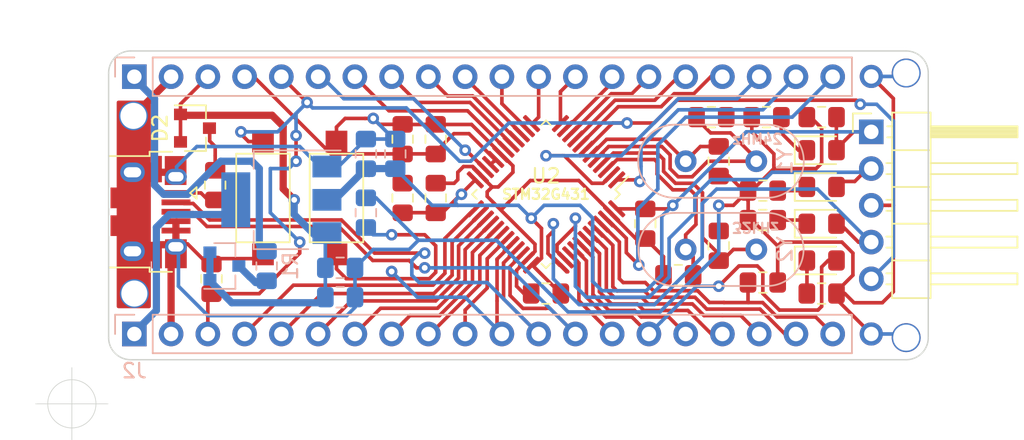
<source format=kicad_pcb>
(kicad_pcb (version 20171130) (host pcbnew "(5.1.5)-3")

  (general
    (thickness 1.6)
    (drawings 13)
    (tracks 776)
    (zones 0)
    (modules 40)
    (nets 52)
  )

  (page User 200 119.99)
  (title_block
    (title "UFRGS PILL")
    (date 2020-03-25)
    (rev 0.1)
    (company "e-Power UFRGS")
  )

  (layers
    (0 F.Cu signal)
    (31 B.Cu signal)
    (32 B.Adhes user)
    (33 F.Adhes user)
    (34 B.Paste user)
    (35 F.Paste user)
    (36 B.SilkS user)
    (37 F.SilkS user)
    (38 B.Mask user)
    (39 F.Mask user)
    (40 Dwgs.User user)
    (41 Cmts.User user)
    (42 Eco1.User user)
    (43 Eco2.User user)
    (44 Edge.Cuts user)
    (45 Margin user)
    (46 B.CrtYd user)
    (47 F.CrtYd user)
    (48 B.Fab user hide)
    (49 F.Fab user hide)
  )

  (setup
    (last_trace_width 0.25)
    (user_trace_width 0.2)
    (user_trace_width 0.3)
    (user_trace_width 0.4)
    (user_trace_width 0.5)
    (trace_clearance 0.2)
    (zone_clearance 0.508)
    (zone_45_only no)
    (trace_min 0.2)
    (via_size 0.8)
    (via_drill 0.4)
    (via_min_size 0.4)
    (via_min_drill 0.3)
    (user_via 1.2 1)
    (user_via 1.6 1)
    (uvia_size 0.3)
    (uvia_drill 0.1)
    (uvias_allowed no)
    (uvia_min_size 0.2)
    (uvia_min_drill 0.1)
    (edge_width 0.05)
    (segment_width 0.2)
    (pcb_text_width 0.3)
    (pcb_text_size 1.5 1.5)
    (mod_edge_width 0.12)
    (mod_text_size 1 1)
    (mod_text_width 0.15)
    (pad_size 1.15 1.4)
    (pad_drill 0)
    (pad_to_mask_clearance 0.051)
    (solder_mask_min_width 0.25)
    (aux_axis_origin 0 0)
    (visible_elements 7FFFFF7F)
    (pcbplotparams
      (layerselection 0x010fc_ffffffff)
      (usegerberextensions false)
      (usegerberattributes false)
      (usegerberadvancedattributes false)
      (creategerberjobfile false)
      (excludeedgelayer true)
      (linewidth 0.100000)
      (plotframeref false)
      (viasonmask false)
      (mode 1)
      (useauxorigin false)
      (hpglpennumber 1)
      (hpglpenspeed 20)
      (hpglpendiameter 15.000000)
      (psnegative false)
      (psa4output false)
      (plotreference true)
      (plotvalue true)
      (plotinvisibletext false)
      (padsonsilk false)
      (subtractmaskfromsilk false)
      (outputformat 1)
      (mirror false)
      (drillshape 0)
      (scaleselection 1)
      (outputdirectory "gerbers/"))
  )

  (net 0 "")
  (net 1 GND)
  (net 2 +3V3)
  (net 3 VDDA)
  (net 4 NRST)
  (net 5 VIN)
  (net 6 PB3)
  (net 7 "Net-(D3-Pad1)")
  (net 8 +5V)
  (net 9 PC13)
  (net 10 PB0)
  (net 11 PB1)
  (net 12 PB2)
  (net 13 PB4)
  (net 14 PB5)
  (net 15 PB6)
  (net 16 PB7)
  (net 17 PB8)
  (net 18 PB9)
  (net 19 PB10)
  (net 20 PB11)
  (net 21 PB12)
  (net 22 PB13)
  (net 23 PB14)
  (net 24 PB15)
  (net 25 T_SWCLK)
  (net 26 T_SWDIO)
  (net 27 USB_DP)
  (net 28 USB_DM)
  (net 29 PA0)
  (net 30 PA1)
  (net 31 PA2)
  (net 32 PA3)
  (net 33 PA4)
  (net 34 PA5)
  (net 35 PA6)
  (net 36 PA7)
  (net 37 PA8)
  (net 38 PA9)
  (net 39 PA10)
  (net 40 PA15)
  (net 41 VBAT)
  (net 42 "Net-(D4-Pad1)")
  (net 43 "Net-(D5-Pad1)")
  (net 44 "Net-(D1-Pad3)")
  (net 45 "Net-(D2-Pad3)")
  (net 46 "Net-(D6-Pad1)")
  (net 47 "Net-(C3-Pad1)")
  (net 48 "Net-(C4-Pad1)")
  (net 49 "Net-(C9-Pad1)")
  (net 50 "Net-(C10-Pad1)")
  (net 51 "Net-(J4-Pad1)")

  (net_class Default "This is the default net class."
    (clearance 0.2)
    (trace_width 0.25)
    (via_dia 0.8)
    (via_drill 0.4)
    (uvia_dia 0.3)
    (uvia_drill 0.1)
    (add_net +3V3)
    (add_net +5V)
    (add_net GND)
    (add_net NRST)
    (add_net "Net-(C10-Pad1)")
    (add_net "Net-(C3-Pad1)")
    (add_net "Net-(C4-Pad1)")
    (add_net "Net-(C9-Pad1)")
    (add_net "Net-(D1-Pad3)")
    (add_net "Net-(D2-Pad3)")
    (add_net "Net-(D3-Pad1)")
    (add_net "Net-(D4-Pad1)")
    (add_net "Net-(D5-Pad1)")
    (add_net "Net-(D6-Pad1)")
    (add_net "Net-(J4-Pad1)")
    (add_net PA0)
    (add_net PA1)
    (add_net PA10)
    (add_net PA15)
    (add_net PA2)
    (add_net PA3)
    (add_net PA4)
    (add_net PA5)
    (add_net PA6)
    (add_net PA7)
    (add_net PA8)
    (add_net PA9)
    (add_net PB0)
    (add_net PB1)
    (add_net PB10)
    (add_net PB11)
    (add_net PB12)
    (add_net PB13)
    (add_net PB14)
    (add_net PB15)
    (add_net PB2)
    (add_net PB3)
    (add_net PB4)
    (add_net PB5)
    (add_net PB6)
    (add_net PB7)
    (add_net PB8)
    (add_net PB9)
    (add_net PC13)
    (add_net T_SWCLK)
    (add_net T_SWDIO)
    (add_net USB_DM)
    (add_net USB_DP)
    (add_net VBAT)
    (add_net VDDA)
    (add_net VIN)
  )

  (module e-Power:SW_SPST_CK_8.0x2.5x3.65mm (layer F.Cu) (tedit 5F49B54E) (tstamp 5F646381)
    (at 119.888 47.244 90)
    (descr https://www.mouser.com/ds/2/60/RS-282G05A-SM_RT-1159762.pdf)
    (tags "SPST button tactile switch")
    (path /5F64B26D)
    (attr smd)
    (fp_text reference SW1 (at 5.588 0 180) (layer F.SilkS) hide
      (effects (font (size 1 1) (thickness 0.15)))
    )
    (fp_text value SW_Push (at 0 3 90) (layer F.Fab)
      (effects (font (size 1 1) (thickness 0.15)))
    )
    (fp_line (start 3 -1.8) (end 3 1.8) (layer F.Fab) (width 0.1))
    (fp_line (start -3 -1.8) (end -3 1.8) (layer F.Fab) (width 0.1))
    (fp_line (start -3 -1.8) (end 3 -1.8) (layer F.Fab) (width 0.1))
    (fp_line (start -3 1.8) (end 3 1.8) (layer F.Fab) (width 0.1))
    (fp_line (start -1.5 -0.8) (end -1.5 0.8) (layer F.Fab) (width 0.1))
    (fp_line (start 1.5 -0.8) (end 1.5 0.8) (layer F.Fab) (width 0.1))
    (fp_line (start -1.5 -0.8) (end 1.5 -0.8) (layer F.Fab) (width 0.1))
    (fp_line (start -1.5 0.8) (end 1.5 0.8) (layer F.Fab) (width 0.1))
    (fp_line (start -3.06 1.85) (end -3.06 -1.85) (layer F.SilkS) (width 0.12))
    (fp_line (start 3.06 1.85) (end -3.06 1.85) (layer F.SilkS) (width 0.12))
    (fp_line (start 3.06 -1.85) (end 3.06 1.85) (layer F.SilkS) (width 0.12))
    (fp_line (start -3.06 -1.85) (end 3.06 -1.85) (layer F.SilkS) (width 0.12))
    (fp_line (start -1.75 1) (end -1.75 -1) (layer F.Fab) (width 0.1))
    (fp_line (start 1.75 1) (end -1.75 1) (layer F.Fab) (width 0.1))
    (fp_line (start 1.75 -1) (end 1.75 1) (layer F.Fab) (width 0.1))
    (fp_line (start -1.75 -1) (end 1.75 -1) (layer F.Fab) (width 0.1))
    (fp_text user %R (at 0 -2.6 90) (layer F.Fab)
      (effects (font (size 1 1) (thickness 0.15)))
    )
    (fp_line (start -4.9 -2.05) (end 4.9 -2.05) (layer F.CrtYd) (width 0.05))
    (fp_line (start 4.9 -2.05) (end 4.9 2.05) (layer F.CrtYd) (width 0.05))
    (fp_line (start 4.9 2.05) (end -4.9 2.05) (layer F.CrtYd) (width 0.05))
    (fp_line (start -4.9 2.05) (end -4.9 -2.05) (layer F.CrtYd) (width 0.05))
    (pad 2 smd rect (at 3.9 0 90) (size 1.5 1.5) (layers F.Cu F.Paste F.Mask)
      (net 1 GND))
    (pad 1 smd rect (at -3.9 0 90) (size 1.5 1.5) (layers F.Cu F.Paste F.Mask)
      (net 39 PA10))
    (model ${KISYS3DMOD}/Button_Switch_SMD.3dshapes/SW_SPST_CK_RS282G05A3.wrl
      (at (xyz 0 0 0))
      (scale (xyz 1 1 1))
      (rotate (xyz 0 0 0))
    )
  )

  (module Capacitor_SMD:C_0805_2012Metric_Pad1.15x1.40mm_HandSolder (layer B.Cu) (tedit 5B36C52B) (tstamp 5F645FB2)
    (at 121.92 48.26 90)
    (descr "Capacitor SMD 0805 (2012 Metric), square (rectangular) end terminal, IPC_7351 nominal with elongated pad for handsoldering. (Body size source: https://docs.google.com/spreadsheets/d/1BsfQQcO9C6DZCsRaXUlFlo91Tg2WpOkGARC1WS5S8t0/edit?usp=sharing), generated with kicad-footprint-generator")
    (tags "capacitor handsolder")
    (path /5F64BB27)
    (attr smd)
    (fp_text reference C1 (at 0 1.65 90) (layer B.SilkS) hide
      (effects (font (size 1 1) (thickness 0.15)) (justify mirror))
    )
    (fp_text value 100nF (at 0 -1.65 90) (layer B.Fab)
      (effects (font (size 1 1) (thickness 0.15)) (justify mirror))
    )
    (fp_text user %R (at 0 0 90) (layer B.Fab)
      (effects (font (size 0.5 0.5) (thickness 0.08)) (justify mirror))
    )
    (fp_line (start 1.85 -0.95) (end -1.85 -0.95) (layer B.CrtYd) (width 0.05))
    (fp_line (start 1.85 0.95) (end 1.85 -0.95) (layer B.CrtYd) (width 0.05))
    (fp_line (start -1.85 0.95) (end 1.85 0.95) (layer B.CrtYd) (width 0.05))
    (fp_line (start -1.85 -0.95) (end -1.85 0.95) (layer B.CrtYd) (width 0.05))
    (fp_line (start -0.261252 -0.71) (end 0.261252 -0.71) (layer B.SilkS) (width 0.12))
    (fp_line (start -0.261252 0.71) (end 0.261252 0.71) (layer B.SilkS) (width 0.12))
    (fp_line (start 1 -0.6) (end -1 -0.6) (layer B.Fab) (width 0.1))
    (fp_line (start 1 0.6) (end 1 -0.6) (layer B.Fab) (width 0.1))
    (fp_line (start -1 0.6) (end 1 0.6) (layer B.Fab) (width 0.1))
    (fp_line (start -1 -0.6) (end -1 0.6) (layer B.Fab) (width 0.1))
    (pad 2 smd roundrect (at 1.025 0 90) (size 1.15 1.4) (layers B.Cu B.Paste B.Mask) (roundrect_rratio 0.217391)
      (net 1 GND))
    (pad 1 smd roundrect (at -1.025 0 90) (size 1.15 1.4) (layers B.Cu B.Paste B.Mask) (roundrect_rratio 0.217391)
      (net 39 PA10))
    (model ${KISYS3DMOD}/Capacitor_SMD.3dshapes/C_0805_2012Metric.wrl
      (at (xyz 0 0 0))
      (scale (xyz 1 1 1))
      (rotate (xyz 0 0 0))
    )
  )

  (module e-Power:SW_SPST_CK_8.0x2.5x3.65mm (layer F.Cu) (tedit 5F49B54E) (tstamp 5E3C783F)
    (at 114.808 47.244 270)
    (descr https://www.mouser.com/ds/2/60/RS-282G05A-SM_RT-1159762.pdf)
    (tags "SPST button tactile switch")
    (path /5E5B8D51)
    (attr smd)
    (fp_text reference SW2 (at -5.588 0 180) (layer F.SilkS) hide
      (effects (font (size 1 1) (thickness 0.15)))
    )
    (fp_text value SW_Push (at 0 3 90) (layer F.Fab)
      (effects (font (size 1 1) (thickness 0.15)))
    )
    (fp_line (start 3 -1.8) (end 3 1.8) (layer F.Fab) (width 0.1))
    (fp_line (start -3 -1.8) (end -3 1.8) (layer F.Fab) (width 0.1))
    (fp_line (start -3 -1.8) (end 3 -1.8) (layer F.Fab) (width 0.1))
    (fp_line (start -3 1.8) (end 3 1.8) (layer F.Fab) (width 0.1))
    (fp_line (start -1.5 -0.8) (end -1.5 0.8) (layer F.Fab) (width 0.1))
    (fp_line (start 1.5 -0.8) (end 1.5 0.8) (layer F.Fab) (width 0.1))
    (fp_line (start -1.5 -0.8) (end 1.5 -0.8) (layer F.Fab) (width 0.1))
    (fp_line (start -1.5 0.8) (end 1.5 0.8) (layer F.Fab) (width 0.1))
    (fp_line (start -3.06 1.85) (end -3.06 -1.85) (layer F.SilkS) (width 0.12))
    (fp_line (start 3.06 1.85) (end -3.06 1.85) (layer F.SilkS) (width 0.12))
    (fp_line (start 3.06 -1.85) (end 3.06 1.85) (layer F.SilkS) (width 0.12))
    (fp_line (start -3.06 -1.85) (end 3.06 -1.85) (layer F.SilkS) (width 0.12))
    (fp_line (start -1.75 1) (end -1.75 -1) (layer F.Fab) (width 0.1))
    (fp_line (start 1.75 1) (end -1.75 1) (layer F.Fab) (width 0.1))
    (fp_line (start 1.75 -1) (end 1.75 1) (layer F.Fab) (width 0.1))
    (fp_line (start -1.75 -1) (end 1.75 -1) (layer F.Fab) (width 0.1))
    (fp_text user %R (at 0 -2.6 90) (layer F.Fab)
      (effects (font (size 1 1) (thickness 0.15)))
    )
    (fp_line (start -4.9 -2.05) (end 4.9 -2.05) (layer F.CrtYd) (width 0.05))
    (fp_line (start 4.9 -2.05) (end 4.9 2.05) (layer F.CrtYd) (width 0.05))
    (fp_line (start 4.9 2.05) (end -4.9 2.05) (layer F.CrtYd) (width 0.05))
    (fp_line (start -4.9 2.05) (end -4.9 -2.05) (layer F.CrtYd) (width 0.05))
    (pad 2 smd rect (at 3.9 0 270) (size 1.5 1.5) (layers F.Cu F.Paste F.Mask)
      (net 1 GND))
    (pad 1 smd rect (at -3.9 0 270) (size 1.5 1.5) (layers F.Cu F.Paste F.Mask)
      (net 4 NRST))
    (model ${KISYS3DMOD}/Button_Switch_SMD.3dshapes/SW_SPST_CK_RS282G05A3.wrl
      (at (xyz 0 0 0))
      (scale (xyz 1 1 1))
      (rotate (xyz 0 0 0))
    )
  )

  (module Package_QFP:LQFP-48_7x7mm_P0.5mm (layer F.Cu) (tedit 5F07309C) (tstamp 5E3C78B1)
    (at 134.366 46.99 225)
    (descr "LQFP, 48 Pin (https://www.analog.com/media/en/technical-documentation/data-sheets/ltc2358-16.pdf), generated with kicad-footprint-generator ipc_gullwing_generator.py")
    (tags "LQFP QFP")
    (path /5E5561F1)
    (solder_paste_ratio -0.1)
    (clearance 0.08)
    (attr smd)
    (fp_text reference U2 (at -0.898026 0.898026) (layer F.SilkS)
      (effects (font (size 1 1) (thickness 0.15)))
    )
    (fp_text value STM32G431CBTx (at 0 5.85 225) (layer F.Fab)
      (effects (font (size 1 1) (thickness 0.15)))
    )
    (fp_text user %R (at 0 0 225) (layer F.Fab)
      (effects (font (size 1 1) (thickness 0.15)))
    )
    (fp_line (start 5.15 3.15) (end 5.15 0) (layer F.CrtYd) (width 0.05))
    (fp_line (start 3.75 3.15) (end 5.15 3.15) (layer F.CrtYd) (width 0.05))
    (fp_line (start 3.75 3.75) (end 3.75 3.15) (layer F.CrtYd) (width 0.05))
    (fp_line (start 3.15 3.75) (end 3.75 3.75) (layer F.CrtYd) (width 0.05))
    (fp_line (start 3.15 5.15) (end 3.15 3.75) (layer F.CrtYd) (width 0.05))
    (fp_line (start 0 5.15) (end 3.15 5.15) (layer F.CrtYd) (width 0.05))
    (fp_line (start -5.15 3.15) (end -5.15 0) (layer F.CrtYd) (width 0.05))
    (fp_line (start -3.75 3.15) (end -5.15 3.15) (layer F.CrtYd) (width 0.05))
    (fp_line (start -3.75 3.75) (end -3.75 3.15) (layer F.CrtYd) (width 0.05))
    (fp_line (start -3.15 3.75) (end -3.75 3.75) (layer F.CrtYd) (width 0.05))
    (fp_line (start -3.15 5.15) (end -3.15 3.75) (layer F.CrtYd) (width 0.05))
    (fp_line (start 0 5.15) (end -3.15 5.15) (layer F.CrtYd) (width 0.05))
    (fp_line (start 5.15 -3.15) (end 5.15 0) (layer F.CrtYd) (width 0.05))
    (fp_line (start 3.75 -3.15) (end 5.15 -3.15) (layer F.CrtYd) (width 0.05))
    (fp_line (start 3.75 -3.75) (end 3.75 -3.15) (layer F.CrtYd) (width 0.05))
    (fp_line (start 3.15 -3.75) (end 3.75 -3.75) (layer F.CrtYd) (width 0.05))
    (fp_line (start 3.15 -5.15) (end 3.15 -3.75) (layer F.CrtYd) (width 0.05))
    (fp_line (start 0 -5.15) (end 3.15 -5.15) (layer F.CrtYd) (width 0.05))
    (fp_line (start -5.15 -3.15) (end -5.15 0) (layer F.CrtYd) (width 0.05))
    (fp_line (start -3.75 -3.15) (end -5.15 -3.15) (layer F.CrtYd) (width 0.05))
    (fp_line (start -3.75 -3.75) (end -3.75 -3.15) (layer F.CrtYd) (width 0.05))
    (fp_line (start -3.15 -3.75) (end -3.75 -3.75) (layer F.CrtYd) (width 0.05))
    (fp_line (start -3.15 -5.15) (end -3.15 -3.75) (layer F.CrtYd) (width 0.05))
    (fp_line (start 0 -5.15) (end -3.15 -5.15) (layer F.CrtYd) (width 0.05))
    (fp_line (start -3.5 -2.5) (end -2.5 -3.5) (layer F.Fab) (width 0.1))
    (fp_line (start -3.5 3.5) (end -3.5 -2.5) (layer F.Fab) (width 0.1))
    (fp_line (start 3.5 3.5) (end -3.5 3.5) (layer F.Fab) (width 0.1))
    (fp_line (start 3.5 -3.5) (end 3.5 3.5) (layer F.Fab) (width 0.1))
    (fp_line (start -2.5 -3.5) (end 3.5 -3.5) (layer F.Fab) (width 0.1))
    (fp_line (start -3.61 -3.16) (end -4.9 -3.16) (layer F.SilkS) (width 0.12))
    (fp_line (start -3.61 -3.61) (end -3.61 -3.16) (layer F.SilkS) (width 0.12))
    (fp_line (start -3.16 -3.61) (end -3.61 -3.61) (layer F.SilkS) (width 0.12))
    (fp_line (start 3.61 -3.61) (end 3.61 -3.16) (layer F.SilkS) (width 0.12))
    (fp_line (start 3.16 -3.61) (end 3.61 -3.61) (layer F.SilkS) (width 0.12))
    (fp_line (start -3.61 3.61) (end -3.61 3.16) (layer F.SilkS) (width 0.12))
    (fp_line (start -3.16 3.61) (end -3.61 3.61) (layer F.SilkS) (width 0.12))
    (fp_line (start 3.61 3.61) (end 3.61 3.16) (layer F.SilkS) (width 0.12))
    (fp_line (start 3.16 3.61) (end 3.61 3.61) (layer F.SilkS) (width 0.12))
    (fp_text user STM32G431 (at 0 0 unlocked) (layer F.SilkS)
      (effects (font (size 0.7 0.7) (thickness 0.15)))
    )
    (pad 2 smd roundrect (at -4.16306 -2.25044 225) (size 1.475 0.3) (layers F.Cu F.Paste F.Mask) (roundrect_rratio 0.25)
      (net 9 PC13))
    (pad 48 smd roundrect (at -2.75 -4.1625 225) (size 0.3 1.475) (layers F.Cu F.Paste F.Mask) (roundrect_rratio 0.25)
      (net 2 +3V3))
    (pad 47 smd roundrect (at -2.25 -4.1625 225) (size 0.3 1.475) (layers F.Cu F.Paste F.Mask) (roundrect_rratio 0.25)
      (net 1 GND))
    (pad 46 smd roundrect (at -1.75 -4.1625 225) (size 0.3 1.475) (layers F.Cu F.Paste F.Mask) (roundrect_rratio 0.25)
      (net 18 PB9))
    (pad 45 smd roundrect (at -1.25 -4.1625 225) (size 0.3 1.475) (layers F.Cu F.Paste F.Mask) (roundrect_rratio 0.25)
      (net 17 PB8))
    (pad 44 smd roundrect (at -0.75 -4.1625 225) (size 0.3 1.475) (layers F.Cu F.Paste F.Mask) (roundrect_rratio 0.25)
      (net 16 PB7))
    (pad 43 smd roundrect (at -0.25 -4.1625 225) (size 0.3 1.475) (layers F.Cu F.Paste F.Mask) (roundrect_rratio 0.25)
      (net 15 PB6))
    (pad 42 smd roundrect (at 0.25 -4.1625 225) (size 0.3 1.475) (layers F.Cu F.Paste F.Mask) (roundrect_rratio 0.25)
      (net 14 PB5))
    (pad 41 smd roundrect (at 0.75 -4.1625 225) (size 0.3 1.475) (layers F.Cu F.Paste F.Mask) (roundrect_rratio 0.25)
      (net 13 PB4))
    (pad 40 smd roundrect (at 1.25 -4.1625 225) (size 0.3 1.475) (layers F.Cu F.Paste F.Mask) (roundrect_rratio 0.25)
      (net 6 PB3))
    (pad 39 smd roundrect (at 1.75 -4.1625 225) (size 0.3 1.475) (layers F.Cu F.Paste F.Mask) (roundrect_rratio 0.25)
      (net 40 PA15))
    (pad 38 smd roundrect (at 2.25 -4.1625 225) (size 0.3 1.475) (layers F.Cu F.Paste F.Mask) (roundrect_rratio 0.25)
      (net 25 T_SWCLK))
    (pad 37 smd roundrect (at 2.75 -4.1625 225) (size 0.3 1.475) (layers F.Cu F.Paste F.Mask) (roundrect_rratio 0.25)
      (net 26 T_SWDIO))
    (pad 36 smd roundrect (at 4.1625 -2.75 225) (size 1.475 0.3) (layers F.Cu F.Paste F.Mask) (roundrect_rratio 0.25)
      (net 2 +3V3))
    (pad 35 smd roundrect (at 4.1625 -2.25 225) (size 1.475 0.3) (layers F.Cu F.Paste F.Mask) (roundrect_rratio 0.25)
      (net 1 GND))
    (pad 34 smd roundrect (at 4.1625 -1.75 225) (size 1.475 0.3) (layers F.Cu F.Paste F.Mask) (roundrect_rratio 0.25)
      (net 27 USB_DP))
    (pad 33 smd roundrect (at 4.1625 -1.25 225) (size 1.475 0.3) (layers F.Cu F.Paste F.Mask) (roundrect_rratio 0.25)
      (net 28 USB_DM))
    (pad 32 smd roundrect (at 4.1625 -0.75 225) (size 1.475 0.3) (layers F.Cu F.Paste F.Mask) (roundrect_rratio 0.25)
      (net 39 PA10))
    (pad 31 smd roundrect (at 4.1625 -0.25 225) (size 1.475 0.3) (layers F.Cu F.Paste F.Mask) (roundrect_rratio 0.25)
      (net 38 PA9))
    (pad 30 smd roundrect (at 4.1625 0.25 225) (size 1.475 0.3) (layers F.Cu F.Paste F.Mask) (roundrect_rratio 0.25)
      (net 37 PA8))
    (pad 29 smd roundrect (at 4.1625 0.75 225) (size 1.475 0.3) (layers F.Cu F.Paste F.Mask) (roundrect_rratio 0.25)
      (net 24 PB15))
    (pad 28 smd roundrect (at 4.1625 1.25 225) (size 1.475 0.3) (layers F.Cu F.Paste F.Mask) (roundrect_rratio 0.25)
      (net 23 PB14))
    (pad 27 smd roundrect (at 4.1625 1.75 225) (size 1.475 0.3) (layers F.Cu F.Paste F.Mask) (roundrect_rratio 0.25)
      (net 22 PB13))
    (pad 26 smd roundrect (at 4.1625 2.25 225) (size 1.475 0.3) (layers F.Cu F.Paste F.Mask) (roundrect_rratio 0.25)
      (net 21 PB12))
    (pad 25 smd roundrect (at 4.1625 2.75 225) (size 1.475 0.3) (layers F.Cu F.Paste F.Mask) (roundrect_rratio 0.25)
      (net 20 PB11))
    (pad 24 smd roundrect (at 2.75 4.1625 225) (size 0.3 1.475) (layers F.Cu F.Paste F.Mask) (roundrect_rratio 0.25)
      (net 2 +3V3))
    (pad 23 smd roundrect (at 2.25 4.1625 225) (size 0.3 1.475) (layers F.Cu F.Paste F.Mask) (roundrect_rratio 0.25)
      (net 1 GND))
    (pad 22 smd roundrect (at 1.75 4.1625 225) (size 0.3 1.475) (layers F.Cu F.Paste F.Mask) (roundrect_rratio 0.25)
      (net 19 PB10))
    (pad 21 smd roundrect (at 1.25 4.1625 225) (size 0.3 1.475) (layers F.Cu F.Paste F.Mask) (roundrect_rratio 0.25)
      (net 3 VDDA))
    (pad 20 smd roundrect (at 0.75 4.1625 225) (size 0.3 1.475) (layers F.Cu F.Paste F.Mask) (roundrect_rratio 0.25)
      (net 3 VDDA))
    (pad 19 smd roundrect (at 0.25 4.1625 225) (size 0.3 1.475) (layers F.Cu F.Paste F.Mask) (roundrect_rratio 0.25)
      (net 1 GND))
    (pad 18 smd roundrect (at -0.25 4.1625 225) (size 0.3 1.475) (layers F.Cu F.Paste F.Mask) (roundrect_rratio 0.25)
      (net 12 PB2))
    (pad 17 smd roundrect (at -0.75 4.1625 225) (size 0.3 1.475) (layers F.Cu F.Paste F.Mask) (roundrect_rratio 0.25)
      (net 11 PB1))
    (pad 16 smd roundrect (at -1.25 4.1625 225) (size 0.3 1.475) (layers F.Cu F.Paste F.Mask) (roundrect_rratio 0.25)
      (net 10 PB0))
    (pad 15 smd roundrect (at -1.75 4.1625 225) (size 0.3 1.475) (layers F.Cu F.Paste F.Mask) (roundrect_rratio 0.25)
      (net 36 PA7))
    (pad 14 smd roundrect (at -2.25 4.1625 225) (size 0.3 1.475) (layers F.Cu F.Paste F.Mask) (roundrect_rratio 0.25)
      (net 35 PA6))
    (pad 13 smd roundrect (at -2.75 4.1625 225) (size 0.3 1.475) (layers F.Cu F.Paste F.Mask) (roundrect_rratio 0.25)
      (net 34 PA5))
    (pad 12 smd roundrect (at -4.1625 2.75 225) (size 1.475 0.3) (layers F.Cu F.Paste F.Mask) (roundrect_rratio 0.25)
      (net 33 PA4))
    (pad 11 smd roundrect (at -4.1625 2.25 225) (size 1.475 0.3) (layers F.Cu F.Paste F.Mask) (roundrect_rratio 0.25)
      (net 32 PA3))
    (pad 10 smd roundrect (at -4.1625 1.75 225) (size 1.475 0.3) (layers F.Cu F.Paste F.Mask) (roundrect_rratio 0.25)
      (net 31 PA2))
    (pad 9 smd roundrect (at -4.1625 1.25 225) (size 1.475 0.3) (layers F.Cu F.Paste F.Mask) (roundrect_rratio 0.25)
      (net 30 PA1))
    (pad 8 smd roundrect (at -4.1625 0.75 225) (size 1.475 0.3) (layers F.Cu F.Paste F.Mask) (roundrect_rratio 0.25)
      (net 29 PA0))
    (pad 7 smd roundrect (at -4.1625 0.25 225) (size 1.475 0.3) (layers F.Cu F.Paste F.Mask) (roundrect_rratio 0.25)
      (net 4 NRST))
    (pad 6 smd roundrect (at -4.1625 -0.25 225) (size 1.475 0.3) (layers F.Cu F.Paste F.Mask) (roundrect_rratio 0.25)
      (net 48 "Net-(C4-Pad1)"))
    (pad 5 smd roundrect (at -4.1625 -0.75 225) (size 1.475 0.3) (layers F.Cu F.Paste F.Mask) (roundrect_rratio 0.25)
      (net 47 "Net-(C3-Pad1)"))
    (pad 4 smd roundrect (at -4.1625 -1.25 225) (size 1.475 0.3) (layers F.Cu F.Paste F.Mask) (roundrect_rratio 0.25)
      (net 49 "Net-(C9-Pad1)"))
    (pad 3 smd roundrect (at -4.1625 -1.75 225) (size 1.475 0.3) (layers F.Cu F.Paste F.Mask) (roundrect_rratio 0.25)
      (net 50 "Net-(C10-Pad1)"))
    (pad 1 smd roundrect (at -4.1625 -2.75 225) (size 1.475 0.3) (layers F.Cu F.Paste F.Mask) (roundrect_rratio 0.25)
      (net 41 VBAT))
    (model ${KISYS3DMOD}/Package_QFP.3dshapes/LQFP-48_7x7mm_P0.5mm.wrl
      (at (xyz 0 0 0))
      (scale (xyz 1 1 1))
      (rotate (xyz 0 0 0))
    )
  )

  (module e-Power:SOT-23 (layer F.Cu) (tedit 5F0620F2) (tstamp 5F067EC2)
    (at 110.109 42.418)
    (descr "SOT-23, Standard")
    (tags SOT-23)
    (path /5F1E11A6)
    (attr smd)
    (fp_text reference D2 (at -2.413 0 90) (layer F.SilkS)
      (effects (font (size 1 1) (thickness 0.15)))
    )
    (fp_text value BAT54A (at 0 2.54) (layer F.Fab)
      (effects (font (size 1 1) (thickness 0.15)))
    )
    (fp_text user %R (at 0 0 90) (layer F.Fab)
      (effects (font (size 0.5 0.5) (thickness 0.075)))
    )
    (fp_line (start -0.7 -0.95) (end -0.7 1.5) (layer F.Fab) (width 0.1))
    (fp_line (start -0.15 -1.52) (end 0.7 -1.52) (layer F.Fab) (width 0.1))
    (fp_line (start -0.7 -0.95) (end -0.15 -1.52) (layer F.Fab) (width 0.1))
    (fp_line (start 0.7 -1.52) (end 0.7 1.52) (layer F.Fab) (width 0.1))
    (fp_line (start -0.7 1.52) (end 0.7 1.52) (layer F.Fab) (width 0.1))
    (fp_line (start 0.76 1.58) (end 0.76 0.65) (layer F.SilkS) (width 0.12))
    (fp_line (start 0.76 -1.58) (end 0.76 -0.65) (layer F.SilkS) (width 0.12))
    (fp_line (start -1.524 -1.651) (end 1.524 -1.651) (layer F.CrtYd) (width 0.05))
    (fp_line (start 1.524 -1.651) (end 1.524 1.651) (layer F.CrtYd) (width 0.05))
    (fp_line (start 1.524 1.651) (end -1.524 1.651) (layer F.CrtYd) (width 0.05))
    (fp_line (start -1.524 1.651) (end -1.524 -1.651) (layer F.CrtYd) (width 0.05))
    (fp_line (start 0.76 -1.58) (end -1.4 -1.58) (layer F.SilkS) (width 0.12))
    (fp_line (start 0.76 1.58) (end -0.7 1.58) (layer F.SilkS) (width 0.12))
    (pad 1 smd rect (at -1 -0.95) (size 0.9 0.8) (layers F.Cu F.Paste F.Mask)
      (net 8 +5V))
    (pad 2 smd rect (at -1 0.95) (size 0.9 0.8) (layers F.Cu F.Paste F.Mask)
      (net 8 +5V))
    (pad 3 smd rect (at 1 0) (size 0.9 0.8) (layers F.Cu F.Paste F.Mask)
      (net 45 "Net-(D2-Pad3)"))
    (model ${KISYS3DMOD}/Package_TO_SOT_SMD.3dshapes/SOT-23.wrl
      (at (xyz 0 0 0))
      (scale (xyz 1 1 1))
      (rotate (xyz 0 0 0))
    )
  )

  (module Package_TO_SOT_SMD:SOT-223-3_TabPin2 (layer B.Cu) (tedit 5A02FF57) (tstamp 5E3C7855)
    (at 116.078 47.371 180)
    (descr "module CMS SOT223 4 pins")
    (tags "CMS SOT")
    (path /5E559F28)
    (attr smd)
    (fp_text reference U1 (at 1.016 -0.127 270) (layer B.SilkS) hide
      (effects (font (size 1 1) (thickness 0.15)) (justify mirror))
    )
    (fp_text value AZ1117-3.3 (at 0 -4.5 180) (layer B.Fab)
      (effects (font (size 1 1) (thickness 0.15)) (justify mirror))
    )
    (fp_line (start 1.85 3.35) (end 1.85 -3.35) (layer B.Fab) (width 0.1))
    (fp_line (start -1.85 -3.35) (end 1.85 -3.35) (layer B.Fab) (width 0.1))
    (fp_line (start -4.1 3.41) (end 1.91 3.41) (layer B.SilkS) (width 0.12))
    (fp_line (start -0.85 3.35) (end 1.85 3.35) (layer B.Fab) (width 0.1))
    (fp_line (start -1.85 -3.41) (end 1.91 -3.41) (layer B.SilkS) (width 0.12))
    (fp_line (start -1.85 2.35) (end -1.85 -3.35) (layer B.Fab) (width 0.1))
    (fp_line (start -1.85 2.35) (end -0.85 3.35) (layer B.Fab) (width 0.1))
    (fp_line (start -4.4 3.6) (end -4.4 -3.6) (layer B.CrtYd) (width 0.05))
    (fp_line (start -4.4 -3.6) (end 4.4 -3.6) (layer B.CrtYd) (width 0.05))
    (fp_line (start 4.4 -3.6) (end 4.4 3.6) (layer B.CrtYd) (width 0.05))
    (fp_line (start 4.4 3.6) (end -4.4 3.6) (layer B.CrtYd) (width 0.05))
    (fp_line (start 1.91 3.41) (end 1.91 2.15) (layer B.SilkS) (width 0.12))
    (fp_line (start 1.91 -3.41) (end 1.91 -2.15) (layer B.SilkS) (width 0.12))
    (fp_text user %R (at 0 0 90) (layer B.Fab)
      (effects (font (size 0.8 0.8) (thickness 0.12)) (justify mirror))
    )
    (pad 1 smd rect (at -3.15 2.3 180) (size 2 1.5) (layers B.Cu B.Paste B.Mask)
      (net 1 GND))
    (pad 3 smd rect (at -3.15 -2.3 180) (size 2 1.5) (layers B.Cu B.Paste B.Mask)
      (net 8 +5V))
    (pad 2 smd rect (at -3.15 0 180) (size 2 1.5) (layers B.Cu B.Paste B.Mask)
      (net 2 +3V3))
    (pad 2 smd rect (at 3.15 0 180) (size 2 3.8) (layers B.Cu B.Paste B.Mask)
      (net 2 +3V3))
    (model ${KISYS3DMOD}/Package_TO_SOT_SMD.3dshapes/SOT-223.wrl
      (at (xyz 0 0 0))
      (scale (xyz 1 1 1))
      (rotate (xyz 0 0 0))
    )
  )

  (module Resistor_SMD:R_0805_2012Metric_Pad1.15x1.40mm_HandSolder (layer B.Cu) (tedit 5B36C52B) (tstamp 5F06800C)
    (at 115.062 51.943 90)
    (descr "Resistor SMD 0805 (2012 Metric), square (rectangular) end terminal, IPC_7351 nominal with elongated pad for handsoldering. (Body size source: https://docs.google.com/spreadsheets/d/1BsfQQcO9C6DZCsRaXUlFlo91Tg2WpOkGARC1WS5S8t0/edit?usp=sharing), generated with kicad-footprint-generator")
    (tags "resistor handsolder")
    (path /5F098EEE)
    (attr smd)
    (fp_text reference R1 (at 0 1.65 90) (layer B.SilkS)
      (effects (font (size 1 1) (thickness 0.15)) (justify mirror))
    )
    (fp_text value 0R (at 0 -1.65 90) (layer B.Fab)
      (effects (font (size 1 1) (thickness 0.15)) (justify mirror))
    )
    (fp_text user %R (at 0 0 90) (layer B.Fab)
      (effects (font (size 0.5 0.5) (thickness 0.08)) (justify mirror))
    )
    (fp_line (start 1.85 -0.95) (end -1.85 -0.95) (layer B.CrtYd) (width 0.05))
    (fp_line (start 1.85 0.95) (end 1.85 -0.95) (layer B.CrtYd) (width 0.05))
    (fp_line (start -1.85 0.95) (end 1.85 0.95) (layer B.CrtYd) (width 0.05))
    (fp_line (start -1.85 -0.95) (end -1.85 0.95) (layer B.CrtYd) (width 0.05))
    (fp_line (start -0.261252 -0.71) (end 0.261252 -0.71) (layer B.SilkS) (width 0.12))
    (fp_line (start -0.261252 0.71) (end 0.261252 0.71) (layer B.SilkS) (width 0.12))
    (fp_line (start 1 -0.6) (end -1 -0.6) (layer B.Fab) (width 0.1))
    (fp_line (start 1 0.6) (end 1 -0.6) (layer B.Fab) (width 0.1))
    (fp_line (start -1 0.6) (end 1 0.6) (layer B.Fab) (width 0.1))
    (fp_line (start -1 -0.6) (end -1 0.6) (layer B.Fab) (width 0.1))
    (pad 2 smd roundrect (at 1.025 0 90) (size 1.15 1.4) (layers B.Cu B.Paste B.Mask) (roundrect_rratio 0.217391)
      (net 5 VIN))
    (pad 1 smd roundrect (at -1.025 0 90) (size 1.15 1.4) (layers B.Cu B.Paste B.Mask) (roundrect_rratio 0.217391)
      (net 44 "Net-(D1-Pad3)"))
    (model ${KISYS3DMOD}/Resistor_SMD.3dshapes/R_0805_2012Metric.wrl
      (at (xyz 0 0 0))
      (scale (xyz 1 1 1))
      (rotate (xyz 0 0 0))
    )
  )

  (module e-Power:USB_Micro-B_Horizontal (layer F.Cu) (tedit 5F060F6C) (tstamp 5E3C77CA)
    (at 106.906 48.222 270)
    (descr "Micro USB Type B 10103594-0001LF, http://cdn.amphenol-icc.com/media/wysiwyg/files/drawing/10103594.pdf")
    (tags "USB USB_B USB_micro USB_OTG")
    (path /5E60C380)
    (attr smd)
    (fp_text reference J4 (at 1.925 -3.365 90) (layer F.SilkS) hide
      (effects (font (size 1 1) (thickness 0.15)))
    )
    (fp_text value USB_B_Micro (at -0.025 4.435 90) (layer F.Fab)
      (effects (font (size 1 1) (thickness 0.15)))
    )
    (fp_line (start 4.14 3.58) (end -4.13 3.58) (layer F.CrtYd) (width 0.05))
    (fp_line (start 4.14 3.58) (end 4.14 -2.88) (layer F.CrtYd) (width 0.05))
    (fp_line (start -4.13 -2.88) (end -4.13 3.58) (layer F.CrtYd) (width 0.05))
    (fp_line (start -4.13 -2.88) (end 4.14 -2.88) (layer F.CrtYd) (width 0.05))
    (fp_line (start -4.025 2.835) (end 3.975 2.835) (layer Dwgs.User) (width 0.1))
    (fp_line (start -3.775 3.335) (end -3.775 -0.865) (layer F.Fab) (width 0.12))
    (fp_line (start -2.975 -1.615) (end 3.725 -1.615) (layer F.Fab) (width 0.12))
    (fp_line (start 3.725 -1.615) (end 3.725 3.335) (layer F.Fab) (width 0.12))
    (fp_line (start 3.725 3.335) (end -3.775 3.335) (layer F.Fab) (width 0.12))
    (fp_line (start -3.775 -0.865) (end -2.975 -1.615) (layer F.Fab) (width 0.12))
    (fp_line (start -1.325 -2.865) (end -1.725 -3.315) (layer F.SilkS) (width 0.12))
    (fp_line (start -1.725 -3.315) (end -0.925 -3.315) (layer F.SilkS) (width 0.12))
    (fp_line (start -0.925 -3.315) (end -1.325 -2.865) (layer F.SilkS) (width 0.12))
    (fp_line (start 3.825 2.735) (end 3.825 -0.065) (layer F.SilkS) (width 0.12))
    (fp_line (start 3.825 -0.065) (end 4.125 -0.065) (layer F.SilkS) (width 0.12))
    (fp_line (start 4.125 -0.065) (end 4.125 -1.615) (layer F.SilkS) (width 0.12))
    (fp_line (start -3.875 2.735) (end -3.875 -0.065) (layer F.SilkS) (width 0.12))
    (fp_line (start -4.175 -0.065) (end -3.875 -0.065) (layer F.SilkS) (width 0.12))
    (fp_line (start -4.175 -0.065) (end -4.175 -1.615) (layer F.SilkS) (width 0.12))
    (fp_text user %R (at -0.025 -0.015 90) (layer F.Fab)
      (effects (font (size 1 1) (thickness 0.15)))
    )
    (fp_text user "PCB edge" (at -0.025 2.235 90) (layer Dwgs.User)
      (effects (font (size 0.5 0.5) (thickness 0.075)))
    )
    (pad 6 smd rect (at 0.935 1.385) (size 2.5 1.43) (layers F.Cu F.Paste F.Mask)
      (net 1 GND))
    (pad 6 smd rect (at -0.985 1.385) (size 2.5 1.43) (layers F.Cu F.Paste F.Mask)
      (net 1 GND))
    (pad 6 thru_hole oval (at 2.705 1.115) (size 1.7 1.35) (drill oval 1.2 0.7) (layers *.Cu *.Mask)
      (net 1 GND))
    (pad 6 thru_hole oval (at -2.755 1.115) (size 1.7 1.35) (drill oval 1.2 0.7) (layers *.Cu *.Mask)
      (net 1 GND))
    (pad 6 thru_hole oval (at 2.395 -1.885) (size 1.5 1.1) (drill oval 1.05 0.65) (layers *.Cu *.Mask)
      (net 1 GND))
    (pad 6 thru_hole oval (at -2.445 -1.885) (size 1.5 1.1) (drill oval 1.05 0.65) (layers *.Cu *.Mask)
      (net 1 GND))
    (pad 5 smd rect (at 1.275 -1.892) (size 2 0.4) (layers F.Cu F.Paste F.Mask)
      (net 1 GND))
    (pad 4 smd rect (at 0.625 -1.892) (size 2 0.4) (layers F.Cu F.Paste F.Mask)
      (net 1 GND))
    (pad 3 smd rect (at -0.025 -1.892) (size 2 0.4) (layers F.Cu F.Paste F.Mask)
      (net 27 USB_DP))
    (pad 2 smd rect (at -0.675 -1.892) (size 2 0.4) (layers F.Cu F.Paste F.Mask)
      (net 28 USB_DM))
    (pad 1 smd rect (at -1.325 -1.892) (size 2 0.4) (layers F.Cu F.Paste F.Mask)
      (net 51 "Net-(J4-Pad1)"))
    (pad 6 smd rect (at 2.875 -1.885 270) (size 2 1.5) (layers F.Cu F.Paste F.Mask)
      (net 1 GND))
    (pad 6 smd rect (at -2.875 -1.865 270) (size 2 1.5) (layers F.Cu F.Paste F.Mask)
      (net 1 GND))
    (pad 6 smd rect (at 2.975 -0.565 270) (size 1.825 0.7) (layers F.Cu F.Paste F.Mask)
      (net 1 GND))
    (pad 6 smd rect (at -2.975 -0.565 270) (size 1.825 0.7) (layers F.Cu F.Paste F.Mask)
      (net 1 GND))
    (pad 6 smd rect (at -2.755 0.185 270) (size 1.35 2) (layers F.Cu F.Paste F.Mask)
      (net 1 GND))
    (pad 6 smd rect (at 2.725 0.185 270) (size 1.35 2) (layers F.Cu F.Paste F.Mask)
      (net 1 GND))
    (model ${KISYS3DMOD}/Connector_USB.3dshapes/USB_Micro-B_Amphenol_10103594-0001LF_Horizontal.wrl
      (at (xyz 0 0 0))
      (scale (xyz 1 1 1))
      (rotate (xyz 0 0 0))
    )
    (model "C:/Program Files/KiCad/share/kicad/modules/e-Power.pretty/3D/micro_usb.stp"
      (offset (xyz 0 -3 1.25))
      (scale (xyz 1 1 1))
      (rotate (xyz -90 0 0))
    )
  )

  (module Connector_PinHeader_2.54mm:PinHeader_1x05_P2.54mm_Horizontal (layer F.Cu) (tedit 59FED5CB) (tstamp 5F067F84)
    (at 156.845 42.672)
    (descr "Through hole angled pin header, 1x05, 2.54mm pitch, 6mm pin length, single row")
    (tags "Through hole angled pin header THT 1x05 2.54mm single row")
    (path /5F0660E2)
    (fp_text reference J1 (at 4.385 -2.27) (layer F.SilkS) hide
      (effects (font (size 1 1) (thickness 0.15)))
    )
    (fp_text value ST-LINK (at 4.385 12.43) (layer F.Fab)
      (effects (font (size 1 1) (thickness 0.15)))
    )
    (fp_text user %R (at 2.77 5.08 90) (layer F.Fab)
      (effects (font (size 1 1) (thickness 0.15)))
    )
    (fp_line (start 10.55 -1.8) (end -1.8 -1.8) (layer F.CrtYd) (width 0.05))
    (fp_line (start 10.55 11.95) (end 10.55 -1.8) (layer F.CrtYd) (width 0.05))
    (fp_line (start -1.8 11.95) (end 10.55 11.95) (layer F.CrtYd) (width 0.05))
    (fp_line (start -1.8 -1.8) (end -1.8 11.95) (layer F.CrtYd) (width 0.05))
    (fp_line (start -1.27 -1.27) (end 0 -1.27) (layer F.SilkS) (width 0.12))
    (fp_line (start -1.27 0) (end -1.27 -1.27) (layer F.SilkS) (width 0.12))
    (fp_line (start 1.042929 10.54) (end 1.44 10.54) (layer F.SilkS) (width 0.12))
    (fp_line (start 1.042929 9.78) (end 1.44 9.78) (layer F.SilkS) (width 0.12))
    (fp_line (start 10.1 10.54) (end 4.1 10.54) (layer F.SilkS) (width 0.12))
    (fp_line (start 10.1 9.78) (end 10.1 10.54) (layer F.SilkS) (width 0.12))
    (fp_line (start 4.1 9.78) (end 10.1 9.78) (layer F.SilkS) (width 0.12))
    (fp_line (start 1.44 8.89) (end 4.1 8.89) (layer F.SilkS) (width 0.12))
    (fp_line (start 1.042929 8) (end 1.44 8) (layer F.SilkS) (width 0.12))
    (fp_line (start 1.042929 7.24) (end 1.44 7.24) (layer F.SilkS) (width 0.12))
    (fp_line (start 10.1 8) (end 4.1 8) (layer F.SilkS) (width 0.12))
    (fp_line (start 10.1 7.24) (end 10.1 8) (layer F.SilkS) (width 0.12))
    (fp_line (start 4.1 7.24) (end 10.1 7.24) (layer F.SilkS) (width 0.12))
    (fp_line (start 1.44 6.35) (end 4.1 6.35) (layer F.SilkS) (width 0.12))
    (fp_line (start 1.042929 5.46) (end 1.44 5.46) (layer F.SilkS) (width 0.12))
    (fp_line (start 1.042929 4.7) (end 1.44 4.7) (layer F.SilkS) (width 0.12))
    (fp_line (start 10.1 5.46) (end 4.1 5.46) (layer F.SilkS) (width 0.12))
    (fp_line (start 10.1 4.7) (end 10.1 5.46) (layer F.SilkS) (width 0.12))
    (fp_line (start 4.1 4.7) (end 10.1 4.7) (layer F.SilkS) (width 0.12))
    (fp_line (start 1.44 3.81) (end 4.1 3.81) (layer F.SilkS) (width 0.12))
    (fp_line (start 1.042929 2.92) (end 1.44 2.92) (layer F.SilkS) (width 0.12))
    (fp_line (start 1.042929 2.16) (end 1.44 2.16) (layer F.SilkS) (width 0.12))
    (fp_line (start 10.1 2.92) (end 4.1 2.92) (layer F.SilkS) (width 0.12))
    (fp_line (start 10.1 2.16) (end 10.1 2.92) (layer F.SilkS) (width 0.12))
    (fp_line (start 4.1 2.16) (end 10.1 2.16) (layer F.SilkS) (width 0.12))
    (fp_line (start 1.44 1.27) (end 4.1 1.27) (layer F.SilkS) (width 0.12))
    (fp_line (start 1.11 0.38) (end 1.44 0.38) (layer F.SilkS) (width 0.12))
    (fp_line (start 1.11 -0.38) (end 1.44 -0.38) (layer F.SilkS) (width 0.12))
    (fp_line (start 4.1 0.28) (end 10.1 0.28) (layer F.SilkS) (width 0.12))
    (fp_line (start 4.1 0.16) (end 10.1 0.16) (layer F.SilkS) (width 0.12))
    (fp_line (start 4.1 0.04) (end 10.1 0.04) (layer F.SilkS) (width 0.12))
    (fp_line (start 4.1 -0.08) (end 10.1 -0.08) (layer F.SilkS) (width 0.12))
    (fp_line (start 4.1 -0.2) (end 10.1 -0.2) (layer F.SilkS) (width 0.12))
    (fp_line (start 4.1 -0.32) (end 10.1 -0.32) (layer F.SilkS) (width 0.12))
    (fp_line (start 10.1 0.38) (end 4.1 0.38) (layer F.SilkS) (width 0.12))
    (fp_line (start 10.1 -0.38) (end 10.1 0.38) (layer F.SilkS) (width 0.12))
    (fp_line (start 4.1 -0.38) (end 10.1 -0.38) (layer F.SilkS) (width 0.12))
    (fp_line (start 4.1 -1.33) (end 1.44 -1.33) (layer F.SilkS) (width 0.12))
    (fp_line (start 4.1 11.49) (end 4.1 -1.33) (layer F.SilkS) (width 0.12))
    (fp_line (start 1.44 11.49) (end 4.1 11.49) (layer F.SilkS) (width 0.12))
    (fp_line (start 1.44 -1.33) (end 1.44 11.49) (layer F.SilkS) (width 0.12))
    (fp_line (start 4.04 10.48) (end 10.04 10.48) (layer F.Fab) (width 0.1))
    (fp_line (start 10.04 9.84) (end 10.04 10.48) (layer F.Fab) (width 0.1))
    (fp_line (start 4.04 9.84) (end 10.04 9.84) (layer F.Fab) (width 0.1))
    (fp_line (start -0.32 10.48) (end 1.5 10.48) (layer F.Fab) (width 0.1))
    (fp_line (start -0.32 9.84) (end -0.32 10.48) (layer F.Fab) (width 0.1))
    (fp_line (start -0.32 9.84) (end 1.5 9.84) (layer F.Fab) (width 0.1))
    (fp_line (start 4.04 7.94) (end 10.04 7.94) (layer F.Fab) (width 0.1))
    (fp_line (start 10.04 7.3) (end 10.04 7.94) (layer F.Fab) (width 0.1))
    (fp_line (start 4.04 7.3) (end 10.04 7.3) (layer F.Fab) (width 0.1))
    (fp_line (start -0.32 7.94) (end 1.5 7.94) (layer F.Fab) (width 0.1))
    (fp_line (start -0.32 7.3) (end -0.32 7.94) (layer F.Fab) (width 0.1))
    (fp_line (start -0.32 7.3) (end 1.5 7.3) (layer F.Fab) (width 0.1))
    (fp_line (start 4.04 5.4) (end 10.04 5.4) (layer F.Fab) (width 0.1))
    (fp_line (start 10.04 4.76) (end 10.04 5.4) (layer F.Fab) (width 0.1))
    (fp_line (start 4.04 4.76) (end 10.04 4.76) (layer F.Fab) (width 0.1))
    (fp_line (start -0.32 5.4) (end 1.5 5.4) (layer F.Fab) (width 0.1))
    (fp_line (start -0.32 4.76) (end -0.32 5.4) (layer F.Fab) (width 0.1))
    (fp_line (start -0.32 4.76) (end 1.5 4.76) (layer F.Fab) (width 0.1))
    (fp_line (start 4.04 2.86) (end 10.04 2.86) (layer F.Fab) (width 0.1))
    (fp_line (start 10.04 2.22) (end 10.04 2.86) (layer F.Fab) (width 0.1))
    (fp_line (start 4.04 2.22) (end 10.04 2.22) (layer F.Fab) (width 0.1))
    (fp_line (start -0.32 2.86) (end 1.5 2.86) (layer F.Fab) (width 0.1))
    (fp_line (start -0.32 2.22) (end -0.32 2.86) (layer F.Fab) (width 0.1))
    (fp_line (start -0.32 2.22) (end 1.5 2.22) (layer F.Fab) (width 0.1))
    (fp_line (start 4.04 0.32) (end 10.04 0.32) (layer F.Fab) (width 0.1))
    (fp_line (start 10.04 -0.32) (end 10.04 0.32) (layer F.Fab) (width 0.1))
    (fp_line (start 4.04 -0.32) (end 10.04 -0.32) (layer F.Fab) (width 0.1))
    (fp_line (start -0.32 0.32) (end 1.5 0.32) (layer F.Fab) (width 0.1))
    (fp_line (start -0.32 -0.32) (end -0.32 0.32) (layer F.Fab) (width 0.1))
    (fp_line (start -0.32 -0.32) (end 1.5 -0.32) (layer F.Fab) (width 0.1))
    (fp_line (start 1.5 -0.635) (end 2.135 -1.27) (layer F.Fab) (width 0.1))
    (fp_line (start 1.5 11.43) (end 1.5 -0.635) (layer F.Fab) (width 0.1))
    (fp_line (start 4.04 11.43) (end 1.5 11.43) (layer F.Fab) (width 0.1))
    (fp_line (start 4.04 -1.27) (end 4.04 11.43) (layer F.Fab) (width 0.1))
    (fp_line (start 2.135 -1.27) (end 4.04 -1.27) (layer F.Fab) (width 0.1))
    (pad 5 thru_hole oval (at 0 10.16) (size 1.7 1.7) (drill 1) (layers *.Cu *.Mask)
      (net 4 NRST))
    (pad 4 thru_hole oval (at 0 7.62) (size 1.7 1.7) (drill 1) (layers *.Cu *.Mask)
      (net 26 T_SWDIO))
    (pad 3 thru_hole oval (at 0 5.08) (size 1.7 1.7) (drill 1) (layers *.Cu *.Mask)
      (net 1 GND))
    (pad 2 thru_hole oval (at 0 2.54) (size 1.7 1.7) (drill 1) (layers *.Cu *.Mask)
      (net 25 T_SWCLK))
    (pad 1 thru_hole rect (at 0 0) (size 1.7 1.7) (drill 1) (layers *.Cu *.Mask)
      (net 2 +3V3))
    (model ${KISYS3DMOD}/Connector_PinHeader_2.54mm.3dshapes/PinHeader_1x05_P2.54mm_Horizontal.wrl
      (at (xyz 0 0 0))
      (scale (xyz 1 1 1))
      (rotate (xyz 0 0 0))
    )
  )

  (module Package_TO_SOT_SMD:SOT-23 (layer B.Cu) (tedit 5A02FF57) (tstamp 5F067EAD)
    (at 112.141 51.943)
    (descr "SOT-23, Standard")
    (tags SOT-23)
    (path /5F15339B)
    (attr smd)
    (fp_text reference D1 (at 0 2.5) (layer B.SilkS) hide
      (effects (font (size 1 1) (thickness 0.15)) (justify mirror))
    )
    (fp_text value BAT54A (at 0 -2.5) (layer B.Fab)
      (effects (font (size 1 1) (thickness 0.15)) (justify mirror))
    )
    (fp_line (start 0.76 -1.58) (end -0.7 -1.58) (layer B.SilkS) (width 0.12))
    (fp_line (start 0.76 1.58) (end -1.4 1.58) (layer B.SilkS) (width 0.12))
    (fp_line (start -1.7 -1.75) (end -1.7 1.75) (layer B.CrtYd) (width 0.05))
    (fp_line (start 1.7 -1.75) (end -1.7 -1.75) (layer B.CrtYd) (width 0.05))
    (fp_line (start 1.7 1.75) (end 1.7 -1.75) (layer B.CrtYd) (width 0.05))
    (fp_line (start -1.7 1.75) (end 1.7 1.75) (layer B.CrtYd) (width 0.05))
    (fp_line (start 0.76 1.58) (end 0.76 0.65) (layer B.SilkS) (width 0.12))
    (fp_line (start 0.76 -1.58) (end 0.76 -0.65) (layer B.SilkS) (width 0.12))
    (fp_line (start -0.7 -1.52) (end 0.7 -1.52) (layer B.Fab) (width 0.1))
    (fp_line (start 0.7 1.52) (end 0.7 -1.52) (layer B.Fab) (width 0.1))
    (fp_line (start -0.7 0.95) (end -0.15 1.52) (layer B.Fab) (width 0.1))
    (fp_line (start -0.15 1.52) (end 0.7 1.52) (layer B.Fab) (width 0.1))
    (fp_line (start -0.7 0.95) (end -0.7 -1.5) (layer B.Fab) (width 0.1))
    (fp_text user %R (at 0 0 -90) (layer B.Fab)
      (effects (font (size 0.5 0.5) (thickness 0.075)) (justify mirror))
    )
    (pad 3 smd rect (at 1 0) (size 0.9 0.8) (layers B.Cu B.Paste B.Mask)
      (net 44 "Net-(D1-Pad3)"))
    (pad 2 smd rect (at -1 -0.95) (size 0.9 0.8) (layers B.Cu B.Paste B.Mask)
      (net 8 +5V))
    (pad 1 smd rect (at -1 0.95) (size 0.9 0.8) (layers B.Cu B.Paste B.Mask)
      (net 8 +5V))
    (model ${KISYS3DMOD}/Package_TO_SOT_SMD.3dshapes/SOT-23.wrl
      (at (xyz 0 0 0))
      (scale (xyz 1 1 1))
      (rotate (xyz 0 0 0))
    )
  )

  (module Capacitor_SMD:C_0805_2012Metric_Pad1.15x1.40mm_HandSolder (layer F.Cu) (tedit 5B36C52B) (tstamp 5E7DA2EC)
    (at 143.51 52.578 180)
    (descr "Capacitor SMD 0805 (2012 Metric), square (rectangular) end terminal, IPC_7351 nominal with elongated pad for handsoldering. (Body size source: https://docs.google.com/spreadsheets/d/1BsfQQcO9C6DZCsRaXUlFlo91Tg2WpOkGARC1WS5S8t0/edit?usp=sharing), generated with kicad-footprint-generator")
    (tags "capacitor handsolder")
    (path /5E597C13)
    (attr smd)
    (fp_text reference C10 (at 0 -1.65) (layer F.SilkS) hide
      (effects (font (size 1 1) (thickness 0.15)))
    )
    (fp_text value 100pF (at 0 1.65) (layer F.Fab)
      (effects (font (size 1 1) (thickness 0.15)))
    )
    (fp_text user %R (at 0 0) (layer F.Fab)
      (effects (font (size 0.5 0.5) (thickness 0.08)))
    )
    (fp_line (start 1.85 0.95) (end -1.85 0.95) (layer F.CrtYd) (width 0.05))
    (fp_line (start 1.85 -0.95) (end 1.85 0.95) (layer F.CrtYd) (width 0.05))
    (fp_line (start -1.85 -0.95) (end 1.85 -0.95) (layer F.CrtYd) (width 0.05))
    (fp_line (start -1.85 0.95) (end -1.85 -0.95) (layer F.CrtYd) (width 0.05))
    (fp_line (start -0.261252 0.71) (end 0.261252 0.71) (layer F.SilkS) (width 0.12))
    (fp_line (start -0.261252 -0.71) (end 0.261252 -0.71) (layer F.SilkS) (width 0.12))
    (fp_line (start 1 0.6) (end -1 0.6) (layer F.Fab) (width 0.1))
    (fp_line (start 1 -0.6) (end 1 0.6) (layer F.Fab) (width 0.1))
    (fp_line (start -1 -0.6) (end 1 -0.6) (layer F.Fab) (width 0.1))
    (fp_line (start -1 0.6) (end -1 -0.6) (layer F.Fab) (width 0.1))
    (pad 2 smd roundrect (at 1.025 0 180) (size 1.15 1.4) (layers F.Cu F.Paste F.Mask) (roundrect_rratio 0.217391)
      (net 1 GND))
    (pad 1 smd roundrect (at -1.025 0 180) (size 1.15 1.4) (layers F.Cu F.Paste F.Mask) (roundrect_rratio 0.217391)
      (net 50 "Net-(C10-Pad1)"))
    (model ${KISYS3DMOD}/Capacitor_SMD.3dshapes/C_0805_2012Metric.wrl
      (at (xyz 0 0 0))
      (scale (xyz 1 1 1))
      (rotate (xyz 0 0 0))
    )
  )

  (module Crystal:Crystal_HC49-4H_Vertical (layer B.Cu) (tedit 5A1AD3B7) (tstamp 5E3C78C8)
    (at 144.018 44.704)
    (descr "Crystal THT HC-49-4H http://5hertz.com/pdfs/04404_D.pdf")
    (tags "THT crystalHC-49-4H")
    (path /5E59B045)
    (fp_text reference Y1 (at 6.858 0 -270) (layer B.SilkS)
      (effects (font (size 1 1) (thickness 0.15)) (justify mirror))
    )
    (fp_text value 24MHz (at 2.44 -3.525 180) (layer B.Fab)
      (effects (font (size 1 1) (thickness 0.15)) (justify mirror))
    )
    (fp_arc (start 5.64 0) (end 5.64 2.525) (angle -180) (layer B.SilkS) (width 0.12))
    (fp_arc (start -0.76 0) (end -0.76 2.525) (angle 180) (layer B.SilkS) (width 0.12))
    (fp_arc (start 5.44 0) (end 5.44 2) (angle -180) (layer B.Fab) (width 0.1))
    (fp_arc (start -0.56 0) (end -0.56 2) (angle 180) (layer B.Fab) (width 0.1))
    (fp_arc (start 5.64 0) (end 5.64 2.325) (angle -180) (layer B.Fab) (width 0.1))
    (fp_arc (start -0.76 0) (end -0.76 2.325) (angle 180) (layer B.Fab) (width 0.1))
    (fp_line (start 8.5 2.8) (end -3.6 2.8) (layer B.CrtYd) (width 0.05))
    (fp_line (start 8.5 -2.8) (end 8.5 2.8) (layer B.CrtYd) (width 0.05))
    (fp_line (start -3.6 -2.8) (end 8.5 -2.8) (layer B.CrtYd) (width 0.05))
    (fp_line (start -3.6 2.8) (end -3.6 -2.8) (layer B.CrtYd) (width 0.05))
    (fp_line (start -0.76 -2.525) (end 5.64 -2.525) (layer B.SilkS) (width 0.12))
    (fp_line (start -0.76 2.525) (end 5.64 2.525) (layer B.SilkS) (width 0.12))
    (fp_line (start -0.56 -2) (end 5.44 -2) (layer B.Fab) (width 0.1))
    (fp_line (start -0.56 2) (end 5.44 2) (layer B.Fab) (width 0.1))
    (fp_line (start -0.76 -2.325) (end 5.64 -2.325) (layer B.Fab) (width 0.1))
    (fp_line (start -0.76 2.325) (end 5.64 2.325) (layer B.Fab) (width 0.1))
    (fp_text user %R (at 2.44 0 180) (layer B.Fab)
      (effects (font (size 1 1) (thickness 0.15)) (justify mirror))
    )
    (pad 2 thru_hole circle (at 4.88 0) (size 1.5 1.5) (drill 0.8) (layers *.Cu *.Mask)
      (net 47 "Net-(C3-Pad1)"))
    (pad 1 thru_hole circle (at 0 0) (size 1.5 1.5) (drill 0.8) (layers *.Cu *.Mask)
      (net 48 "Net-(C4-Pad1)"))
    (model ${KISYS3DMOD}/Crystal.3dshapes/Crystal_HC49-4H_Vertical.wrl
      (at (xyz 0 0 0))
      (scale (xyz 1 1 1))
      (rotate (xyz 0 0 0))
    )
  )

  (module Resistor_SMD:R_0805_2012Metric_Pad1.15x1.40mm_HandSolder (layer F.Cu) (tedit 5B36C52B) (tstamp 5F074601)
    (at 149.352 53.086)
    (descr "Resistor SMD 0805 (2012 Metric), square (rectangular) end terminal, IPC_7351 nominal with elongated pad for handsoldering. (Body size source: https://docs.google.com/spreadsheets/d/1BsfQQcO9C6DZCsRaXUlFlo91Tg2WpOkGARC1WS5S8t0/edit?usp=sharing), generated with kicad-footprint-generator")
    (tags "resistor handsolder")
    (path /5E5B0FE5)
    (attr smd)
    (fp_text reference R2 (at 0 -1.65) (layer F.SilkS) hide
      (effects (font (size 1 1) (thickness 0.15)))
    )
    (fp_text value 10K (at 0 1.65) (layer F.Fab)
      (effects (font (size 1 1) (thickness 0.15)))
    )
    (fp_text user %R (at 0 0) (layer F.Fab)
      (effects (font (size 0.5 0.5) (thickness 0.08)))
    )
    (fp_line (start 1.85 0.95) (end -1.85 0.95) (layer F.CrtYd) (width 0.05))
    (fp_line (start 1.85 -0.95) (end 1.85 0.95) (layer F.CrtYd) (width 0.05))
    (fp_line (start -1.85 -0.95) (end 1.85 -0.95) (layer F.CrtYd) (width 0.05))
    (fp_line (start -1.85 0.95) (end -1.85 -0.95) (layer F.CrtYd) (width 0.05))
    (fp_line (start -0.261252 0.71) (end 0.261252 0.71) (layer F.SilkS) (width 0.12))
    (fp_line (start -0.261252 -0.71) (end 0.261252 -0.71) (layer F.SilkS) (width 0.12))
    (fp_line (start 1 0.6) (end -1 0.6) (layer F.Fab) (width 0.1))
    (fp_line (start 1 -0.6) (end 1 0.6) (layer F.Fab) (width 0.1))
    (fp_line (start -1 -0.6) (end 1 -0.6) (layer F.Fab) (width 0.1))
    (fp_line (start -1 0.6) (end -1 -0.6) (layer F.Fab) (width 0.1))
    (pad 2 smd roundrect (at 1.025 0) (size 1.15 1.4) (layers F.Cu F.Paste F.Mask) (roundrect_rratio 0.217391)
      (net 1 GND))
    (pad 1 smd roundrect (at -1.025 0) (size 1.15 1.4) (layers F.Cu F.Paste F.Mask) (roundrect_rratio 0.217391)
      (net 17 PB8))
    (model ${KISYS3DMOD}/Resistor_SMD.3dshapes/R_0805_2012Metric.wrl
      (at (xyz 0 0 0))
      (scale (xyz 1 1 1))
      (rotate (xyz 0 0 0))
    )
  )

  (module Crystal:Crystal_HC49-4H_Vertical (layer B.Cu) (tedit 5A1AD3B7) (tstamp 5E3C78DF)
    (at 144.018 50.8)
    (descr "Crystal THT HC-49-4H http://5hertz.com/pdfs/04404_D.pdf")
    (tags "THT crystalHC-49-4H")
    (path /5E597C21)
    (fp_text reference Y2 (at 6.858 0 -90) (layer B.SilkS)
      (effects (font (size 1 1) (thickness 0.15)) (justify mirror))
    )
    (fp_text value 32K768Hz (at 2.44 -3.525) (layer B.Fab)
      (effects (font (size 1 1) (thickness 0.15)) (justify mirror))
    )
    (fp_arc (start 5.64 0) (end 5.64 2.525) (angle -180) (layer B.SilkS) (width 0.12))
    (fp_arc (start -0.76 0) (end -0.76 2.525) (angle 180) (layer B.SilkS) (width 0.12))
    (fp_arc (start 5.44 0) (end 5.44 2) (angle -180) (layer B.Fab) (width 0.1))
    (fp_arc (start -0.56 0) (end -0.56 2) (angle 180) (layer B.Fab) (width 0.1))
    (fp_arc (start 5.64 0) (end 5.64 2.325) (angle -180) (layer B.Fab) (width 0.1))
    (fp_arc (start -0.76 0) (end -0.76 2.325) (angle 180) (layer B.Fab) (width 0.1))
    (fp_line (start 8.5 2.8) (end -3.6 2.8) (layer B.CrtYd) (width 0.05))
    (fp_line (start 8.5 -2.8) (end 8.5 2.8) (layer B.CrtYd) (width 0.05))
    (fp_line (start -3.6 -2.8) (end 8.5 -2.8) (layer B.CrtYd) (width 0.05))
    (fp_line (start -3.6 2.8) (end -3.6 -2.8) (layer B.CrtYd) (width 0.05))
    (fp_line (start -0.76 -2.525) (end 5.64 -2.525) (layer B.SilkS) (width 0.12))
    (fp_line (start -0.76 2.525) (end 5.64 2.525) (layer B.SilkS) (width 0.12))
    (fp_line (start -0.56 -2) (end 5.44 -2) (layer B.Fab) (width 0.1))
    (fp_line (start -0.56 2) (end 5.44 2) (layer B.Fab) (width 0.1))
    (fp_line (start -0.76 -2.325) (end 5.64 -2.325) (layer B.Fab) (width 0.1))
    (fp_line (start -0.76 2.325) (end 5.64 2.325) (layer B.Fab) (width 0.1))
    (fp_text user %R (at 2.44 0) (layer B.Fab)
      (effects (font (size 1 1) (thickness 0.15)) (justify mirror))
    )
    (pad 2 thru_hole circle (at 4.88 0) (size 1.5 1.5) (drill 0.8) (layers *.Cu *.Mask)
      (net 49 "Net-(C9-Pad1)"))
    (pad 1 thru_hole circle (at 0 0) (size 1.5 1.5) (drill 0.8) (layers *.Cu *.Mask)
      (net 50 "Net-(C10-Pad1)"))
    (model ${KISYS3DMOD}/Crystal.3dshapes/Crystal_HC49-4H_Vertical.wrl
      (at (xyz 0 0 0))
      (scale (xyz 1 1 1))
      (rotate (xyz 0 0 0))
    )
  )

  (module Capacitor_SMD:C_0805_2012Metric_Pad1.15x1.40mm_HandSolder (layer F.Cu) (tedit 5B36C52B) (tstamp 5E3C7647)
    (at 124.46 43.18 90)
    (descr "Capacitor SMD 0805 (2012 Metric), square (rectangular) end terminal, IPC_7351 nominal with elongated pad for handsoldering. (Body size source: https://docs.google.com/spreadsheets/d/1BsfQQcO9C6DZCsRaXUlFlo91Tg2WpOkGARC1WS5S8t0/edit?usp=sharing), generated with kicad-footprint-generator")
    (tags "capacitor handsolder")
    (path /5E5E7064)
    (attr smd)
    (fp_text reference C16 (at 0.009 -1.27 90) (layer F.SilkS) hide
      (effects (font (size 1 1) (thickness 0.15)))
    )
    (fp_text value 10uF (at 0 1.65 90) (layer F.Fab)
      (effects (font (size 1 1) (thickness 0.15)))
    )
    (fp_text user %R (at 0 0 90) (layer F.Fab)
      (effects (font (size 0.5 0.5) (thickness 0.08)))
    )
    (fp_line (start 1.85 0.95) (end -1.85 0.95) (layer F.CrtYd) (width 0.05))
    (fp_line (start 1.85 -0.95) (end 1.85 0.95) (layer F.CrtYd) (width 0.05))
    (fp_line (start -1.85 -0.95) (end 1.85 -0.95) (layer F.CrtYd) (width 0.05))
    (fp_line (start -1.85 0.95) (end -1.85 -0.95) (layer F.CrtYd) (width 0.05))
    (fp_line (start -0.261252 0.71) (end 0.261252 0.71) (layer F.SilkS) (width 0.12))
    (fp_line (start -0.261252 -0.71) (end 0.261252 -0.71) (layer F.SilkS) (width 0.12))
    (fp_line (start 1 0.6) (end -1 0.6) (layer F.Fab) (width 0.1))
    (fp_line (start 1 -0.6) (end 1 0.6) (layer F.Fab) (width 0.1))
    (fp_line (start -1 -0.6) (end 1 -0.6) (layer F.Fab) (width 0.1))
    (fp_line (start -1 0.6) (end -1 -0.6) (layer F.Fab) (width 0.1))
    (pad 2 smd roundrect (at 1.025 0 90) (size 1.15 1.4) (layers F.Cu F.Paste F.Mask) (roundrect_rratio 0.217391)
      (net 1 GND))
    (pad 1 smd roundrect (at -1.025 0 90) (size 1.15 1.4) (layers F.Cu F.Paste F.Mask) (roundrect_rratio 0.217391)
      (net 3 VDDA))
    (model ${KISYS3DMOD}/Capacitor_SMD.3dshapes/C_0805_2012Metric.wrl
      (at (xyz 0 0 0))
      (scale (xyz 1 1 1))
      (rotate (xyz 0 0 0))
    )
  )

  (module Resistor_SMD:R_0805_2012Metric_Pad1.15x1.40mm_HandSolder (layer F.Cu) (tedit 5B36C52B) (tstamp 5E7BC8E5)
    (at 149.352 46.736 180)
    (descr "Resistor SMD 0805 (2012 Metric), square (rectangular) end terminal, IPC_7351 nominal with elongated pad for handsoldering. (Body size source: https://docs.google.com/spreadsheets/d/1BsfQQcO9C6DZCsRaXUlFlo91Tg2WpOkGARC1WS5S8t0/edit?usp=sharing), generated with kicad-footprint-generator")
    (tags "resistor handsolder")
    (path /5E89CB06)
    (attr smd)
    (fp_text reference R5 (at 0 -1.65) (layer F.SilkS) hide
      (effects (font (size 1 1) (thickness 0.15)))
    )
    (fp_text value 330R (at 0 1.65) (layer F.Fab)
      (effects (font (size 1 1) (thickness 0.15)))
    )
    (fp_text user %R (at 0 0) (layer F.Fab)
      (effects (font (size 0.5 0.5) (thickness 0.08)))
    )
    (fp_line (start 1.85 0.95) (end -1.85 0.95) (layer F.CrtYd) (width 0.05))
    (fp_line (start 1.85 -0.95) (end 1.85 0.95) (layer F.CrtYd) (width 0.05))
    (fp_line (start -1.85 -0.95) (end 1.85 -0.95) (layer F.CrtYd) (width 0.05))
    (fp_line (start -1.85 0.95) (end -1.85 -0.95) (layer F.CrtYd) (width 0.05))
    (fp_line (start -0.261252 0.71) (end 0.261252 0.71) (layer F.SilkS) (width 0.12))
    (fp_line (start -0.261252 -0.71) (end 0.261252 -0.71) (layer F.SilkS) (width 0.12))
    (fp_line (start 1 0.6) (end -1 0.6) (layer F.Fab) (width 0.1))
    (fp_line (start 1 -0.6) (end 1 0.6) (layer F.Fab) (width 0.1))
    (fp_line (start -1 -0.6) (end 1 -0.6) (layer F.Fab) (width 0.1))
    (fp_line (start -1 0.6) (end -1 -0.6) (layer F.Fab) (width 0.1))
    (pad 2 smd roundrect (at 1.025 0 180) (size 1.15 1.4) (layers F.Cu F.Paste F.Mask) (roundrect_rratio 0.217391)
      (net 1 GND))
    (pad 1 smd roundrect (at -1.025 0 180) (size 1.15 1.4) (layers F.Cu F.Paste F.Mask) (roundrect_rratio 0.217391)
      (net 42 "Net-(D4-Pad1)"))
    (model ${KISYS3DMOD}/Resistor_SMD.3dshapes/R_0805_2012Metric.wrl
      (at (xyz 0 0 0))
      (scale (xyz 1 1 1))
      (rotate (xyz 0 0 0))
    )
  )

  (module Resistor_SMD:R_0805_2012Metric_Pad1.15x1.40mm_HandSolder (layer F.Cu) (tedit 5B36C52B) (tstamp 5E7BC8D4)
    (at 149.352 48.768 180)
    (descr "Resistor SMD 0805 (2012 Metric), square (rectangular) end terminal, IPC_7351 nominal with elongated pad for handsoldering. (Body size source: https://docs.google.com/spreadsheets/d/1BsfQQcO9C6DZCsRaXUlFlo91Tg2WpOkGARC1WS5S8t0/edit?usp=sharing), generated with kicad-footprint-generator")
    (tags "resistor handsolder")
    (path /5E8A3E85)
    (attr smd)
    (fp_text reference R4 (at 0 -1.65) (layer F.SilkS) hide
      (effects (font (size 1 1) (thickness 0.15)))
    )
    (fp_text value 330R (at 0 1.65) (layer F.Fab)
      (effects (font (size 1 1) (thickness 0.15)))
    )
    (fp_text user %R (at 0 0) (layer F.Fab)
      (effects (font (size 0.5 0.5) (thickness 0.08)))
    )
    (fp_line (start 1.85 0.95) (end -1.85 0.95) (layer F.CrtYd) (width 0.05))
    (fp_line (start 1.85 -0.95) (end 1.85 0.95) (layer F.CrtYd) (width 0.05))
    (fp_line (start -1.85 -0.95) (end 1.85 -0.95) (layer F.CrtYd) (width 0.05))
    (fp_line (start -1.85 0.95) (end -1.85 -0.95) (layer F.CrtYd) (width 0.05))
    (fp_line (start -0.261252 0.71) (end 0.261252 0.71) (layer F.SilkS) (width 0.12))
    (fp_line (start -0.261252 -0.71) (end 0.261252 -0.71) (layer F.SilkS) (width 0.12))
    (fp_line (start 1 0.6) (end -1 0.6) (layer F.Fab) (width 0.1))
    (fp_line (start 1 -0.6) (end 1 0.6) (layer F.Fab) (width 0.1))
    (fp_line (start -1 -0.6) (end 1 -0.6) (layer F.Fab) (width 0.1))
    (fp_line (start -1 0.6) (end -1 -0.6) (layer F.Fab) (width 0.1))
    (pad 2 smd roundrect (at 1.025 0 180) (size 1.15 1.4) (layers F.Cu F.Paste F.Mask) (roundrect_rratio 0.217391)
      (net 1 GND))
    (pad 1 smd roundrect (at -1.025 0 180) (size 1.15 1.4) (layers F.Cu F.Paste F.Mask) (roundrect_rratio 0.217391)
      (net 7 "Net-(D3-Pad1)"))
    (model ${KISYS3DMOD}/Resistor_SMD.3dshapes/R_0805_2012Metric.wrl
      (at (xyz 0 0 0))
      (scale (xyz 1 1 1))
      (rotate (xyz 0 0 0))
    )
  )

  (module LED_SMD:LED_0805_2012Metric_Pad1.15x1.40mm_HandSolder (layer F.Cu) (tedit 5B4B45C9) (tstamp 5E7BC6D1)
    (at 153.416 46.482)
    (descr "LED SMD 0805 (2012 Metric), square (rectangular) end terminal, IPC_7351 nominal, (Body size source: https://docs.google.com/spreadsheets/d/1BsfQQcO9C6DZCsRaXUlFlo91Tg2WpOkGARC1WS5S8t0/edit?usp=sharing), generated with kicad-footprint-generator")
    (tags "LED handsolder")
    (path /5E89CB1A)
    (attr smd)
    (fp_text reference D4 (at 0 -1.65) (layer F.SilkS) hide
      (effects (font (size 1 1) (thickness 0.15)))
    )
    (fp_text value GRN_LED (at 0 1.65) (layer F.Fab)
      (effects (font (size 1 1) (thickness 0.15)))
    )
    (fp_text user %R (at 0 0) (layer F.Fab)
      (effects (font (size 0.5 0.5) (thickness 0.08)))
    )
    (fp_line (start 1.85 0.95) (end -1.85 0.95) (layer F.CrtYd) (width 0.05))
    (fp_line (start 1.85 -0.95) (end 1.85 0.95) (layer F.CrtYd) (width 0.05))
    (fp_line (start -1.85 -0.95) (end 1.85 -0.95) (layer F.CrtYd) (width 0.05))
    (fp_line (start -1.85 0.95) (end -1.85 -0.95) (layer F.CrtYd) (width 0.05))
    (fp_line (start -1.86 0.96) (end 1 0.96) (layer F.SilkS) (width 0.12))
    (fp_line (start -1.86 -0.96) (end -1.86 0.96) (layer F.SilkS) (width 0.12))
    (fp_line (start 1 -0.96) (end -1.86 -0.96) (layer F.SilkS) (width 0.12))
    (fp_line (start 1 0.6) (end 1 -0.6) (layer F.Fab) (width 0.1))
    (fp_line (start -1 0.6) (end 1 0.6) (layer F.Fab) (width 0.1))
    (fp_line (start -1 -0.3) (end -1 0.6) (layer F.Fab) (width 0.1))
    (fp_line (start -0.7 -0.6) (end -1 -0.3) (layer F.Fab) (width 0.1))
    (fp_line (start 1 -0.6) (end -0.7 -0.6) (layer F.Fab) (width 0.1))
    (pad 2 smd roundrect (at 1.025 0) (size 1.15 1.4) (layers F.Cu F.Paste F.Mask) (roundrect_rratio 0.217391)
      (net 25 T_SWCLK))
    (pad 1 smd roundrect (at -1.025 0) (size 1.15 1.4) (layers F.Cu F.Paste F.Mask) (roundrect_rratio 0.217391)
      (net 42 "Net-(D4-Pad1)"))
    (model ${KISYS3DMOD}/LED_SMD.3dshapes/LED_0805_2012Metric.wrl
      (at (xyz 0 0 0))
      (scale (xyz 1 1 1))
      (rotate (xyz 0 0 0))
    )
  )

  (module LED_SMD:LED_0805_2012Metric_Pad1.15x1.40mm_HandSolder (layer F.Cu) (tedit 5B4B45C9) (tstamp 5E7BC6BE)
    (at 153.416 49.022)
    (descr "LED SMD 0805 (2012 Metric), square (rectangular) end terminal, IPC_7351 nominal, (Body size source: https://docs.google.com/spreadsheets/d/1BsfQQcO9C6DZCsRaXUlFlo91Tg2WpOkGARC1WS5S8t0/edit?usp=sharing), generated with kicad-footprint-generator")
    (tags "LED handsolder")
    (path /5E8A3E99)
    (attr smd)
    (fp_text reference D3 (at 0 -1.65) (layer F.SilkS) hide
      (effects (font (size 1 1) (thickness 0.15)))
    )
    (fp_text value GRN_LED (at 0 1.65) (layer F.Fab)
      (effects (font (size 1 1) (thickness 0.15)))
    )
    (fp_text user %R (at 0 0) (layer F.Fab)
      (effects (font (size 0.5 0.5) (thickness 0.08)))
    )
    (fp_line (start 1.85 0.95) (end -1.85 0.95) (layer F.CrtYd) (width 0.05))
    (fp_line (start 1.85 -0.95) (end 1.85 0.95) (layer F.CrtYd) (width 0.05))
    (fp_line (start -1.85 -0.95) (end 1.85 -0.95) (layer F.CrtYd) (width 0.05))
    (fp_line (start -1.85 0.95) (end -1.85 -0.95) (layer F.CrtYd) (width 0.05))
    (fp_line (start -1.86 0.96) (end 1 0.96) (layer F.SilkS) (width 0.12))
    (fp_line (start -1.86 -0.96) (end -1.86 0.96) (layer F.SilkS) (width 0.12))
    (fp_line (start 1 -0.96) (end -1.86 -0.96) (layer F.SilkS) (width 0.12))
    (fp_line (start 1 0.6) (end 1 -0.6) (layer F.Fab) (width 0.1))
    (fp_line (start -1 0.6) (end 1 0.6) (layer F.Fab) (width 0.1))
    (fp_line (start -1 -0.3) (end -1 0.6) (layer F.Fab) (width 0.1))
    (fp_line (start -0.7 -0.6) (end -1 -0.3) (layer F.Fab) (width 0.1))
    (fp_line (start 1 -0.6) (end -0.7 -0.6) (layer F.Fab) (width 0.1))
    (pad 2 smd roundrect (at 1.025 0) (size 1.15 1.4) (layers F.Cu F.Paste F.Mask) (roundrect_rratio 0.217391)
      (net 26 T_SWDIO))
    (pad 1 smd roundrect (at -1.025 0) (size 1.15 1.4) (layers F.Cu F.Paste F.Mask) (roundrect_rratio 0.217391)
      (net 7 "Net-(D3-Pad1)"))
    (model ${KISYS3DMOD}/LED_SMD.3dshapes/LED_0805_2012Metric.wrl
      (at (xyz 0 0 0))
      (scale (xyz 1 1 1))
      (rotate (xyz 0 0 0))
    )
  )

  (module Resistor_SMD:R_0805_2012Metric_Pad1.15x1.40mm_HandSolder (layer F.Cu) (tedit 5B36C52B) (tstamp 5E7BB779)
    (at 111.506 46.355 270)
    (descr "Resistor SMD 0805 (2012 Metric), square (rectangular) end terminal, IPC_7351 nominal with elongated pad for handsoldering. (Body size source: https://docs.google.com/spreadsheets/d/1BsfQQcO9C6DZCsRaXUlFlo91Tg2WpOkGARC1WS5S8t0/edit?usp=sharing), generated with kicad-footprint-generator")
    (tags "resistor handsolder")
    (path /5E87B1AA)
    (attr smd)
    (fp_text reference R3 (at 0 -1.65 270) (layer F.SilkS) hide
      (effects (font (size 1 1) (thickness 0.15)))
    )
    (fp_text value 0R (at 0 1.65 270) (layer F.Fab)
      (effects (font (size 1 1) (thickness 0.15)))
    )
    (fp_text user %R (at 0 0 270) (layer F.Fab)
      (effects (font (size 0.5 0.5) (thickness 0.08)))
    )
    (fp_line (start 1.85 0.95) (end -1.85 0.95) (layer F.CrtYd) (width 0.05))
    (fp_line (start 1.85 -0.95) (end 1.85 0.95) (layer F.CrtYd) (width 0.05))
    (fp_line (start -1.85 -0.95) (end 1.85 -0.95) (layer F.CrtYd) (width 0.05))
    (fp_line (start -1.85 0.95) (end -1.85 -0.95) (layer F.CrtYd) (width 0.05))
    (fp_line (start -0.261252 0.71) (end 0.261252 0.71) (layer F.SilkS) (width 0.12))
    (fp_line (start -0.261252 -0.71) (end 0.261252 -0.71) (layer F.SilkS) (width 0.12))
    (fp_line (start 1 0.6) (end -1 0.6) (layer F.Fab) (width 0.1))
    (fp_line (start 1 -0.6) (end 1 0.6) (layer F.Fab) (width 0.1))
    (fp_line (start -1 -0.6) (end 1 -0.6) (layer F.Fab) (width 0.1))
    (fp_line (start -1 0.6) (end -1 -0.6) (layer F.Fab) (width 0.1))
    (pad 2 smd roundrect (at 1.025 0 270) (size 1.15 1.4) (layers F.Cu F.Paste F.Mask) (roundrect_rratio 0.217391)
      (net 51 "Net-(J4-Pad1)"))
    (pad 1 smd roundrect (at -1.025 0 270) (size 1.15 1.4) (layers F.Cu F.Paste F.Mask) (roundrect_rratio 0.217391)
      (net 45 "Net-(D2-Pad3)"))
    (model ${KISYS3DMOD}/Resistor_SMD.3dshapes/R_0805_2012Metric.wrl
      (at (xyz 0 0 0))
      (scale (xyz 1 1 1))
      (rotate (xyz 0 0 0))
    )
  )

  (module Resistor_SMD:R_0805_2012Metric_Pad1.15x1.40mm_HandSolder (layer F.Cu) (tedit 5B36C52B) (tstamp 5E3C7825)
    (at 149.606 41.656 180)
    (descr "Resistor SMD 0805 (2012 Metric), square (rectangular) end terminal, IPC_7351 nominal with elongated pad for handsoldering. (Body size source: https://docs.google.com/spreadsheets/d/1BsfQQcO9C6DZCsRaXUlFlo91Tg2WpOkGARC1WS5S8t0/edit?usp=sharing), generated with kicad-footprint-generator")
    (tags "resistor handsolder")
    (path /5E625765)
    (attr smd)
    (fp_text reference R7 (at 0 -1.65) (layer F.SilkS) hide
      (effects (font (size 1 1) (thickness 0.15)))
    )
    (fp_text value 330R (at 0 1.65) (layer F.Fab)
      (effects (font (size 1 1) (thickness 0.15)))
    )
    (fp_text user %R (at 0 0) (layer F.Fab)
      (effects (font (size 0.5 0.5) (thickness 0.08)))
    )
    (fp_line (start 1.85 0.95) (end -1.85 0.95) (layer F.CrtYd) (width 0.05))
    (fp_line (start 1.85 -0.95) (end 1.85 0.95) (layer F.CrtYd) (width 0.05))
    (fp_line (start -1.85 -0.95) (end 1.85 -0.95) (layer F.CrtYd) (width 0.05))
    (fp_line (start -1.85 0.95) (end -1.85 -0.95) (layer F.CrtYd) (width 0.05))
    (fp_line (start -0.261252 0.71) (end 0.261252 0.71) (layer F.SilkS) (width 0.12))
    (fp_line (start -0.261252 -0.71) (end 0.261252 -0.71) (layer F.SilkS) (width 0.12))
    (fp_line (start 1 0.6) (end -1 0.6) (layer F.Fab) (width 0.1))
    (fp_line (start 1 -0.6) (end 1 0.6) (layer F.Fab) (width 0.1))
    (fp_line (start -1 -0.6) (end 1 -0.6) (layer F.Fab) (width 0.1))
    (fp_line (start -1 0.6) (end -1 -0.6) (layer F.Fab) (width 0.1))
    (pad 2 smd roundrect (at 1.025 0 180) (size 1.15 1.4) (layers F.Cu F.Paste F.Mask) (roundrect_rratio 0.217391)
      (net 1 GND))
    (pad 1 smd roundrect (at -1.025 0 180) (size 1.15 1.4) (layers F.Cu F.Paste F.Mask) (roundrect_rratio 0.217391)
      (net 46 "Net-(D6-Pad1)"))
    (model ${KISYS3DMOD}/Resistor_SMD.3dshapes/R_0805_2012Metric.wrl
      (at (xyz 0 0 0))
      (scale (xyz 1 1 1))
      (rotate (xyz 0 0 0))
    )
  )

  (module Resistor_SMD:R_0805_2012Metric_Pad1.15x1.40mm_HandSolder (layer F.Cu) (tedit 5B36C52B) (tstamp 5E3C7814)
    (at 153.416 53.848)
    (descr "Resistor SMD 0805 (2012 Metric), square (rectangular) end terminal, IPC_7351 nominal with elongated pad for handsoldering. (Body size source: https://docs.google.com/spreadsheets/d/1BsfQQcO9C6DZCsRaXUlFlo91Tg2WpOkGARC1WS5S8t0/edit?usp=sharing), generated with kicad-footprint-generator")
    (tags "resistor handsolder")
    (path /5E624734)
    (attr smd)
    (fp_text reference R6 (at 0 -1.65) (layer F.SilkS) hide
      (effects (font (size 1 1) (thickness 0.15)))
    )
    (fp_text value 330R (at 0 1.65) (layer F.Fab)
      (effects (font (size 1 1) (thickness 0.15)))
    )
    (fp_text user %R (at 0 0) (layer F.Fab)
      (effects (font (size 0.5 0.5) (thickness 0.08)))
    )
    (fp_line (start 1.85 0.95) (end -1.85 0.95) (layer F.CrtYd) (width 0.05))
    (fp_line (start 1.85 -0.95) (end 1.85 0.95) (layer F.CrtYd) (width 0.05))
    (fp_line (start -1.85 -0.95) (end 1.85 -0.95) (layer F.CrtYd) (width 0.05))
    (fp_line (start -1.85 0.95) (end -1.85 -0.95) (layer F.CrtYd) (width 0.05))
    (fp_line (start -0.261252 0.71) (end 0.261252 0.71) (layer F.SilkS) (width 0.12))
    (fp_line (start -0.261252 -0.71) (end 0.261252 -0.71) (layer F.SilkS) (width 0.12))
    (fp_line (start 1 0.6) (end -1 0.6) (layer F.Fab) (width 0.1))
    (fp_line (start 1 -0.6) (end 1 0.6) (layer F.Fab) (width 0.1))
    (fp_line (start -1 -0.6) (end 1 -0.6) (layer F.Fab) (width 0.1))
    (fp_line (start -1 0.6) (end -1 -0.6) (layer F.Fab) (width 0.1))
    (pad 2 smd roundrect (at 1.025 0) (size 1.15 1.4) (layers F.Cu F.Paste F.Mask) (roundrect_rratio 0.217391)
      (net 1 GND))
    (pad 1 smd roundrect (at -1.025 0) (size 1.15 1.4) (layers F.Cu F.Paste F.Mask) (roundrect_rratio 0.217391)
      (net 43 "Net-(D5-Pad1)"))
    (model ${KISYS3DMOD}/Resistor_SMD.3dshapes/R_0805_2012Metric.wrl
      (at (xyz 0 0 0))
      (scale (xyz 1 1 1))
      (rotate (xyz 0 0 0))
    )
  )

  (module Connector_PinHeader_2.54mm:PinHeader_1x20_P2.54mm_Vertical locked (layer B.Cu) (tedit 59FED5CC) (tstamp 5E3C77F2)
    (at 105.918 38.862 270)
    (descr "Through hole straight pin header, 1x20, 2.54mm pitch, single row")
    (tags "Through hole pin header THT 1x20 2.54mm single row")
    (path /5E6CD92D)
    (fp_text reference J3 (at 0 2.33 90) (layer B.SilkS) hide
      (effects (font (size 1 1) (thickness 0.15)) (justify mirror))
    )
    (fp_text value CONN_01x20 (at 0 -50.59 90) (layer B.Fab)
      (effects (font (size 1 1) (thickness 0.15)) (justify mirror))
    )
    (fp_text user %R (at 0 -24.13 180) (layer B.Fab)
      (effects (font (size 1 1) (thickness 0.15)) (justify mirror))
    )
    (fp_line (start 1.8 1.8) (end -1.8 1.8) (layer B.CrtYd) (width 0.05))
    (fp_line (start 1.8 -50.05) (end 1.8 1.8) (layer B.CrtYd) (width 0.05))
    (fp_line (start -1.8 -50.05) (end 1.8 -50.05) (layer B.CrtYd) (width 0.05))
    (fp_line (start -1.8 1.8) (end -1.8 -50.05) (layer B.CrtYd) (width 0.05))
    (fp_line (start -1.33 1.33) (end 0 1.33) (layer B.SilkS) (width 0.12))
    (fp_line (start -1.33 0) (end -1.33 1.33) (layer B.SilkS) (width 0.12))
    (fp_line (start -1.33 -1.27) (end 1.33 -1.27) (layer B.SilkS) (width 0.12))
    (fp_line (start 1.33 -1.27) (end 1.33 -49.59) (layer B.SilkS) (width 0.12))
    (fp_line (start -1.33 -1.27) (end -1.33 -49.59) (layer B.SilkS) (width 0.12))
    (fp_line (start -1.33 -49.59) (end 1.33 -49.59) (layer B.SilkS) (width 0.12))
    (fp_line (start -1.27 0.635) (end -0.635 1.27) (layer B.Fab) (width 0.1))
    (fp_line (start -1.27 -49.53) (end -1.27 0.635) (layer B.Fab) (width 0.1))
    (fp_line (start 1.27 -49.53) (end -1.27 -49.53) (layer B.Fab) (width 0.1))
    (fp_line (start 1.27 1.27) (end 1.27 -49.53) (layer B.Fab) (width 0.1))
    (fp_line (start -0.635 1.27) (end 1.27 1.27) (layer B.Fab) (width 0.1))
    (pad 20 thru_hole oval (at 0 -48.26 270) (size 1.7 1.7) (drill 1) (layers *.Cu *.Mask)
      (net 18 PB9))
    (pad 19 thru_hole oval (at 0 -45.72 270) (size 1.7 1.7) (drill 1) (layers *.Cu *.Mask)
      (net 41 VBAT))
    (pad 18 thru_hole oval (at 0 -43.18 270) (size 1.7 1.7) (drill 1) (layers *.Cu *.Mask)
      (net 9 PC13))
    (pad 17 thru_hole oval (at 0 -40.64 270) (size 1.7 1.7) (drill 1) (layers *.Cu *.Mask)
      (net 29 PA0))
    (pad 16 thru_hole oval (at 0 -38.1 270) (size 1.7 1.7) (drill 1) (layers *.Cu *.Mask)
      (net 30 PA1))
    (pad 15 thru_hole oval (at 0 -35.56 270) (size 1.7 1.7) (drill 1) (layers *.Cu *.Mask)
      (net 31 PA2))
    (pad 14 thru_hole oval (at 0 -33.02 270) (size 1.7 1.7) (drill 1) (layers *.Cu *.Mask)
      (net 32 PA3))
    (pad 13 thru_hole oval (at 0 -30.48 270) (size 1.7 1.7) (drill 1) (layers *.Cu *.Mask)
      (net 33 PA4))
    (pad 12 thru_hole oval (at 0 -27.94 270) (size 1.7 1.7) (drill 1) (layers *.Cu *.Mask)
      (net 34 PA5))
    (pad 11 thru_hole oval (at 0 -25.4 270) (size 1.7 1.7) (drill 1) (layers *.Cu *.Mask)
      (net 35 PA6))
    (pad 10 thru_hole oval (at 0 -22.86 270) (size 1.7 1.7) (drill 1) (layers *.Cu *.Mask)
      (net 36 PA7))
    (pad 9 thru_hole oval (at 0 -20.32 270) (size 1.7 1.7) (drill 1) (layers *.Cu *.Mask)
      (net 10 PB0))
    (pad 8 thru_hole oval (at 0 -17.78 270) (size 1.7 1.7) (drill 1) (layers *.Cu *.Mask)
      (net 11 PB1))
    (pad 7 thru_hole oval (at 0 -15.24 270) (size 1.7 1.7) (drill 1) (layers *.Cu *.Mask)
      (net 12 PB2))
    (pad 6 thru_hole oval (at 0 -12.7 270) (size 1.7 1.7) (drill 1) (layers *.Cu *.Mask)
      (net 19 PB10))
    (pad 5 thru_hole oval (at 0 -10.16 270) (size 1.7 1.7) (drill 1) (layers *.Cu *.Mask)
      (net 4 NRST))
    (pad 4 thru_hole oval (at 0 -7.62 270) (size 1.7 1.7) (drill 1) (layers *.Cu *.Mask)
      (net 3 VDDA))
    (pad 3 thru_hole oval (at 0 -5.08 270) (size 1.7 1.7) (drill 1) (layers *.Cu *.Mask)
      (net 8 +5V))
    (pad 2 thru_hole oval (at 0 -2.54 270) (size 1.7 1.7) (drill 1) (layers *.Cu *.Mask)
      (net 1 GND))
    (pad 1 thru_hole rect (at 0 0 270) (size 1.7 1.7) (drill 1) (layers *.Cu *.Mask)
      (net 5 VIN))
    (model ${KISYS3DMOD}/Connector_PinHeader_2.54mm.3dshapes/PinHeader_1x20_P2.54mm_Vertical.wrl
      (at (xyz 0 0 0))
      (scale (xyz 1 1 1))
      (rotate (xyz 0 0 0))
    )
  )

  (module Connector_PinHeader_2.54mm:PinHeader_1x20_P2.54mm_Vertical locked (layer B.Cu) (tedit 59FED5CC) (tstamp 5E3C7753)
    (at 105.918 56.642 270)
    (descr "Through hole straight pin header, 1x20, 2.54mm pitch, single row")
    (tags "Through hole pin header THT 1x20 2.54mm single row")
    (path /5E6D33CE)
    (fp_text reference J2 (at 2.54 0) (layer B.SilkS)
      (effects (font (size 1 1) (thickness 0.15)) (justify mirror))
    )
    (fp_text value CONN_01x20 (at 0 -50.59 90) (layer B.Fab)
      (effects (font (size 1 1) (thickness 0.15)) (justify mirror))
    )
    (fp_text user %R (at 0 -24.13 180) (layer B.Fab)
      (effects (font (size 1 1) (thickness 0.15)) (justify mirror))
    )
    (fp_line (start 1.8 1.8) (end -1.8 1.8) (layer B.CrtYd) (width 0.05))
    (fp_line (start 1.8 -50.05) (end 1.8 1.8) (layer B.CrtYd) (width 0.05))
    (fp_line (start -1.8 -50.05) (end 1.8 -50.05) (layer B.CrtYd) (width 0.05))
    (fp_line (start -1.8 1.8) (end -1.8 -50.05) (layer B.CrtYd) (width 0.05))
    (fp_line (start -1.33 1.33) (end 0 1.33) (layer B.SilkS) (width 0.12))
    (fp_line (start -1.33 0) (end -1.33 1.33) (layer B.SilkS) (width 0.12))
    (fp_line (start -1.33 -1.27) (end 1.33 -1.27) (layer B.SilkS) (width 0.12))
    (fp_line (start 1.33 -1.27) (end 1.33 -49.59) (layer B.SilkS) (width 0.12))
    (fp_line (start -1.33 -1.27) (end -1.33 -49.59) (layer B.SilkS) (width 0.12))
    (fp_line (start -1.33 -49.59) (end 1.33 -49.59) (layer B.SilkS) (width 0.12))
    (fp_line (start -1.27 0.635) (end -0.635 1.27) (layer B.Fab) (width 0.1))
    (fp_line (start -1.27 -49.53) (end -1.27 0.635) (layer B.Fab) (width 0.1))
    (fp_line (start 1.27 -49.53) (end -1.27 -49.53) (layer B.Fab) (width 0.1))
    (fp_line (start 1.27 1.27) (end 1.27 -49.53) (layer B.Fab) (width 0.1))
    (fp_line (start -0.635 1.27) (end 1.27 1.27) (layer B.Fab) (width 0.1))
    (pad 20 thru_hole oval (at 0 -48.26 270) (size 1.7 1.7) (drill 1) (layers *.Cu *.Mask)
      (net 17 PB8))
    (pad 19 thru_hole oval (at 0 -45.72 270) (size 1.7 1.7) (drill 1) (layers *.Cu *.Mask)
      (net 16 PB7))
    (pad 18 thru_hole oval (at 0 -43.18 270) (size 1.7 1.7) (drill 1) (layers *.Cu *.Mask)
      (net 15 PB6))
    (pad 17 thru_hole oval (at 0 -40.64 270) (size 1.7 1.7) (drill 1) (layers *.Cu *.Mask)
      (net 14 PB5))
    (pad 16 thru_hole oval (at 0 -38.1 270) (size 1.7 1.7) (drill 1) (layers *.Cu *.Mask)
      (net 13 PB4))
    (pad 15 thru_hole oval (at 0 -35.56 270) (size 1.7 1.7) (drill 1) (layers *.Cu *.Mask)
      (net 6 PB3))
    (pad 14 thru_hole oval (at 0 -33.02 270) (size 1.7 1.7) (drill 1) (layers *.Cu *.Mask)
      (net 40 PA15))
    (pad 13 thru_hole oval (at 0 -30.48 270) (size 1.7 1.7) (drill 1) (layers *.Cu *.Mask)
      (net 27 USB_DP))
    (pad 12 thru_hole oval (at 0 -27.94 270) (size 1.7 1.7) (drill 1) (layers *.Cu *.Mask)
      (net 28 USB_DM))
    (pad 11 thru_hole oval (at 0 -25.4 270) (size 1.7 1.7) (drill 1) (layers *.Cu *.Mask)
      (net 39 PA10))
    (pad 10 thru_hole oval (at 0 -22.86 270) (size 1.7 1.7) (drill 1) (layers *.Cu *.Mask)
      (net 38 PA9))
    (pad 9 thru_hole oval (at 0 -20.32 270) (size 1.7 1.7) (drill 1) (layers *.Cu *.Mask)
      (net 37 PA8))
    (pad 8 thru_hole oval (at 0 -17.78 270) (size 1.7 1.7) (drill 1) (layers *.Cu *.Mask)
      (net 24 PB15))
    (pad 7 thru_hole oval (at 0 -15.24 270) (size 1.7 1.7) (drill 1) (layers *.Cu *.Mask)
      (net 23 PB14))
    (pad 6 thru_hole oval (at 0 -12.7 270) (size 1.7 1.7) (drill 1) (layers *.Cu *.Mask)
      (net 22 PB13))
    (pad 5 thru_hole oval (at 0 -10.16 270) (size 1.7 1.7) (drill 1) (layers *.Cu *.Mask)
      (net 21 PB12))
    (pad 4 thru_hole oval (at 0 -7.62 270) (size 1.7 1.7) (drill 1) (layers *.Cu *.Mask)
      (net 20 PB11))
    (pad 3 thru_hole oval (at 0 -5.08 270) (size 1.7 1.7) (drill 1) (layers *.Cu *.Mask)
      (net 4 NRST))
    (pad 2 thru_hole oval (at 0 -2.54 270) (size 1.7 1.7) (drill 1) (layers *.Cu *.Mask)
      (net 1 GND))
    (pad 1 thru_hole rect (at 0 0 270) (size 1.7 1.7) (drill 1) (layers *.Cu *.Mask)
      (net 2 +3V3))
    (model ${KISYS3DMOD}/Connector_PinHeader_2.54mm.3dshapes/PinHeader_1x20_P2.54mm_Vertical.wrl
      (at (xyz 0 0 0))
      (scale (xyz 1 1 1))
      (rotate (xyz 0 0 0))
    )
  )

  (module Resistor_SMD:R_0805_2012Metric_Pad1.15x1.40mm_HandSolder (layer F.Cu) (tedit 5B36C52B) (tstamp 5E3C76EC)
    (at 124.46 47.244 270)
    (descr "Resistor SMD 0805 (2012 Metric), square (rectangular) end terminal, IPC_7351 nominal with elongated pad for handsoldering. (Body size source: https://docs.google.com/spreadsheets/d/1BsfQQcO9C6DZCsRaXUlFlo91Tg2WpOkGARC1WS5S8t0/edit?usp=sharing), generated with kicad-footprint-generator")
    (tags "resistor handsolder")
    (path /5E5A2C35)
    (attr smd)
    (fp_text reference FB1 (at 0 -1.65 90) (layer F.SilkS) hide
      (effects (font (size 1 1) (thickness 0.15)))
    )
    (fp_text value Ferrite_Bead (at 0 1.65 90) (layer F.Fab)
      (effects (font (size 1 1) (thickness 0.15)))
    )
    (fp_text user %R (at 0 0 90) (layer F.Fab)
      (effects (font (size 0.5 0.5) (thickness 0.08)))
    )
    (fp_line (start 1.85 0.95) (end -1.85 0.95) (layer F.CrtYd) (width 0.05))
    (fp_line (start 1.85 -0.95) (end 1.85 0.95) (layer F.CrtYd) (width 0.05))
    (fp_line (start -1.85 -0.95) (end 1.85 -0.95) (layer F.CrtYd) (width 0.05))
    (fp_line (start -1.85 0.95) (end -1.85 -0.95) (layer F.CrtYd) (width 0.05))
    (fp_line (start -0.261252 0.71) (end 0.261252 0.71) (layer F.SilkS) (width 0.12))
    (fp_line (start -0.261252 -0.71) (end 0.261252 -0.71) (layer F.SilkS) (width 0.12))
    (fp_line (start 1 0.6) (end -1 0.6) (layer F.Fab) (width 0.1))
    (fp_line (start 1 -0.6) (end 1 0.6) (layer F.Fab) (width 0.1))
    (fp_line (start -1 -0.6) (end 1 -0.6) (layer F.Fab) (width 0.1))
    (fp_line (start -1 0.6) (end -1 -0.6) (layer F.Fab) (width 0.1))
    (pad 2 smd roundrect (at 1.025 0 270) (size 1.15 1.4) (layers F.Cu F.Paste F.Mask) (roundrect_rratio 0.217391)
      (net 2 +3V3))
    (pad 1 smd roundrect (at -1.025 0 270) (size 1.15 1.4) (layers F.Cu F.Paste F.Mask) (roundrect_rratio 0.217391)
      (net 3 VDDA))
    (model ${KISYS3DMOD}/Resistor_SMD.3dshapes/R_0805_2012Metric.wrl
      (at (xyz 0 0 0))
      (scale (xyz 1 1 1))
      (rotate (xyz 0 0 0))
    )
  )

  (module LED_SMD:LED_0805_2012Metric_Pad1.15x1.40mm_HandSolder (layer F.Cu) (tedit 5B4B45C9) (tstamp 5E3C76DB)
    (at 153.416 43.942)
    (descr "LED SMD 0805 (2012 Metric), square (rectangular) end terminal, IPC_7351 nominal, (Body size source: https://docs.google.com/spreadsheets/d/1BsfQQcO9C6DZCsRaXUlFlo91Tg2WpOkGARC1WS5S8t0/edit?usp=sharing), generated with kicad-footprint-generator")
    (tags "LED handsolder")
    (path /5E627738)
    (attr smd)
    (fp_text reference D6 (at 0 -1.65 180) (layer F.SilkS) hide
      (effects (font (size 1 1) (thickness 0.15)))
    )
    (fp_text value RED_LED (at 0 1.65 180) (layer F.Fab)
      (effects (font (size 1 1) (thickness 0.15)))
    )
    (fp_text user %R (at 0 0 180) (layer F.Fab)
      (effects (font (size 0.5 0.5) (thickness 0.08)))
    )
    (fp_line (start 1.85 0.95) (end -1.85 0.95) (layer F.CrtYd) (width 0.05))
    (fp_line (start 1.85 -0.95) (end 1.85 0.95) (layer F.CrtYd) (width 0.05))
    (fp_line (start -1.85 -0.95) (end 1.85 -0.95) (layer F.CrtYd) (width 0.05))
    (fp_line (start -1.85 0.95) (end -1.85 -0.95) (layer F.CrtYd) (width 0.05))
    (fp_line (start -1.86 0.96) (end 1 0.96) (layer F.SilkS) (width 0.12))
    (fp_line (start -1.86 -0.96) (end -1.86 0.96) (layer F.SilkS) (width 0.12))
    (fp_line (start 1 -0.96) (end -1.86 -0.96) (layer F.SilkS) (width 0.12))
    (fp_line (start 1 0.6) (end 1 -0.6) (layer F.Fab) (width 0.1))
    (fp_line (start -1 0.6) (end 1 0.6) (layer F.Fab) (width 0.1))
    (fp_line (start -1 -0.3) (end -1 0.6) (layer F.Fab) (width 0.1))
    (fp_line (start -0.7 -0.6) (end -1 -0.3) (layer F.Fab) (width 0.1))
    (fp_line (start 1 -0.6) (end -0.7 -0.6) (layer F.Fab) (width 0.1))
    (pad 2 smd roundrect (at 1.025 0) (size 1.15 1.4) (layers F.Cu F.Paste F.Mask) (roundrect_rratio 0.217391)
      (net 2 +3V3))
    (pad 1 smd roundrect (at -1.025 0) (size 1.15 1.4) (layers F.Cu F.Paste F.Mask) (roundrect_rratio 0.217391)
      (net 46 "Net-(D6-Pad1)"))
    (model ${KISYS3DMOD}/LED_SMD.3dshapes/LED_0805_2012Metric.wrl
      (at (xyz 0 0 0))
      (scale (xyz 1 1 1))
      (rotate (xyz 0 0 0))
    )
  )

  (module LED_SMD:LED_0805_2012Metric_Pad1.15x1.40mm_HandSolder (layer F.Cu) (tedit 5B4B45C9) (tstamp 5E3C76C8)
    (at 153.416 51.562)
    (descr "LED SMD 0805 (2012 Metric), square (rectangular) end terminal, IPC_7351 nominal, (Body size source: https://docs.google.com/spreadsheets/d/1BsfQQcO9C6DZCsRaXUlFlo91Tg2WpOkGARC1WS5S8t0/edit?usp=sharing), generated with kicad-footprint-generator")
    (tags "LED handsolder")
    (path /5E626B00)
    (attr smd)
    (fp_text reference D5 (at 0 1.778) (layer F.SilkS) hide
      (effects (font (size 1 1) (thickness 0.15)))
    )
    (fp_text value GRN_LED (at 0 1.65) (layer F.Fab)
      (effects (font (size 1 1) (thickness 0.15)))
    )
    (fp_text user %R (at 0 0) (layer F.Fab)
      (effects (font (size 0.5 0.5) (thickness 0.08)))
    )
    (fp_line (start 1.85 0.95) (end -1.85 0.95) (layer F.CrtYd) (width 0.05))
    (fp_line (start 1.85 -0.95) (end 1.85 0.95) (layer F.CrtYd) (width 0.05))
    (fp_line (start -1.85 -0.95) (end 1.85 -0.95) (layer F.CrtYd) (width 0.05))
    (fp_line (start -1.85 0.95) (end -1.85 -0.95) (layer F.CrtYd) (width 0.05))
    (fp_line (start -1.86 0.96) (end 1 0.96) (layer F.SilkS) (width 0.12))
    (fp_line (start -1.86 -0.96) (end -1.86 0.96) (layer F.SilkS) (width 0.12))
    (fp_line (start 1 -0.96) (end -1.86 -0.96) (layer F.SilkS) (width 0.12))
    (fp_line (start 1 0.6) (end 1 -0.6) (layer F.Fab) (width 0.1))
    (fp_line (start -1 0.6) (end 1 0.6) (layer F.Fab) (width 0.1))
    (fp_line (start -1 -0.3) (end -1 0.6) (layer F.Fab) (width 0.1))
    (fp_line (start -0.7 -0.6) (end -1 -0.3) (layer F.Fab) (width 0.1))
    (fp_line (start 1 -0.6) (end -0.7 -0.6) (layer F.Fab) (width 0.1))
    (pad 2 smd roundrect (at 1.025 0) (size 1.15 1.4) (layers F.Cu F.Paste F.Mask) (roundrect_rratio 0.217391)
      (net 6 PB3))
    (pad 1 smd roundrect (at -1.025 0) (size 1.15 1.4) (layers F.Cu F.Paste F.Mask) (roundrect_rratio 0.217391)
      (net 43 "Net-(D5-Pad1)"))
    (model ${KISYS3DMOD}/LED_SMD.3dshapes/LED_0805_2012Metric.wrl
      (at (xyz 0 0 0))
      (scale (xyz 1 1 1))
      (rotate (xyz 0 0 0))
    )
  )

  (module Capacitor_SMD:C_0805_2012Metric_Pad1.15x1.40mm_HandSolder (layer F.Cu) (tedit 5B36C52B) (tstamp 5E3C768B)
    (at 146.304 50.546 90)
    (descr "Capacitor SMD 0805 (2012 Metric), square (rectangular) end terminal, IPC_7351 nominal with elongated pad for handsoldering. (Body size source: https://docs.google.com/spreadsheets/d/1BsfQQcO9C6DZCsRaXUlFlo91Tg2WpOkGARC1WS5S8t0/edit?usp=sharing), generated with kicad-footprint-generator")
    (tags "capacitor handsolder")
    (path /5E597C07)
    (attr smd)
    (fp_text reference C9 (at 0 -1.65 270) (layer F.SilkS) hide
      (effects (font (size 1 1) (thickness 0.15)))
    )
    (fp_text value 100pF (at 0 1.65 270) (layer F.Fab)
      (effects (font (size 1 1) (thickness 0.15)))
    )
    (fp_text user %R (at 0 0 270) (layer F.Fab)
      (effects (font (size 0.5 0.5) (thickness 0.08)))
    )
    (fp_line (start 1.85 0.95) (end -1.85 0.95) (layer F.CrtYd) (width 0.05))
    (fp_line (start 1.85 -0.95) (end 1.85 0.95) (layer F.CrtYd) (width 0.05))
    (fp_line (start -1.85 -0.95) (end 1.85 -0.95) (layer F.CrtYd) (width 0.05))
    (fp_line (start -1.85 0.95) (end -1.85 -0.95) (layer F.CrtYd) (width 0.05))
    (fp_line (start -0.261252 0.71) (end 0.261252 0.71) (layer F.SilkS) (width 0.12))
    (fp_line (start -0.261252 -0.71) (end 0.261252 -0.71) (layer F.SilkS) (width 0.12))
    (fp_line (start 1 0.6) (end -1 0.6) (layer F.Fab) (width 0.1))
    (fp_line (start 1 -0.6) (end 1 0.6) (layer F.Fab) (width 0.1))
    (fp_line (start -1 -0.6) (end 1 -0.6) (layer F.Fab) (width 0.1))
    (fp_line (start -1 0.6) (end -1 -0.6) (layer F.Fab) (width 0.1))
    (pad 2 smd roundrect (at 1.025 0 90) (size 1.15 1.4) (layers F.Cu F.Paste F.Mask) (roundrect_rratio 0.217391)
      (net 1 GND))
    (pad 1 smd roundrect (at -1.025 0 90) (size 1.15 1.4) (layers F.Cu F.Paste F.Mask) (roundrect_rratio 0.217391)
      (net 49 "Net-(C9-Pad1)"))
    (model ${KISYS3DMOD}/Capacitor_SMD.3dshapes/C_0805_2012Metric.wrl
      (at (xyz 0 0 0))
      (scale (xyz 1 1 1))
      (rotate (xyz 0 0 0))
    )
  )

  (module Capacitor_SMD:C_0805_2012Metric_Pad1.15x1.40mm_HandSolder (layer F.Cu) (tedit 5B36C52B) (tstamp 5E3C767A)
    (at 146.304 44.704 270)
    (descr "Capacitor SMD 0805 (2012 Metric), square (rectangular) end terminal, IPC_7351 nominal with elongated pad for handsoldering. (Body size source: https://docs.google.com/spreadsheets/d/1BsfQQcO9C6DZCsRaXUlFlo91Tg2WpOkGARC1WS5S8t0/edit?usp=sharing), generated with kicad-footprint-generator")
    (tags "capacitor handsolder")
    (path /5E59B037)
    (attr smd)
    (fp_text reference C4 (at 0 -1.65 270) (layer F.SilkS) hide
      (effects (font (size 1 1) (thickness 0.15)))
    )
    (fp_text value 12pF (at 0 1.65 270) (layer F.Fab)
      (effects (font (size 1 1) (thickness 0.15)))
    )
    (fp_text user %R (at 0 0 270) (layer F.Fab)
      (effects (font (size 0.5 0.5) (thickness 0.08)))
    )
    (fp_line (start 1.85 0.95) (end -1.85 0.95) (layer F.CrtYd) (width 0.05))
    (fp_line (start 1.85 -0.95) (end 1.85 0.95) (layer F.CrtYd) (width 0.05))
    (fp_line (start -1.85 -0.95) (end 1.85 -0.95) (layer F.CrtYd) (width 0.05))
    (fp_line (start -1.85 0.95) (end -1.85 -0.95) (layer F.CrtYd) (width 0.05))
    (fp_line (start -0.261252 0.71) (end 0.261252 0.71) (layer F.SilkS) (width 0.12))
    (fp_line (start -0.261252 -0.71) (end 0.261252 -0.71) (layer F.SilkS) (width 0.12))
    (fp_line (start 1 0.6) (end -1 0.6) (layer F.Fab) (width 0.1))
    (fp_line (start 1 -0.6) (end 1 0.6) (layer F.Fab) (width 0.1))
    (fp_line (start -1 -0.6) (end 1 -0.6) (layer F.Fab) (width 0.1))
    (fp_line (start -1 0.6) (end -1 -0.6) (layer F.Fab) (width 0.1))
    (pad 2 smd roundrect (at 1.025 0 270) (size 1.15 1.4) (layers F.Cu F.Paste F.Mask) (roundrect_rratio 0.217391)
      (net 1 GND))
    (pad 1 smd roundrect (at -1.025 0 270) (size 1.15 1.4) (layers F.Cu F.Paste F.Mask) (roundrect_rratio 0.217391)
      (net 48 "Net-(C4-Pad1)"))
    (model ${KISYS3DMOD}/Capacitor_SMD.3dshapes/C_0805_2012Metric.wrl
      (at (xyz 0 0 0))
      (scale (xyz 1 1 1))
      (rotate (xyz 0 0 0))
    )
  )

  (module Capacitor_SMD:C_0805_2012Metric_Pad1.15x1.40mm_HandSolder (layer F.Cu) (tedit 5B36C52B) (tstamp 5E3C7669)
    (at 145.796 41.656)
    (descr "Capacitor SMD 0805 (2012 Metric), square (rectangular) end terminal, IPC_7351 nominal with elongated pad for handsoldering. (Body size source: https://docs.google.com/spreadsheets/d/1BsfQQcO9C6DZCsRaXUlFlo91Tg2WpOkGARC1WS5S8t0/edit?usp=sharing), generated with kicad-footprint-generator")
    (tags "capacitor handsolder")
    (path /5E59B02B)
    (attr smd)
    (fp_text reference C3 (at -2.667 -1.778 270) (layer F.SilkS) hide
      (effects (font (size 1 1) (thickness 0.15)))
    )
    (fp_text value 12pF (at 0 1.65 180) (layer F.Fab)
      (effects (font (size 1 1) (thickness 0.15)))
    )
    (fp_text user %R (at 0 0 180) (layer F.Fab)
      (effects (font (size 0.5 0.5) (thickness 0.08)))
    )
    (fp_line (start 1.85 0.95) (end -1.85 0.95) (layer F.CrtYd) (width 0.05))
    (fp_line (start 1.85 -0.95) (end 1.85 0.95) (layer F.CrtYd) (width 0.05))
    (fp_line (start -1.85 -0.95) (end 1.85 -0.95) (layer F.CrtYd) (width 0.05))
    (fp_line (start -1.85 0.95) (end -1.85 -0.95) (layer F.CrtYd) (width 0.05))
    (fp_line (start -0.261252 0.71) (end 0.261252 0.71) (layer F.SilkS) (width 0.12))
    (fp_line (start -0.261252 -0.71) (end 0.261252 -0.71) (layer F.SilkS) (width 0.12))
    (fp_line (start 1 0.6) (end -1 0.6) (layer F.Fab) (width 0.1))
    (fp_line (start 1 -0.6) (end 1 0.6) (layer F.Fab) (width 0.1))
    (fp_line (start -1 -0.6) (end 1 -0.6) (layer F.Fab) (width 0.1))
    (fp_line (start -1 0.6) (end -1 -0.6) (layer F.Fab) (width 0.1))
    (pad 2 smd roundrect (at 1.025 0) (size 1.15 1.4) (layers F.Cu F.Paste F.Mask) (roundrect_rratio 0.217391)
      (net 1 GND))
    (pad 1 smd roundrect (at -1.025 0) (size 1.15 1.4) (layers F.Cu F.Paste F.Mask) (roundrect_rratio 0.217391)
      (net 47 "Net-(C3-Pad1)"))
    (model ${KISYS3DMOD}/Capacitor_SMD.3dshapes/C_0805_2012Metric.wrl
      (at (xyz 0 0 0))
      (scale (xyz 1 1 1))
      (rotate (xyz 0 0 0))
    )
  )

  (module Capacitor_SMD:C_0805_2012Metric_Pad1.15x1.40mm_HandSolder (layer F.Cu) (tedit 5B36C52B) (tstamp 5E3C7658)
    (at 111.252 52.832 90)
    (descr "Capacitor SMD 0805 (2012 Metric), square (rectangular) end terminal, IPC_7351 nominal with elongated pad for handsoldering. (Body size source: https://docs.google.com/spreadsheets/d/1BsfQQcO9C6DZCsRaXUlFlo91Tg2WpOkGARC1WS5S8t0/edit?usp=sharing), generated with kicad-footprint-generator")
    (tags "capacitor handsolder")
    (path /5E5BC698)
    (attr smd)
    (fp_text reference C2 (at 0.254 -1.778 90) (layer F.SilkS) hide
      (effects (font (size 1 1) (thickness 0.15)))
    )
    (fp_text value 100nF (at 0 1.65 90) (layer F.Fab)
      (effects (font (size 1 1) (thickness 0.15)))
    )
    (fp_text user %R (at 0 0 90) (layer F.Fab)
      (effects (font (size 0.5 0.5) (thickness 0.08)))
    )
    (fp_line (start 1.85 0.95) (end -1.85 0.95) (layer F.CrtYd) (width 0.05))
    (fp_line (start 1.85 -0.95) (end 1.85 0.95) (layer F.CrtYd) (width 0.05))
    (fp_line (start -1.85 -0.95) (end 1.85 -0.95) (layer F.CrtYd) (width 0.05))
    (fp_line (start -1.85 0.95) (end -1.85 -0.95) (layer F.CrtYd) (width 0.05))
    (fp_line (start -0.261252 0.71) (end 0.261252 0.71) (layer F.SilkS) (width 0.12))
    (fp_line (start -0.261252 -0.71) (end 0.261252 -0.71) (layer F.SilkS) (width 0.12))
    (fp_line (start 1 0.6) (end -1 0.6) (layer F.Fab) (width 0.1))
    (fp_line (start 1 -0.6) (end 1 0.6) (layer F.Fab) (width 0.1))
    (fp_line (start -1 -0.6) (end 1 -0.6) (layer F.Fab) (width 0.1))
    (fp_line (start -1 0.6) (end -1 -0.6) (layer F.Fab) (width 0.1))
    (pad 2 smd roundrect (at 1.025 0 90) (size 1.15 1.4) (layers F.Cu F.Paste F.Mask) (roundrect_rratio 0.217391)
      (net 1 GND))
    (pad 1 smd roundrect (at -1.025 0 90) (size 1.15 1.4) (layers F.Cu F.Paste F.Mask) (roundrect_rratio 0.217391)
      (net 4 NRST))
    (model ${KISYS3DMOD}/Capacitor_SMD.3dshapes/C_0805_2012Metric.wrl
      (at (xyz 0 0 0))
      (scale (xyz 1 1 1))
      (rotate (xyz 0 0 0))
    )
  )

  (module Capacitor_SMD:C_0805_2012Metric_Pad1.15x1.40mm_HandSolder (layer F.Cu) (tedit 5B36C52B) (tstamp 5E3C7636)
    (at 126.746 43.18 90)
    (descr "Capacitor SMD 0805 (2012 Metric), square (rectangular) end terminal, IPC_7351 nominal with elongated pad for handsoldering. (Body size source: https://docs.google.com/spreadsheets/d/1BsfQQcO9C6DZCsRaXUlFlo91Tg2WpOkGARC1WS5S8t0/edit?usp=sharing), generated with kicad-footprint-generator")
    (tags "capacitor handsolder")
    (path /5E5E6AC0)
    (attr smd)
    (fp_text reference C15 (at 0 -1.65 90) (layer F.SilkS) hide
      (effects (font (size 1 1) (thickness 0.15)))
    )
    (fp_text value 100nF (at 0 1.65 90) (layer F.Fab)
      (effects (font (size 1 1) (thickness 0.15)))
    )
    (fp_text user %R (at 0 0 90) (layer F.Fab)
      (effects (font (size 0.5 0.5) (thickness 0.08)))
    )
    (fp_line (start 1.85 0.95) (end -1.85 0.95) (layer F.CrtYd) (width 0.05))
    (fp_line (start 1.85 -0.95) (end 1.85 0.95) (layer F.CrtYd) (width 0.05))
    (fp_line (start -1.85 -0.95) (end 1.85 -0.95) (layer F.CrtYd) (width 0.05))
    (fp_line (start -1.85 0.95) (end -1.85 -0.95) (layer F.CrtYd) (width 0.05))
    (fp_line (start -0.261252 0.71) (end 0.261252 0.71) (layer F.SilkS) (width 0.12))
    (fp_line (start -0.261252 -0.71) (end 0.261252 -0.71) (layer F.SilkS) (width 0.12))
    (fp_line (start 1 0.6) (end -1 0.6) (layer F.Fab) (width 0.1))
    (fp_line (start 1 -0.6) (end 1 0.6) (layer F.Fab) (width 0.1))
    (fp_line (start -1 -0.6) (end 1 -0.6) (layer F.Fab) (width 0.1))
    (fp_line (start -1 0.6) (end -1 -0.6) (layer F.Fab) (width 0.1))
    (pad 2 smd roundrect (at 1.025 0 90) (size 1.15 1.4) (layers F.Cu F.Paste F.Mask) (roundrect_rratio 0.217391)
      (net 1 GND))
    (pad 1 smd roundrect (at -1.025 0 90) (size 1.15 1.4) (layers F.Cu F.Paste F.Mask) (roundrect_rratio 0.217391)
      (net 3 VDDA))
    (model ${KISYS3DMOD}/Capacitor_SMD.3dshapes/C_0805_2012Metric.wrl
      (at (xyz 0 0 0))
      (scale (xyz 1 1 1))
      (rotate (xyz 0 0 0))
    )
  )

  (module Capacitor_SMD:C_0805_2012Metric_Pad1.15x1.40mm_HandSolder (layer F.Cu) (tedit 5B36C52B) (tstamp 5E3C7625)
    (at 126.746 47.244 90)
    (descr "Capacitor SMD 0805 (2012 Metric), square (rectangular) end terminal, IPC_7351 nominal with elongated pad for handsoldering. (Body size source: https://docs.google.com/spreadsheets/d/1BsfQQcO9C6DZCsRaXUlFlo91Tg2WpOkGARC1WS5S8t0/edit?usp=sharing), generated with kicad-footprint-generator")
    (tags "capacitor handsolder")
    (path /5E5D6D5C)
    (attr smd)
    (fp_text reference C14 (at 0 -1.65 90) (layer F.SilkS) hide
      (effects (font (size 1 1) (thickness 0.15)))
    )
    (fp_text value 100nF (at 0 1.65 90) (layer F.Fab)
      (effects (font (size 1 1) (thickness 0.15)))
    )
    (fp_text user %R (at 0 0 90) (layer F.Fab)
      (effects (font (size 0.5 0.5) (thickness 0.08)))
    )
    (fp_line (start 1.85 0.95) (end -1.85 0.95) (layer F.CrtYd) (width 0.05))
    (fp_line (start 1.85 -0.95) (end 1.85 0.95) (layer F.CrtYd) (width 0.05))
    (fp_line (start -1.85 -0.95) (end 1.85 -0.95) (layer F.CrtYd) (width 0.05))
    (fp_line (start -1.85 0.95) (end -1.85 -0.95) (layer F.CrtYd) (width 0.05))
    (fp_line (start -0.261252 0.71) (end 0.261252 0.71) (layer F.SilkS) (width 0.12))
    (fp_line (start -0.261252 -0.71) (end 0.261252 -0.71) (layer F.SilkS) (width 0.12))
    (fp_line (start 1 0.6) (end -1 0.6) (layer F.Fab) (width 0.1))
    (fp_line (start 1 -0.6) (end 1 0.6) (layer F.Fab) (width 0.1))
    (fp_line (start -1 -0.6) (end 1 -0.6) (layer F.Fab) (width 0.1))
    (fp_line (start -1 0.6) (end -1 -0.6) (layer F.Fab) (width 0.1))
    (pad 2 smd roundrect (at 1.025 0 90) (size 1.15 1.4) (layers F.Cu F.Paste F.Mask) (roundrect_rratio 0.217391)
      (net 1 GND))
    (pad 1 smd roundrect (at -1.025 0 90) (size 1.15 1.4) (layers F.Cu F.Paste F.Mask) (roundrect_rratio 0.217391)
      (net 2 +3V3))
    (model ${KISYS3DMOD}/Capacitor_SMD.3dshapes/C_0805_2012Metric.wrl
      (at (xyz 0 0 0))
      (scale (xyz 1 1 1))
      (rotate (xyz 0 0 0))
    )
  )

  (module Capacitor_SMD:C_0805_2012Metric_Pad1.15x1.40mm_HandSolder (layer F.Cu) (tedit 5B36C52B) (tstamp 5E3C7614)
    (at 134.366 53.848 180)
    (descr "Capacitor SMD 0805 (2012 Metric), square (rectangular) end terminal, IPC_7351 nominal with elongated pad for handsoldering. (Body size source: https://docs.google.com/spreadsheets/d/1BsfQQcO9C6DZCsRaXUlFlo91Tg2WpOkGARC1WS5S8t0/edit?usp=sharing), generated with kicad-footprint-generator")
    (tags "capacitor handsolder")
    (path /5E5D5BEA)
    (attr smd)
    (fp_text reference C13 (at 0.254 -2.032) (layer F.SilkS) hide
      (effects (font (size 1 1) (thickness 0.15)))
    )
    (fp_text value 100nF (at 0 1.65) (layer F.Fab)
      (effects (font (size 1 1) (thickness 0.15)))
    )
    (fp_text user %R (at 0 0) (layer F.Fab)
      (effects (font (size 0.5 0.5) (thickness 0.08)))
    )
    (fp_line (start 1.85 0.95) (end -1.85 0.95) (layer F.CrtYd) (width 0.05))
    (fp_line (start 1.85 -0.95) (end 1.85 0.95) (layer F.CrtYd) (width 0.05))
    (fp_line (start -1.85 -0.95) (end 1.85 -0.95) (layer F.CrtYd) (width 0.05))
    (fp_line (start -1.85 0.95) (end -1.85 -0.95) (layer F.CrtYd) (width 0.05))
    (fp_line (start -0.261252 0.71) (end 0.261252 0.71) (layer F.SilkS) (width 0.12))
    (fp_line (start -0.261252 -0.71) (end 0.261252 -0.71) (layer F.SilkS) (width 0.12))
    (fp_line (start 1 0.6) (end -1 0.6) (layer F.Fab) (width 0.1))
    (fp_line (start 1 -0.6) (end 1 0.6) (layer F.Fab) (width 0.1))
    (fp_line (start -1 -0.6) (end 1 -0.6) (layer F.Fab) (width 0.1))
    (fp_line (start -1 0.6) (end -1 -0.6) (layer F.Fab) (width 0.1))
    (pad 2 smd roundrect (at 1.025 0 180) (size 1.15 1.4) (layers F.Cu F.Paste F.Mask) (roundrect_rratio 0.217391)
      (net 1 GND))
    (pad 1 smd roundrect (at -1.025 0 180) (size 1.15 1.4) (layers F.Cu F.Paste F.Mask) (roundrect_rratio 0.217391)
      (net 2 +3V3))
    (model ${KISYS3DMOD}/Capacitor_SMD.3dshapes/C_0805_2012Metric.wrl
      (at (xyz 0 0 0))
      (scale (xyz 1 1 1))
      (rotate (xyz 0 0 0))
    )
  )

  (module Capacitor_SMD:C_0805_2012Metric_Pad1.15x1.40mm_HandSolder (layer F.Cu) (tedit 5B36C52B) (tstamp 5E3C7603)
    (at 153.416 41.656 180)
    (descr "Capacitor SMD 0805 (2012 Metric), square (rectangular) end terminal, IPC_7351 nominal with elongated pad for handsoldering. (Body size source: https://docs.google.com/spreadsheets/d/1BsfQQcO9C6DZCsRaXUlFlo91Tg2WpOkGARC1WS5S8t0/edit?usp=sharing), generated with kicad-footprint-generator")
    (tags "capacitor handsolder")
    (path /5E5D1D63)
    (attr smd)
    (fp_text reference C12 (at 0 -1.65 180) (layer F.SilkS) hide
      (effects (font (size 1 1) (thickness 0.15)))
    )
    (fp_text value 100nF (at 0 1.65 180) (layer F.Fab)
      (effects (font (size 1 1) (thickness 0.15)))
    )
    (fp_text user %R (at 0 0 180) (layer F.Fab)
      (effects (font (size 0.5 0.5) (thickness 0.08)))
    )
    (fp_line (start 1.85 0.95) (end -1.85 0.95) (layer F.CrtYd) (width 0.05))
    (fp_line (start 1.85 -0.95) (end 1.85 0.95) (layer F.CrtYd) (width 0.05))
    (fp_line (start -1.85 -0.95) (end 1.85 -0.95) (layer F.CrtYd) (width 0.05))
    (fp_line (start -1.85 0.95) (end -1.85 -0.95) (layer F.CrtYd) (width 0.05))
    (fp_line (start -0.261252 0.71) (end 0.261252 0.71) (layer F.SilkS) (width 0.12))
    (fp_line (start -0.261252 -0.71) (end 0.261252 -0.71) (layer F.SilkS) (width 0.12))
    (fp_line (start 1 0.6) (end -1 0.6) (layer F.Fab) (width 0.1))
    (fp_line (start 1 -0.6) (end 1 0.6) (layer F.Fab) (width 0.1))
    (fp_line (start -1 -0.6) (end 1 -0.6) (layer F.Fab) (width 0.1))
    (fp_line (start -1 0.6) (end -1 -0.6) (layer F.Fab) (width 0.1))
    (pad 2 smd roundrect (at 1.025 0 180) (size 1.15 1.4) (layers F.Cu F.Paste F.Mask) (roundrect_rratio 0.217391)
      (net 1 GND))
    (pad 1 smd roundrect (at -1.025 0 180) (size 1.15 1.4) (layers F.Cu F.Paste F.Mask) (roundrect_rratio 0.217391)
      (net 2 +3V3))
    (model ${KISYS3DMOD}/Capacitor_SMD.3dshapes/C_0805_2012Metric.wrl
      (at (xyz 0 0 0))
      (scale (xyz 1 1 1))
      (rotate (xyz 0 0 0))
    )
  )

  (module Capacitor_SMD:C_0805_2012Metric_Pad1.15x1.40mm_HandSolder (layer F.Cu) (tedit 5B36C52B) (tstamp 5E3C75F2)
    (at 141.224 49.022 270)
    (descr "Capacitor SMD 0805 (2012 Metric), square (rectangular) end terminal, IPC_7351 nominal with elongated pad for handsoldering. (Body size source: https://docs.google.com/spreadsheets/d/1BsfQQcO9C6DZCsRaXUlFlo91Tg2WpOkGARC1WS5S8t0/edit?usp=sharing), generated with kicad-footprint-generator")
    (tags "capacitor handsolder")
    (path /5E5DE49B)
    (attr smd)
    (fp_text reference C11 (at 0 1.651 90) (layer F.SilkS) hide
      (effects (font (size 1 1) (thickness 0.15)))
    )
    (fp_text value 100nF (at 0 1.65 90) (layer F.Fab)
      (effects (font (size 1 1) (thickness 0.15)))
    )
    (fp_text user %R (at 0 0 90) (layer F.Fab)
      (effects (font (size 0.5 0.5) (thickness 0.08)))
    )
    (fp_line (start 1.85 0.95) (end -1.85 0.95) (layer F.CrtYd) (width 0.05))
    (fp_line (start 1.85 -0.95) (end 1.85 0.95) (layer F.CrtYd) (width 0.05))
    (fp_line (start -1.85 -0.95) (end 1.85 -0.95) (layer F.CrtYd) (width 0.05))
    (fp_line (start -1.85 0.95) (end -1.85 -0.95) (layer F.CrtYd) (width 0.05))
    (fp_line (start -0.261252 0.71) (end 0.261252 0.71) (layer F.SilkS) (width 0.12))
    (fp_line (start -0.261252 -0.71) (end 0.261252 -0.71) (layer F.SilkS) (width 0.12))
    (fp_line (start 1 0.6) (end -1 0.6) (layer F.Fab) (width 0.1))
    (fp_line (start 1 -0.6) (end 1 0.6) (layer F.Fab) (width 0.1))
    (fp_line (start -1 -0.6) (end 1 -0.6) (layer F.Fab) (width 0.1))
    (fp_line (start -1 0.6) (end -1 -0.6) (layer F.Fab) (width 0.1))
    (pad 2 smd roundrect (at 1.025 0 270) (size 1.15 1.4) (layers F.Cu F.Paste F.Mask) (roundrect_rratio 0.217391)
      (net 1 GND))
    (pad 1 smd roundrect (at -1.025 0 270) (size 1.15 1.4) (layers F.Cu F.Paste F.Mask) (roundrect_rratio 0.217391)
      (net 2 +3V3))
    (model ${KISYS3DMOD}/Capacitor_SMD.3dshapes/C_0805_2012Metric.wrl
      (at (xyz 0 0 0))
      (scale (xyz 1 1 1))
      (rotate (xyz 0 0 0))
    )
  )

  (module Capacitor_SMD:C_0805_2012Metric_Pad1.15x1.40mm_HandSolder (layer B.Cu) (tedit 5B36C52B) (tstamp 5E3C75E1)
    (at 123.952 44.196 90)
    (descr "Capacitor SMD 0805 (2012 Metric), square (rectangular) end terminal, IPC_7351 nominal with elongated pad for handsoldering. (Body size source: https://docs.google.com/spreadsheets/d/1BsfQQcO9C6DZCsRaXUlFlo91Tg2WpOkGARC1WS5S8t0/edit?usp=sharing), generated with kicad-footprint-generator")
    (tags "capacitor handsolder")
    (path /5E56352B)
    (attr smd)
    (fp_text reference C8 (at 0 1.65 90) (layer B.SilkS) hide
      (effects (font (size 1 1) (thickness 0.15)) (justify mirror))
    )
    (fp_text value 10uF (at 0 -1.65 90) (layer B.Fab)
      (effects (font (size 1 1) (thickness 0.15)) (justify mirror))
    )
    (fp_text user %R (at 0 0 90) (layer B.Fab)
      (effects (font (size 0.5 0.5) (thickness 0.08)) (justify mirror))
    )
    (fp_line (start 1.85 -0.95) (end -1.85 -0.95) (layer B.CrtYd) (width 0.05))
    (fp_line (start 1.85 0.95) (end 1.85 -0.95) (layer B.CrtYd) (width 0.05))
    (fp_line (start -1.85 0.95) (end 1.85 0.95) (layer B.CrtYd) (width 0.05))
    (fp_line (start -1.85 -0.95) (end -1.85 0.95) (layer B.CrtYd) (width 0.05))
    (fp_line (start -0.261252 -0.71) (end 0.261252 -0.71) (layer B.SilkS) (width 0.12))
    (fp_line (start -0.261252 0.71) (end 0.261252 0.71) (layer B.SilkS) (width 0.12))
    (fp_line (start 1 -0.6) (end -1 -0.6) (layer B.Fab) (width 0.1))
    (fp_line (start 1 0.6) (end 1 -0.6) (layer B.Fab) (width 0.1))
    (fp_line (start -1 0.6) (end 1 0.6) (layer B.Fab) (width 0.1))
    (fp_line (start -1 -0.6) (end -1 0.6) (layer B.Fab) (width 0.1))
    (pad 2 smd roundrect (at 1.025 0 90) (size 1.15 1.4) (layers B.Cu B.Paste B.Mask) (roundrect_rratio 0.217391)
      (net 1 GND))
    (pad 1 smd roundrect (at -1.025 0 90) (size 1.15 1.4) (layers B.Cu B.Paste B.Mask) (roundrect_rratio 0.217391)
      (net 2 +3V3))
    (model ${KISYS3DMOD}/Capacitor_SMD.3dshapes/C_0805_2012Metric.wrl
      (at (xyz 0 0 0))
      (scale (xyz 1 1 1))
      (rotate (xyz 0 0 0))
    )
  )

  (module Capacitor_SMD:C_0805_2012Metric_Pad1.15x1.40mm_HandSolder (layer B.Cu) (tedit 5B36C52B) (tstamp 5E3C75D0)
    (at 121.92 44.196 90)
    (descr "Capacitor SMD 0805 (2012 Metric), square (rectangular) end terminal, IPC_7351 nominal with elongated pad for handsoldering. (Body size source: https://docs.google.com/spreadsheets/d/1BsfQQcO9C6DZCsRaXUlFlo91Tg2WpOkGARC1WS5S8t0/edit?usp=sharing), generated with kicad-footprint-generator")
    (tags "capacitor handsolder")
    (path /5E5626E1)
    (attr smd)
    (fp_text reference C7 (at 0 1.65 90) (layer B.SilkS) hide
      (effects (font (size 1 1) (thickness 0.15)) (justify mirror))
    )
    (fp_text value 100nF (at 0 -1.65 90) (layer B.Fab)
      (effects (font (size 1 1) (thickness 0.15)) (justify mirror))
    )
    (fp_text user %R (at 0 0 90) (layer B.Fab)
      (effects (font (size 0.5 0.5) (thickness 0.08)) (justify mirror))
    )
    (fp_line (start 1.85 -0.95) (end -1.85 -0.95) (layer B.CrtYd) (width 0.05))
    (fp_line (start 1.85 0.95) (end 1.85 -0.95) (layer B.CrtYd) (width 0.05))
    (fp_line (start -1.85 0.95) (end 1.85 0.95) (layer B.CrtYd) (width 0.05))
    (fp_line (start -1.85 -0.95) (end -1.85 0.95) (layer B.CrtYd) (width 0.05))
    (fp_line (start -0.261252 -0.71) (end 0.261252 -0.71) (layer B.SilkS) (width 0.12))
    (fp_line (start -0.261252 0.71) (end 0.261252 0.71) (layer B.SilkS) (width 0.12))
    (fp_line (start 1 -0.6) (end -1 -0.6) (layer B.Fab) (width 0.1))
    (fp_line (start 1 0.6) (end 1 -0.6) (layer B.Fab) (width 0.1))
    (fp_line (start -1 0.6) (end 1 0.6) (layer B.Fab) (width 0.1))
    (fp_line (start -1 -0.6) (end -1 0.6) (layer B.Fab) (width 0.1))
    (pad 2 smd roundrect (at 1.025 0 90) (size 1.15 1.4) (layers B.Cu B.Paste B.Mask) (roundrect_rratio 0.217391)
      (net 1 GND))
    (pad 1 smd roundrect (at -1.025 0 90) (size 1.15 1.4) (layers B.Cu B.Paste B.Mask) (roundrect_rratio 0.217391)
      (net 2 +3V3))
    (model ${KISYS3DMOD}/Capacitor_SMD.3dshapes/C_0805_2012Metric.wrl
      (at (xyz 0 0 0))
      (scale (xyz 1 1 1))
      (rotate (xyz 0 0 0))
    )
  )

  (module Capacitor_SMD:C_0805_2012Metric_Pad1.15x1.40mm_HandSolder (layer B.Cu) (tedit 5F07910E) (tstamp 5E3C75BF)
    (at 120.142 52.07)
    (descr "Capacitor SMD 0805 (2012 Metric), square (rectangular) end terminal, IPC_7351 nominal with elongated pad for handsoldering. (Body size source: https://docs.google.com/spreadsheets/d/1BsfQQcO9C6DZCsRaXUlFlo91Tg2WpOkGARC1WS5S8t0/edit?usp=sharing), generated with kicad-footprint-generator")
    (tags "capacitor handsolder")
    (path /5E55E17F)
    (attr smd)
    (fp_text reference C6 (at 0.254 -3.175) (layer B.SilkS) hide
      (effects (font (size 1 1) (thickness 0.15)) (justify mirror))
    )
    (fp_text value 10uF (at 0 -1.65) (layer B.Fab)
      (effects (font (size 1 1) (thickness 0.15)) (justify mirror))
    )
    (fp_text user %R (at 0 0) (layer B.Fab)
      (effects (font (size 0.5 0.5) (thickness 0.08)) (justify mirror))
    )
    (fp_line (start 1.85 -0.95) (end -1.85 -0.95) (layer B.CrtYd) (width 0.05))
    (fp_line (start 1.85 0.95) (end 1.85 -0.95) (layer B.CrtYd) (width 0.05))
    (fp_line (start -1.85 0.95) (end 1.85 0.95) (layer B.CrtYd) (width 0.05))
    (fp_line (start -1.85 -0.95) (end -1.85 0.95) (layer B.CrtYd) (width 0.05))
    (fp_line (start -0.261252 -0.71) (end 0.261252 -0.71) (layer B.SilkS) (width 0.12))
    (fp_line (start -0.261252 0.71) (end 0.261252 0.71) (layer B.SilkS) (width 0.12))
    (fp_line (start 1 -0.6) (end -1 -0.6) (layer B.Fab) (width 0.1))
    (fp_line (start 1 0.6) (end 1 -0.6) (layer B.Fab) (width 0.1))
    (fp_line (start -1 0.6) (end 1 0.6) (layer B.Fab) (width 0.1))
    (fp_line (start -1 -0.6) (end -1 0.6) (layer B.Fab) (width 0.1))
    (pad 2 smd roundrect (at 1.025 0) (size 1.15 1.4) (layers B.Cu B.Paste B.Mask) (roundrect_rratio 0.217)
      (net 1 GND))
    (pad 1 smd roundrect (at -1.025 0) (size 1.15 1.4) (layers B.Cu B.Paste B.Mask) (roundrect_rratio 0.217391)
      (net 8 +5V))
    (model ${KISYS3DMOD}/Capacitor_SMD.3dshapes/C_0805_2012Metric.wrl
      (at (xyz 0 0 0))
      (scale (xyz 1 1 1))
      (rotate (xyz 0 0 0))
    )
  )

  (module Capacitor_SMD:C_0805_2012Metric_Pad1.15x1.40mm_HandSolder (layer B.Cu) (tedit 5B36C52B) (tstamp 5E3C75AE)
    (at 120.142 54.102)
    (descr "Capacitor SMD 0805 (2012 Metric), square (rectangular) end terminal, IPC_7351 nominal with elongated pad for handsoldering. (Body size source: https://docs.google.com/spreadsheets/d/1BsfQQcO9C6DZCsRaXUlFlo91Tg2WpOkGARC1WS5S8t0/edit?usp=sharing), generated with kicad-footprint-generator")
    (tags "capacitor handsolder")
    (path /5E55D1CD)
    (attr smd)
    (fp_text reference C5 (at 0 1.65) (layer B.SilkS) hide
      (effects (font (size 1 1) (thickness 0.15)) (justify mirror))
    )
    (fp_text value 100nF (at 0 -1.65) (layer B.Fab)
      (effects (font (size 1 1) (thickness 0.15)) (justify mirror))
    )
    (fp_text user %R (at 0 0) (layer B.Fab)
      (effects (font (size 0.5 0.5) (thickness 0.08)) (justify mirror))
    )
    (fp_line (start 1.85 -0.95) (end -1.85 -0.95) (layer B.CrtYd) (width 0.05))
    (fp_line (start 1.85 0.95) (end 1.85 -0.95) (layer B.CrtYd) (width 0.05))
    (fp_line (start -1.85 0.95) (end 1.85 0.95) (layer B.CrtYd) (width 0.05))
    (fp_line (start -1.85 -0.95) (end -1.85 0.95) (layer B.CrtYd) (width 0.05))
    (fp_line (start -0.261252 -0.71) (end 0.261252 -0.71) (layer B.SilkS) (width 0.12))
    (fp_line (start -0.261252 0.71) (end 0.261252 0.71) (layer B.SilkS) (width 0.12))
    (fp_line (start 1 -0.6) (end -1 -0.6) (layer B.Fab) (width 0.1))
    (fp_line (start 1 0.6) (end 1 -0.6) (layer B.Fab) (width 0.1))
    (fp_line (start -1 0.6) (end 1 0.6) (layer B.Fab) (width 0.1))
    (fp_line (start -1 -0.6) (end -1 0.6) (layer B.Fab) (width 0.1))
    (pad 2 smd roundrect (at 1.025 0) (size 1.15 1.4) (layers B.Cu B.Paste B.Mask) (roundrect_rratio 0.217391)
      (net 1 GND))
    (pad 1 smd roundrect (at -1.025 0) (size 1.15 1.4) (layers B.Cu B.Paste B.Mask) (roundrect_rratio 0.217391)
      (net 8 +5V))
    (model ${KISYS3DMOD}/Capacitor_SMD.3dshapes/C_0805_2012Metric.wrl
      (at (xyz 0 0 0))
      (scale (xyz 1 1 1))
      (rotate (xyz 0 0 0))
    )
  )

  (gr_arc (start 105.664 38.608) (end 105.664 37.084) (angle -90) (layer Edge.Cuts) (width 0.1) (tstamp 5F4BAF27))
  (gr_arc (start 105.664 56.896) (end 104.14 56.896) (angle -90) (layer Edge.Cuts) (width 0.1) (tstamp 5F4BAF22))
  (gr_arc (start 159.258 56.896) (end 159.258 58.42) (angle -90) (layer Edge.Cuts) (width 0.1) (tstamp 5F4BAE44))
  (gr_arc (start 159.258 38.608) (end 160.782 38.608) (angle -90) (layer Edge.Cuts) (width 0.1))
  (target plus (at 101.6 61.468) (size 5) (width 0.05) (layer Edge.Cuts))
  (dimension 56.642 (width 0.12) (layer Cmts.User)
    (gr_text "56.642 mm" (at 132.461 34.29) (layer Cmts.User)
      (effects (font (size 1 1) (thickness 0.15)))
    )
    (feature1 (pts (xy 160.782 37.084) (xy 160.782 34.973579)))
    (feature2 (pts (xy 104.14 37.084) (xy 104.14 34.973579)))
    (crossbar (pts (xy 104.14 35.56) (xy 160.782 35.56)))
    (arrow1a (pts (xy 160.782 35.56) (xy 159.655496 36.146421)))
    (arrow1b (pts (xy 160.782 35.56) (xy 159.655496 34.973579)))
    (arrow2a (pts (xy 104.14 35.56) (xy 105.266504 36.146421)))
    (arrow2b (pts (xy 104.14 35.56) (xy 105.266504 34.973579)))
  )
  (gr_text 32kHz (at 148.844 49.276 180) (layer B.SilkS) (tstamp 5E7B9C50)
    (effects (font (size 0.7 0.7) (thickness 0.15)) (justify mirror))
  )
  (gr_text 24MHz (at 148.971 43.18) (layer B.SilkS) (tstamp 5E7B9C08)
    (effects (font (size 0.7 0.7) (thickness 0.15)) (justify mirror))
  )
  (dimension 21.336 (width 0.12) (layer Cmts.User)
    (gr_text "21.336 mm" (at 100.33 47.752 270) (layer Cmts.User)
      (effects (font (size 1 1) (thickness 0.15)))
    )
    (feature1 (pts (xy 104.14 58.42) (xy 101.013579 58.42)))
    (feature2 (pts (xy 104.14 37.084) (xy 101.013579 37.084)))
    (crossbar (pts (xy 101.6 37.084) (xy 101.6 58.42)))
    (arrow1a (pts (xy 101.6 58.42) (xy 101.013579 57.293496)))
    (arrow1b (pts (xy 101.6 58.42) (xy 102.186421 57.293496)))
    (arrow2a (pts (xy 101.6 37.084) (xy 101.013579 38.210504)))
    (arrow2b (pts (xy 101.6 37.084) (xy 102.186421 38.210504)))
  )
  (gr_line (start 105.664 37.084) (end 159.258 37.084) (layer Edge.Cuts) (width 0.1))
  (gr_line (start 104.14 56.896) (end 104.14 38.608) (layer Edge.Cuts) (width 0.1))
  (gr_line (start 159.258 58.42) (end 105.664 58.42) (layer Edge.Cuts) (width 0.1))
  (gr_line (start 160.782 38.608) (end 160.782 56.896) (layer Edge.Cuts) (width 0.1))

  (via (at 105.918 53.848) (size 2) (drill 1.8) (layers F.Cu B.Cu) (net 1) (tstamp 5E7D3358))
  (segment (start 105.549 48.433) (end 105.549 46.494) (width 0.5) (layer F.Cu) (net 1))
  (segment (start 105.549 46.494) (end 105.537 46.482) (width 0.5) (layer F.Cu) (net 1))
  (segment (start 107.499 50.473) (end 108.893 50.473) (width 0.5) (layer F.Cu) (net 1))
  (segment (start 107.488 44.623) (end 107.442 44.577) (width 0.5) (layer F.Cu) (net 1))
  (segment (start 105.549 45.298) (end 105.791 45.056) (width 0.5) (layer F.Cu) (net 1))
  (segment (start 105.549 46.513) (end 105.549 45.298) (width 0.5) (layer F.Cu) (net 1))
  (segment (start 105.791 45.056) (end 105.791 44.704) (width 0.5) (layer F.Cu) (net 1))
  (segment (start 105.549 49.648) (end 105.791 49.89) (width 0.5) (layer F.Cu) (net 1))
  (segment (start 105.549 48.433) (end 105.549 49.648) (width 0.5) (layer F.Cu) (net 1))
  (segment (start 105.791 49.89) (end 105.791 50.292) (width 0.5) (layer F.Cu) (net 1))
  (segment (start 110.871 51.425) (end 110.871 51.816) (width 0.25) (layer F.Cu) (net 1))
  (segment (start 111.252 51.807) (end 111.134 51.807) (width 0.25) (layer F.Cu) (net 1))
  (segment (start 111.134 51.807) (end 111.125 51.816) (width 0.25) (layer F.Cu) (net 1))
  (segment (start 110.998 51.816) (end 111.125 51.816) (width 0.25) (layer F.Cu) (net 1))
  (segment (start 111.125 51.816) (end 111.252 51.816) (width 0.25) (layer F.Cu) (net 1))
  (segment (start 111.252 51.807) (end 111.243 51.807) (width 0.25) (layer F.Cu) (net 1))
  (segment (start 111.252 51.807) (end 111.116 51.807) (width 0.25) (layer F.Cu) (net 1))
  (segment (start 111.252 51.807) (end 110.989 51.807) (width 0.25) (layer F.Cu) (net 1))
  (segment (start 110.989 51.807) (end 109.601 50.419) (width 0.25) (layer F.Cu) (net 1))
  (segment (start 109.601 50.419) (end 108.966 50.419) (width 0.25) (layer F.Cu) (net 1))
  (segment (start 118.858306 44.971694) (end 118.745 45.085) (width 0.25) (layer B.Cu) (net 1))
  (segment (start 133.013658 51.559664) (end 132.334 52.239322) (width 0.25) (layer F.Cu) (net 1))
  (segment (start 133.013658 51.524322) (end 133.013658 51.559664) (width 0.25) (layer F.Cu) (net 1))
  (segment (start 132.334 52.239322) (end 132.334 53.34) (width 0.25) (layer F.Cu) (net 1))
  (segment (start 132.334 53.34) (end 132.842 53.848) (width 0.25) (layer F.Cu) (net 1))
  (segment (start 132.842 53.848) (end 133.35 53.848) (width 0.25) (layer F.Cu) (net 1))
  (segment (start 131.245891 44.188103) (end 129.221788 42.164) (width 0.25) (layer F.Cu) (net 1))
  (segment (start 131.245891 44.223445) (end 131.245891 44.188103) (width 0.25) (layer F.Cu) (net 1))
  (segment (start 129.221788 42.164) (end 124.46 42.164) (width 0.25) (layer F.Cu) (net 1))
  (segment (start 126.746 46.219) (end 127.446 46.219) (width 0.25) (layer F.Cu) (net 1))
  (segment (start 121.421 43.171) (end 121.412 43.18) (width 0.3) (layer B.Cu) (net 1))
  (segment (start 121.666 43.171) (end 121.421 43.171) (width 0.3) (layer B.Cu) (net 1))
  (segment (start 124.422001 42.201999) (end 124.46 42.164) (width 0.3) (layer F.Cu) (net 1))
  (segment (start 129.831678 45.673) (end 130.640678 46.482) (width 0.25) (layer F.Cu) (net 1))
  (segment (start 129.831678 45.637658) (end 129.831678 45.673) (width 0.25) (layer F.Cu) (net 1))
  (segment (start 133.013658 51.524322) (end 133.604 50.93398) (width 0.25) (layer F.Cu) (net 1))
  (segment (start 133.604 50.433002) (end 130.302 47.131002) (width 0.25) (layer F.Cu) (net 1))
  (segment (start 133.604 50.93398) (end 133.604 50.433002) (width 0.25) (layer F.Cu) (net 1))
  (segment (start 130.302 46.820678) (end 130.640678 46.482) (width 0.25) (layer F.Cu) (net 1))
  (segment (start 130.302 47.131002) (end 130.302 46.820678) (width 0.25) (layer F.Cu) (net 1))
  (segment (start 132.08 45.022212) (end 131.84918 44.791392) (width 0.25) (layer F.Cu) (net 1))
  (segment (start 131.84918 44.791392) (end 131.285894 44.228106) (width 0.25) (layer F.Cu) (net 1))
  (segment (start 132.08 45.466) (end 132.08 45.022212) (width 0.25) (layer F.Cu) (net 1))
  (segment (start 130.640678 46.482) (end 131.064 46.482) (width 0.25) (layer F.Cu) (net 1))
  (segment (start 121.167 54.102) (end 121.167 51.825) (width 0.25) (layer B.Cu) (net 1))
  (segment (start 121.167 51.825) (end 121.158 51.816) (width 0.25) (layer B.Cu) (net 1))
  (segment (start 129.831678 45.637658) (end 129.831678 45.602318) (width 0.25) (layer F.Cu) (net 1))
  (segment (start 129.299071 45.069711) (end 128.666289 45.069711) (width 0.25) (layer F.Cu) (net 1))
  (segment (start 129.831678 45.602318) (end 129.299071 45.069711) (width 0.25) (layer F.Cu) (net 1))
  (segment (start 128.666289 45.069711) (end 128.27 45.466) (width 0.25) (layer F.Cu) (net 1))
  (segment (start 128.27 45.466) (end 128.27 45.974) (width 0.25) (layer F.Cu) (net 1))
  (segment (start 128.27 45.974) (end 128.016 46.228) (width 0.25) (layer F.Cu) (net 1))
  (segment (start 128.016 46.228) (end 127 46.228) (width 0.25) (layer F.Cu) (net 1))
  (segment (start 131.064 46.482) (end 131.445 46.101) (width 0.25) (layer F.Cu) (net 1))
  (segment (start 131.445 46.101) (end 132.08 45.466) (width 0.25) (layer F.Cu) (net 1))
  (segment (start 148.327 47.436) (end 148.336 47.445) (width 0.25) (layer F.Cu) (net 1))
  (segment (start 148.327 46.736) (end 148.327 47.436) (width 0.25) (layer F.Cu) (net 1))
  (segment (start 148.336 47.445) (end 148.336 48.768) (width 0.25) (layer F.Cu) (net 1))
  (segment (start 148.327 48.768) (end 148.336 48.768) (width 0.25) (layer F.Cu) (net 1))
  (segment (start 148.336 48.768) (end 148.457002 48.768) (width 0.25) (layer F.Cu) (net 1))
  (segment (start 105.918 53.086) (end 105.918 51.671787) (width 0.25) (layer F.Cu) (net 1))
  (segment (start 105.918 51.671787) (end 105.918 50.292) (width 0.25) (layer F.Cu) (net 1))
  (segment (start 156.718 38.862) (end 157.48 38.862) (width 0.25) (layer F.Cu) (net 1))
  (segment (start 138.900322 48.377682) (end 140.56064 50.038) (width 0.25) (layer F.Cu) (net 1))
  (segment (start 138.900322 48.342342) (end 138.900322 48.377682) (width 0.25) (layer F.Cu) (net 1))
  (segment (start 140.56064 50.038) (end 141.478 50.038) (width 0.25) (layer F.Cu) (net 1))
  (segment (start 147.004 45.729) (end 148.011 46.736) (width 0.25) (layer F.Cu) (net 1))
  (segment (start 146.304 45.729) (end 147.004 45.729) (width 0.25) (layer F.Cu) (net 1))
  (segment (start 148.011 46.736) (end 148.336 46.736) (width 0.25) (layer F.Cu) (net 1))
  (segment (start 142.485 52.578) (end 142.485 51.299) (width 0.25) (layer F.Cu) (net 1))
  (segment (start 142.485 51.299) (end 141.224 50.038) (width 0.25) (layer F.Cu) (net 1))
  (segment (start 141.224 50.047) (end 141.224 50.038) (width 0.25) (layer F.Cu) (net 1))
  (segment (start 119.126 44.958) (end 118.872 44.704) (width 0.25) (layer B.Cu) (net 1))
  (segment (start 121.675 43.171) (end 121.539 43.307) (width 0.25) (layer B.Cu) (net 1))
  (segment (start 123.444 43.171) (end 121.675 43.171) (width 0.25) (layer B.Cu) (net 1))
  (segment (start 120.142 44.958) (end 119.126 44.958) (width 0.25) (layer B.Cu) (net 1))
  (segment (start 121.539 43.307) (end 121.539 43.561) (width 0.25) (layer B.Cu) (net 1))
  (segment (start 121.539 43.561) (end 120.142 44.958) (width 0.25) (layer B.Cu) (net 1))
  (segment (start 105.918 41.91) (end 105.537 41.529) (width 0.25) (layer F.Cu) (net 1))
  (via (at 105.854518 41.571321) (size 2) (drill 1.8) (layers F.Cu B.Cu) (net 1))
  (segment (start 105.819 44.997) (end 105.819 41.606839) (width 0.5) (layer F.Cu) (net 1))
  (segment (start 105.819 41.606839) (end 105.854518 41.571321) (width 0.5) (layer F.Cu) (net 1))
  (segment (start 105.833321 41.571321) (end 105.854518 41.571321) (width 0.25) (layer F.Cu) (net 1))
  (segment (start 105.854518 41.571321) (end 108.436839 38.989) (width 0.5) (layer F.Cu) (net 1))
  (segment (start 108.436839 38.989) (end 108.436839 38.883161) (width 0.5) (layer F.Cu) (net 1))
  (segment (start 108.436839 38.883161) (end 108.458 38.862) (width 0.5) (layer F.Cu) (net 1))
  (segment (start 105.819 53.749) (end 105.918 53.848) (width 0.5) (layer F.Cu) (net 1))
  (segment (start 105.819 50.457) (end 105.819 53.749) (width 0.5) (layer F.Cu) (net 1))
  (segment (start 108.458 56.642) (end 108.458 50.546) (width 0.5) (layer F.Cu) (net 1))
  (segment (start 108.791 51.097) (end 108.791 48.943) (width 0.5) (layer F.Cu) (net 1))
  (segment (start 108.791 48.943) (end 108.839 48.895) (width 0.5) (layer F.Cu) (net 1))
  (segment (start 156.718 56.642) (end 156.464 56.642) (width 0.25) (layer F.Cu) (net 1))
  (segment (start 105.791 45.467) (end 108.838 45.467) (width 0.5) (layer F.Cu) (net 1))
  (segment (start 108.838 45.467) (end 108.839 45.466) (width 0.5) (layer F.Cu) (net 1))
  (segment (start 108.771 45.347) (end 108.771 45.153) (width 0.5) (layer F.Cu) (net 1))
  (segment (start 108.771 45.153) (end 108.839 45.085) (width 0.5) (layer F.Cu) (net 1))
  (segment (start 110.998 55.372) (end 108.966 53.34) (width 0.25) (layer B.Cu) (net 1))
  (segment (start 108.966 53.34) (end 108.966 50.546) (width 0.25) (layer B.Cu) (net 1))
  (segment (start 120.597 55.372) (end 110.998 55.372) (width 0.25) (layer B.Cu) (net 1))
  (segment (start 121.167 54.102) (end 121.167 54.802) (width 0.25) (layer B.Cu) (net 1))
  (segment (start 121.167 54.802) (end 120.597 55.372) (width 0.25) (layer B.Cu) (net 1))
  (segment (start 150.377 53.086) (end 150.377 50.555) (width 0.25) (layer F.Cu) (net 1))
  (segment (start 150.377 50.555) (end 148.59 48.768) (width 0.25) (layer F.Cu) (net 1))
  (segment (start 148.59 48.768) (end 148.336 48.768) (width 0.25) (layer F.Cu) (net 1))
  (segment (start 155.016 53.848) (end 155.651 54.483) (width 0.25) (layer F.Cu) (net 1))
  (segment (start 154.441 53.848) (end 155.016 53.848) (width 0.25) (layer F.Cu) (net 1))
  (segment (start 155.651 54.483) (end 157.607 54.483) (width 0.25) (layer F.Cu) (net 1))
  (segment (start 157.607 54.483) (end 158.369 53.721) (width 0.25) (layer F.Cu) (net 1))
  (segment (start 156.845 47.752) (end 158.047081 47.752) (width 0.25) (layer F.Cu) (net 1))
  (segment (start 158.047081 47.752) (end 158.369 47.752) (width 0.25) (layer F.Cu) (net 1))
  (segment (start 158.369 53.721) (end 158.369 47.752) (width 0.25) (layer F.Cu) (net 1))
  (segment (start 147.202 41.656) (end 147.202 41.919) (width 0.25) (layer F.Cu) (net 1))
  (segment (start 148.581 41.656) (end 146.939 41.656) (width 0.25) (layer F.Cu) (net 1))
  (segment (start 148.59 46.736) (end 148.336 46.736) (width 0.25) (layer F.Cu) (net 1))
  (segment (start 150.114 45.212) (end 148.59 46.736) (width 0.25) (layer F.Cu) (net 1))
  (segment (start 148.59 41.529) (end 148.59 42.672) (width 0.25) (layer F.Cu) (net 1))
  (segment (start 148.59 42.672) (end 150.114 44.196) (width 0.25) (layer F.Cu) (net 1))
  (segment (start 154.432 54.229) (end 156.845 56.642) (width 0.25) (layer F.Cu) (net 1))
  (segment (start 150.64 50.292) (end 154.813 50.292) (width 0.25) (layer F.Cu) (net 1))
  (segment (start 154.432 53.721) (end 154.432 54.229) (width 0.25) (layer F.Cu) (net 1))
  (segment (start 154.813 50.292) (end 155.575 51.054) (width 0.25) (layer F.Cu) (net 1))
  (segment (start 150.377 50.555) (end 150.64 50.292) (width 0.25) (layer F.Cu) (net 1))
  (segment (start 155.575 51.054) (end 155.575 52.578) (width 0.25) (layer F.Cu) (net 1))
  (segment (start 155.575 52.578) (end 154.432 53.721) (width 0.25) (layer F.Cu) (net 1))
  (segment (start 150.114 44.958) (end 150.114 45.212) (width 0.25) (layer F.Cu) (net 1))
  (segment (start 150.114 44.196) (end 150.114 44.958) (width 0.25) (layer F.Cu) (net 1))
  (segment (start 153.416 42.418) (end 152.527 41.529) (width 0.25) (layer F.Cu) (net 1))
  (segment (start 150.114 45.212) (end 153.035 45.212) (width 0.25) (layer F.Cu) (net 1))
  (segment (start 153.416 44.831) (end 153.416 42.418) (width 0.25) (layer F.Cu) (net 1))
  (segment (start 153.035 45.212) (end 153.416 44.831) (width 0.25) (layer F.Cu) (net 1))
  (segment (start 138.900322 48.307) (end 138.091322 47.498) (width 0.25) (layer F.Cu) (net 1))
  (segment (start 138.900322 48.342342) (end 138.900322 48.307) (width 0.25) (layer F.Cu) (net 1))
  (segment (start 133.2865 46.0375) (end 131.318 48.006) (width 0.25) (layer F.Cu) (net 1))
  (segment (start 138.292411 47.699089) (end 136.630822 46.0375) (width 0.25) (layer F.Cu) (net 1))
  (segment (start 136.630822 46.0375) (end 133.2865 46.0375) (width 0.25) (layer F.Cu) (net 1))
  (segment (start 158.369 40.367317) (end 157.646244 39.644561) (width 0.25) (layer F.Cu) (net 1))
  (segment (start 157.646244 39.644561) (end 156.846245 38.844562) (width 0.25) (layer F.Cu) (net 1))
  (segment (start 158.369 47.752) (end 158.369 40.367317) (width 0.25) (layer F.Cu) (net 1))
  (via (at 159.258 38.608) (size 2) (drill 1.8) (layers F.Cu B.Cu) (net 1))
  (segment (start 159.240566 38.844562) (end 159.258004 38.862) (width 0.25) (layer B.Cu) (net 1))
  (segment (start 156.846245 38.844562) (end 159.240566 38.844562) (width 0.25) (layer B.Cu) (net 1))
  (segment (start 156.845 56.642) (end 159.004 56.642) (width 0.25) (layer B.Cu) (net 1))
  (via (at 159.258 56.896) (size 2) (drill 1.8) (layers F.Cu B.Cu) (net 1))
  (segment (start 159.004 56.642) (end 159.258 56.896) (width 0.25) (layer B.Cu) (net 1))
  (via (at 156.846245 38.844562) (size 1.6) (drill 1) (layers F.Cu B.Cu) (net 1))
  (via (at 156.845 56.642) (size 1.6) (drill 1) (layers F.Cu B.Cu) (net 1) (tstamp 5F073B9C))
  (segment (start 114.427 51.435) (end 114.808 51.054) (width 0.25) (layer F.Cu) (net 1))
  (segment (start 111.506 51.435) (end 114.427 51.435) (width 0.25) (layer F.Cu) (net 1))
  (segment (start 111.252 51.807) (end 111.252 51.689) (width 0.25) (layer F.Cu) (net 1))
  (segment (start 111.252 51.689) (end 111.506 51.435) (width 0.25) (layer F.Cu) (net 1))
  (via (at 146.304 47.752) (size 0.8) (drill 0.4) (layers F.Cu B.Cu) (net 1))
  (segment (start 146.304 49.521) (end 146.304 47.752) (width 0.25) (layer F.Cu) (net 1))
  (segment (start 147.32 47.752) (end 146.869685 47.752) (width 0.25) (layer F.Cu) (net 1))
  (segment (start 148.336 46.736) (end 147.32 47.752) (width 0.25) (layer F.Cu) (net 1))
  (segment (start 146.869685 47.752) (end 146.304 47.752) (width 0.25) (layer F.Cu) (net 1))
  (segment (start 117.348 43.688) (end 118.872 45.212) (width 0.25) (layer B.Cu) (net 1))
  (segment (start 110.236 43.688) (end 117.348 43.688) (width 0.25) (layer B.Cu) (net 1))
  (segment (start 108.839 45.847) (end 108.839 45.085) (width 0.25) (layer B.Cu) (net 1))
  (segment (start 108.839 45.085) (end 110.236 43.688) (width 0.25) (layer B.Cu) (net 1))
  (segment (start 124.46 42.155) (end 122.83699 42.155) (width 0.25) (layer F.Cu) (net 1))
  (via (at 122.428 41.74601) (size 0.8) (drill 0.4) (layers F.Cu B.Cu) (net 1))
  (segment (start 122.83699 42.155) (end 122.827999 42.146009) (width 0.25) (layer F.Cu) (net 1))
  (segment (start 122.827999 42.146009) (end 122.428 41.74601) (width 0.25) (layer F.Cu) (net 1))
  (segment (start 142.24 55.118) (end 135.89 55.118) (width 0.25) (layer B.Cu) (net 1))
  (segment (start 146.304 51.054) (end 142.24 55.118) (width 0.25) (layer B.Cu) (net 1))
  (segment (start 130.937 50.165) (end 125.660002 50.165) (width 0.25) (layer B.Cu) (net 1))
  (segment (start 146.304 47.752011) (end 146.304 51.054) (width 0.25) (layer B.Cu) (net 1))
  (segment (start 135.89 55.118) (end 130.937 50.165) (width 0.25) (layer B.Cu) (net 1))
  (segment (start 122.62 47.235) (end 125.55 50.165) (width 0.25) (layer B.Cu) (net 1))
  (segment (start 125.55 50.165) (end 125.660002 50.165) (width 0.25) (layer B.Cu) (net 1))
  (segment (start 121.92 47.235) (end 122.62 47.235) (width 0.25) (layer B.Cu) (net 1))
  (segment (start 120.48599 41.74601) (end 121.862315 41.74601) (width 0.25) (layer F.Cu) (net 1))
  (segment (start 119.888 42.344) (end 120.48599 41.74601) (width 0.25) (layer F.Cu) (net 1))
  (segment (start 121.862315 41.74601) (end 122.428 41.74601) (width 0.25) (layer F.Cu) (net 1))
  (segment (start 119.888 43.344) (end 119.888 42.344) (width 0.25) (layer F.Cu) (net 1))
  (segment (start 122.428 50.8) (end 121.158 52.07) (width 0.25) (layer B.Cu) (net 1))
  (segment (start 125.55 50.165) (end 124.915 50.8) (width 0.25) (layer B.Cu) (net 1))
  (segment (start 124.915 50.8) (end 122.428 50.8) (width 0.25) (layer B.Cu) (net 1))
  (segment (start 123.85299 43.171) (end 122.428 41.74601) (width 0.25) (layer B.Cu) (net 1))
  (segment (start 123.952 43.171) (end 123.85299 43.171) (width 0.25) (layer B.Cu) (net 1))
  (segment (start 112.395 48.815) (end 112.395 47.498) (width 0.5) (layer B.Cu) (net 2))
  (segment (start 112.395 47.498) (end 112.395 47.371) (width 0.5) (layer B.Cu) (net 2))
  (segment (start 135.391 53.848) (end 135.382 53.848) (width 0.25) (layer F.Cu) (net 2))
  (segment (start 135.382 53.848) (end 133.371873 51.837873) (width 0.25) (layer F.Cu) (net 2))
  (segment (start 112.928 47.371) (end 112.928 46.888) (width 0.5) (layer B.Cu) (net 2))
  (segment (start 122.136001 45.682001) (end 121.666 45.212) (width 0.25) (layer B.Cu) (net 2))
  (segment (start 123.952 45.221) (end 124.451 45.221) (width 0.25) (layer B.Cu) (net 2))
  (segment (start 124.451 45.221) (end 124.46 45.212) (width 0.25) (layer B.Cu) (net 2))
  (segment (start 141.224 47.997) (end 139.226746 47.997) (width 0.25) (layer F.Cu) (net 2))
  (segment (start 139.226746 47.997) (end 139.213873 47.984127) (width 0.25) (layer F.Cu) (net 2))
  (segment (start 119.228 47.371) (end 119.253 47.371) (width 0.5) (layer B.Cu) (net 2))
  (segment (start 112.928 48.362) (end 112.903 48.387) (width 0.5) (layer B.Cu) (net 2))
  (segment (start 105.918 56.5385) (end 105.918 56.642) (width 0.5) (layer B.Cu) (net 2))
  (segment (start 112.928 47.371) (end 112.928 48.362) (width 0.5) (layer B.Cu) (net 2))
  (segment (start 107.442 55.0145) (end 105.918 56.5385) (width 0.5) (layer B.Cu) (net 2))
  (segment (start 112.903 48.387) (end 108.331 48.387) (width 0.5) (layer B.Cu) (net 2))
  (segment (start 108.331 48.387) (end 107.442 49.276) (width 0.5) (layer B.Cu) (net 2))
  (segment (start 107.442 49.276) (end 107.442 55.0145) (width 0.5) (layer B.Cu) (net 2))
  (segment (start 154.441 43.242) (end 154.432 43.233) (width 0.25) (layer F.Cu) (net 2))
  (segment (start 154.441 43.942) (end 154.441 43.242) (width 0.25) (layer F.Cu) (net 2))
  (segment (start 154.432 43.233) (end 154.432 41.529) (width 0.25) (layer F.Cu) (net 2))
  (segment (start 154.441 41.538) (end 154.432 41.529) (width 0.25) (layer F.Cu) (net 2))
  (segment (start 154.441 41.656) (end 154.441 41.538) (width 0.25) (layer F.Cu) (net 2))
  (segment (start 155.618 42.672) (end 154.432 43.858) (width 0.25) (layer F.Cu) (net 2))
  (segment (start 156.718 42.672) (end 155.618 42.672) (width 0.25) (layer F.Cu) (net 2))
  (segment (start 154.432 43.858) (end 154.432 43.942) (width 0.25) (layer F.Cu) (net 2))
  (segment (start 142.884 47.997) (end 143.002 47.879) (width 0.25) (layer F.Cu) (net 2))
  (segment (start 143.129 47.879) (end 143.129 47.879) (width 0.25) (layer F.Cu) (net 2) (tstamp 5F4BEB92))
  (segment (start 134.054009 51.403211) (end 134.054009 49.345009) (width 0.25) (layer F.Cu) (net 2))
  (segment (start 133.579344 51.877876) (end 134.054009 51.403211) (width 0.25) (layer F.Cu) (net 2))
  (segment (start 133.367212 51.877876) (end 133.579344 51.877876) (width 0.25) (layer F.Cu) (net 2))
  (segment (start 133.749999 49.040999) (end 133.35 48.641) (width 0.25) (layer F.Cu) (net 2))
  (segment (start 134.054009 49.345009) (end 133.749999 49.040999) (width 0.25) (layer F.Cu) (net 2))
  (via (at 133.35 48.641) (size 0.8) (drill 0.4) (layers F.Cu B.Cu) (net 2))
  (segment (start 133.204001 48.405999) (end 133.204001 48.495001) (width 0.25) (layer B.Cu) (net 2))
  (segment (start 133.204001 48.495001) (end 133.35 48.641) (width 0.25) (layer B.Cu) (net 2))
  (segment (start 123.952 45.212) (end 123.952 44.958) (width 0.25) (layer B.Cu) (net 2))
  (segment (start 126.492 47.752) (end 123.952 45.212) (width 0.25) (layer B.Cu) (net 2))
  (segment (start 133.35 48.641) (end 132.461 47.752) (width 0.25) (layer B.Cu) (net 2))
  (via (at 143.128992 47.752) (size 0.8) (drill 0.4) (layers F.Cu B.Cu) (net 2))
  (segment (start 141.224 47.997) (end 142.884 47.997) (width 0.25) (layer F.Cu) (net 2))
  (segment (start 137.586501 53.004501) (end 138.23399 53.65199) (width 0.25) (layer B.Cu) (net 2))
  (segment (start 142.884 47.997) (end 143.128992 47.752008) (width 0.25) (layer F.Cu) (net 2))
  (segment (start 142.367 52.57659) (end 142.367 48.513992) (width 0.25) (layer B.Cu) (net 2))
  (segment (start 143.128992 47.752008) (end 143.128992 47.752) (width 0.25) (layer F.Cu) (net 2))
  (segment (start 141.2916 53.65199) (end 142.367 52.57659) (width 0.25) (layer B.Cu) (net 2))
  (segment (start 148.208992 42.672) (end 143.528991 47.352001) (width 0.25) (layer B.Cu) (net 2))
  (segment (start 143.528991 47.352001) (end 143.128992 47.752) (width 0.25) (layer B.Cu) (net 2))
  (segment (start 136.7155 47.752) (end 137.586501 48.623001) (width 0.25) (layer B.Cu) (net 2))
  (segment (start 134.239 47.752) (end 136.7155 47.752) (width 0.25) (layer B.Cu) (net 2))
  (segment (start 156.718 42.672) (end 148.208992 42.672) (width 0.25) (layer B.Cu) (net 2))
  (segment (start 138.23399 53.65199) (end 141.2916 53.65199) (width 0.25) (layer B.Cu) (net 2))
  (segment (start 142.728993 48.151999) (end 143.128992 47.752) (width 0.25) (layer B.Cu) (net 2))
  (segment (start 137.586501 48.623001) (end 137.586501 53.004501) (width 0.25) (layer B.Cu) (net 2))
  (segment (start 142.367 48.513992) (end 142.728993 48.151999) (width 0.25) (layer B.Cu) (net 2))
  (segment (start 133.35 48.641) (end 134.239 47.752) (width 0.25) (layer B.Cu) (net 2))
  (segment (start 119.228 47.371) (end 120.015 47.371) (width 0.3) (layer B.Cu) (net 2))
  (segment (start 119.228 47.371) (end 119.761 47.371) (width 0.5) (layer B.Cu) (net 2))
  (segment (start 121.92 45.212) (end 123.37699 45.212) (width 0.5) (layer B.Cu) (net 2))
  (segment (start 119.761 47.371) (end 121.92 45.212) (width 0.5) (layer B.Cu) (net 2))
  (via (at 128.524 46.99) (size 0.8) (drill 0.4) (layers F.Cu B.Cu) (net 2))
  (segment (start 127.209336 48.26) (end 124.206 48.26) (width 0.25) (layer F.Cu) (net 2))
  (segment (start 129.478124 45.991212) (end 127.209336 48.26) (width 0.25) (layer F.Cu) (net 2))
  (segment (start 128.524 46.99) (end 128.124001 47.389999) (width 0.25) (layer B.Cu) (net 2))
  (segment (start 132.461 47.752) (end 128.27 47.752) (width 0.25) (layer B.Cu) (net 2))
  (segment (start 128.124001 47.606001) (end 128.27 47.752) (width 0.25) (layer B.Cu) (net 2))
  (segment (start 128.124001 47.389999) (end 128.124001 47.606001) (width 0.25) (layer B.Cu) (net 2))
  (segment (start 128.27 47.752) (end 126.492 47.752) (width 0.25) (layer B.Cu) (net 2))
  (segment (start 130.892338 44.576998) (end 130.556 44.913336) (width 0.25) (layer F.Cu) (net 3))
  (segment (start 130.556 44.913336) (end 130.486228 44.913336) (width 0.25) (layer F.Cu) (net 3))
  (segment (start 126.746 44.196) (end 124.46 44.196) (width 0.25) (layer F.Cu) (net 3))
  (segment (start 124.46 46.219) (end 124.46 44.196) (width 0.3) (layer F.Cu) (net 3))
  (segment (start 119.507 44.196) (end 124.714 44.196) (width 0.25) (layer F.Cu) (net 3))
  (segment (start 113.538 38.862) (end 114.173 38.862) (width 0.25) (layer F.Cu) (net 3))
  (segment (start 114.173 38.862) (end 119.507 44.196) (width 0.25) (layer F.Cu) (net 3))
  (segment (start 129.046002 42.799) (end 130.81 44.562998) (width 0.25) (layer F.Cu) (net 3))
  (segment (start 130.81 44.562998) (end 130.81 44.704) (width 0.25) (layer F.Cu) (net 3))
  (segment (start 128.001998 42.799) (end 129.046002 42.799) (width 0.25) (layer F.Cu) (net 3))
  (segment (start 126.746 44.205) (end 126.746 44.054998) (width 0.25) (layer F.Cu) (net 3))
  (segment (start 126.746 44.054998) (end 128.001998 42.799) (width 0.25) (layer F.Cu) (net 3))
  (segment (start 110.998 56.642) (end 110.998 55.439919) (width 0.25) (layer F.Cu) (net 4))
  (segment (start 110.998 55.439919) (end 110.998 54.229) (width 0.25) (layer F.Cu) (net 4))
  (segment (start 110.998 54.229) (end 111.252 53.975) (width 0.25) (layer F.Cu) (net 4))
  (segment (start 111.952 53.857) (end 111.960315 53.865315) (width 0.25) (layer F.Cu) (net 4))
  (segment (start 111.252 53.857) (end 111.952 53.857) (width 0.25) (layer F.Cu) (net 4))
  (segment (start 137.132555 43.869891) (end 137.097215 43.869891) (width 0.25) (layer F.Cu) (net 4))
  (segment (start 137.167897 43.869891) (end 138.975757 42.062031) (width 0.25) (layer F.Cu) (net 4))
  (segment (start 137.132555 43.869891) (end 137.167897 43.869891) (width 0.25) (layer F.Cu) (net 4))
  (segment (start 138.975757 42.062031) (end 139.965173 42.062031) (width 0.25) (layer F.Cu) (net 4))
  (segment (start 156.845 52.832) (end 158.369 51.308) (width 0.25) (layer B.Cu) (net 4))
  (segment (start 158.369 51.308) (end 158.369 41.92163) (width 0.25) (layer B.Cu) (net 4))
  (segment (start 158.369 41.92163) (end 157.21437 40.767) (width 0.25) (layer B.Cu) (net 4))
  (segment (start 157.21437 40.767) (end 156.083 40.767) (width 0.25) (layer B.Cu) (net 4))
  (segment (start 139.965173 42.062031) (end 139.965173 42.062031) (width 0.25) (layer F.Cu) (net 4))
  (segment (start 155.803011 40.487011) (end 156.083 40.767) (width 0.25) (layer F.Cu) (net 4))
  (segment (start 143.410399 40.487011) (end 155.803011 40.487011) (width 0.25) (layer F.Cu) (net 4))
  (segment (start 141.835379 42.062031) (end 143.410399 40.487011) (width 0.25) (layer F.Cu) (net 4))
  (segment (start 139.965173 42.062031) (end 141.835379 42.062031) (width 0.25) (layer F.Cu) (net 4) (tstamp 5F4BAA31))
  (via (at 139.965173 42.062031) (size 0.8) (drill 0.4) (layers F.Cu B.Cu) (net 4))
  (segment (start 156.083 40.767) (end 156.083 40.767) (width 0.25) (layer B.Cu) (net 4) (tstamp 5F4BB7C6))
  (via (at 156.083 40.767) (size 0.8) (drill 0.4) (layers F.Cu B.Cu) (net 4))
  (via (at 117.856 40.64) (size 0.8) (drill 0.4) (layers F.Cu B.Cu) (net 4))
  (segment (start 116.078 38.862) (end 117.856 40.64) (width 0.25) (layer F.Cu) (net 4))
  (segment (start 118.237 41.021) (end 117.856 40.64) (width 0.25) (layer B.Cu) (net 4))
  (segment (start 124.714 41.021) (end 118.237 41.021) (width 0.25) (layer B.Cu) (net 4))
  (segment (start 128.397 44.704) (end 124.714 41.021) (width 0.25) (layer B.Cu) (net 4))
  (segment (start 131.800969 42.062031) (end 129.159 44.704) (width 0.25) (layer B.Cu) (net 4))
  (segment (start 139.965173 42.062031) (end 131.800969 42.062031) (width 0.25) (layer B.Cu) (net 4))
  (segment (start 129.159 44.704) (end 128.397 44.704) (width 0.25) (layer B.Cu) (net 4))
  (segment (start 113.808 43.344) (end 113.284 42.82) (width 0.25) (layer F.Cu) (net 4))
  (segment (start 114.808 43.344) (end 113.808 43.344) (width 0.25) (layer F.Cu) (net 4))
  (segment (start 113.284 42.82) (end 113.284 42.672) (width 0.25) (layer F.Cu) (net 4))
  (segment (start 113.284 42.672) (end 113.284 42.672) (width 0.25) (layer F.Cu) (net 4) (tstamp 5F6480D4))
  (via (at 113.284 42.672) (size 0.8) (drill 0.4) (layers F.Cu B.Cu) (net 4))
  (segment (start 115.824 42.672) (end 117.856 40.64) (width 0.25) (layer B.Cu) (net 4))
  (segment (start 113.284 42.672) (end 115.824 42.672) (width 0.25) (layer B.Cu) (net 4))
  (segment (start 117.348 51.054) (end 117.348 50.292) (width 0.25) (layer F.Cu) (net 4))
  (segment (start 111.952 53.857) (end 114.545 53.857) (width 0.25) (layer F.Cu) (net 4))
  (segment (start 114.545 53.857) (end 117.348 51.054) (width 0.25) (layer F.Cu) (net 4))
  (segment (start 117.348 50.292) (end 117.348 50.292) (width 0.25) (layer F.Cu) (net 4) (tstamp 5F6496EA))
  (via (at 117.348 50.292) (size 0.8) (drill 0.4) (layers F.Cu B.Cu) (net 4))
  (segment (start 115.316 48.26) (end 115.316 45.212) (width 0.25) (layer B.Cu) (net 4))
  (segment (start 117.348 50.292) (end 115.316 48.26) (width 0.25) (layer B.Cu) (net 4))
  (segment (start 115.316 45.212) (end 116.586 45.212) (width 0.25) (layer B.Cu) (net 4))
  (segment (start 116.586 45.212) (end 117.094 44.704) (width 0.25) (layer B.Cu) (net 4))
  (segment (start 117.094 44.704) (end 117.094 44.704) (width 0.25) (layer B.Cu) (net 4) (tstamp 5F6498F4))
  (via (at 117.094 44.704) (size 0.8) (drill 0.4) (layers F.Cu B.Cu) (net 4))
  (segment (start 117.094 44.704) (end 117.094 42.926) (width 0.25) (layer F.Cu) (net 4))
  (segment (start 117.094 42.926) (end 117.094 42.926) (width 0.25) (layer F.Cu) (net 4) (tstamp 5F64995E))
  (via (at 117.094 42.926) (size 0.8) (drill 0.4) (layers F.Cu B.Cu) (net 4))
  (segment (start 117.094 41.402) (end 117.856 40.64) (width 0.25) (layer B.Cu) (net 4))
  (segment (start 117.094 42.926) (end 117.094 41.402) (width 0.25) (layer B.Cu) (net 4))
  (segment (start 106.29101 39.36201) (end 105.918 39.36201) (width 0.5) (layer B.Cu) (net 5))
  (segment (start 107.315 40.386) (end 106.29101 39.36201) (width 0.5) (layer B.Cu) (net 5))
  (segment (start 107.95 46.99) (end 107.315 46.355) (width 0.5) (layer B.Cu) (net 5))
  (segment (start 107.315 46.355) (end 107.315 40.386) (width 0.5) (layer B.Cu) (net 5))
  (segment (start 114.554 50.41) (end 114.554 45.212) (width 0.5) (layer B.Cu) (net 5))
  (segment (start 114.046 44.704) (end 111.887 44.704) (width 0.5) (layer B.Cu) (net 5))
  (segment (start 114.554 45.212) (end 114.046 44.704) (width 0.5) (layer B.Cu) (net 5))
  (segment (start 109.601 46.99) (end 107.95 46.99) (width 0.5) (layer B.Cu) (net 5))
  (segment (start 115.062 50.918) (end 114.554 50.41) (width 0.5) (layer B.Cu) (net 5))
  (segment (start 111.887 44.704) (end 109.601 46.99) (width 0.5) (layer B.Cu) (net 5))
  (segment (start 142.942999 45.220001) (end 142.942999 44.265409) (width 0.25) (layer F.Cu) (net 47))
  (segment (start 148.844 44.704) (end 145.542 44.704) (width 0.25) (layer F.Cu) (net 47))
  (segment (start 142.365591 43.688001) (end 138.693319 43.688001) (width 0.25) (layer F.Cu) (net 47))
  (segment (start 142.942999 44.265409) (end 142.365591 43.688001) (width 0.25) (layer F.Cu) (net 47))
  (segment (start 148.844 44.196) (end 148.844 44.704) (width 0.25) (layer F.Cu) (net 47))
  (segment (start 144.466999 45.779001) (end 143.501999 45.779001) (width 0.25) (layer F.Cu) (net 47))
  (segment (start 145.542 44.704) (end 144.466999 45.779001) (width 0.25) (layer F.Cu) (net 47))
  (segment (start 143.501999 45.779001) (end 142.942999 45.220001) (width 0.25) (layer F.Cu) (net 47))
  (segment (start 137.839662 44.541658) (end 138.693319 43.688001) (width 0.25) (layer F.Cu) (net 47))
  (segment (start 137.839662 44.576998) (end 137.839662 44.541658) (width 0.25) (layer F.Cu) (net 47))
  (segment (start 145.7452 42.7482) (end 147.115295 42.7482) (width 0.25) (layer F.Cu) (net 47))
  (segment (start 148.844 44.476905) (end 148.844 44.704) (width 0.25) (layer F.Cu) (net 47))
  (segment (start 147.115295 42.7482) (end 148.844 44.476905) (width 0.25) (layer F.Cu) (net 47))
  (segment (start 144.771 41.656) (end 144.771 41.774) (width 0.25) (layer F.Cu) (net 47))
  (segment (start 144.771 41.774) (end 145.7452 42.7482) (width 0.25) (layer F.Cu) (net 47))
  (segment (start 145.595 43.688) (end 145.034 43.688) (width 0.25) (layer F.Cu) (net 48))
  (segment (start 146.304 43.679) (end 145.604 43.679) (width 0.25) (layer F.Cu) (net 48))
  (segment (start 145.034 43.688) (end 144.018 44.704) (width 0.25) (layer F.Cu) (net 48))
  (segment (start 145.604 43.679) (end 145.595 43.688) (width 0.25) (layer F.Cu) (net 48))
  (segment (start 144.018 44.704) (end 142.501032 43.187032) (width 0.25) (layer F.Cu) (net 48))
  (segment (start 142.501032 43.187032) (end 138.557862 43.187032) (width 0.25) (layer F.Cu) (net 48))
  (segment (start 138.557862 43.187032) (end 137.481447 44.263447) (width 0.25) (layer F.Cu) (net 48))
  (segment (start 149.089 50.809) (end 149.098 50.8) (width 0.25) (layer F.Cu) (net 49))
  (segment (start 146.304 51.562) (end 146.304 51.494998) (width 0.25) (layer F.Cu) (net 49))
  (segment (start 147.32 50.8) (end 148.971 50.8) (width 0.25) (layer F.Cu) (net 49))
  (segment (start 146.304 51.571) (end 146.549 51.571) (width 0.25) (layer F.Cu) (net 49))
  (segment (start 146.549 51.571) (end 147.32 50.8) (width 0.25) (layer F.Cu) (net 49))
  (segment (start 145.178999 46.880999) (end 145.178999 49.984189) (width 0.25) (layer F.Cu) (net 49))
  (segment (start 143.315598 46.22901) (end 144.527011 46.229011) (width 0.25) (layer F.Cu) (net 49))
  (segment (start 142.492989 45.406401) (end 143.315598 46.22901) (width 0.25) (layer F.Cu) (net 49))
  (segment (start 145.178999 49.984189) (end 146.304 51.10919) (width 0.25) (layer F.Cu) (net 49))
  (segment (start 138.228557 44.930551) (end 139.021098 44.13801) (width 0.25) (layer F.Cu) (net 49))
  (segment (start 138.193215 44.930551) (end 138.228557 44.930551) (width 0.25) (layer F.Cu) (net 49))
  (segment (start 146.304 51.10919) (end 146.304 51.571) (width 0.25) (layer F.Cu) (net 49))
  (segment (start 142.492989 44.577399) (end 142.492989 45.406401) (width 0.25) (layer F.Cu) (net 49))
  (segment (start 139.021098 44.13801) (end 142.0536 44.13801) (width 0.25) (layer F.Cu) (net 49))
  (segment (start 144.527011 46.229011) (end 145.178999 46.880999) (width 0.25) (layer F.Cu) (net 49))
  (segment (start 142.0536 44.13801) (end 142.492989 44.577399) (width 0.25) (layer F.Cu) (net 49))
  (segment (start 144.535 52.578) (end 144.535 51.317) (width 0.25) (layer F.Cu) (net 50))
  (segment (start 144.535 51.317) (end 144.018 50.8) (width 0.25) (layer F.Cu) (net 50))
  (segment (start 142.042979 44.763799) (end 141.8672 44.58802) (width 0.25) (layer F.Cu) (net 50))
  (segment (start 142.042979 45.592801) (end 142.042979 44.763799) (width 0.25) (layer F.Cu) (net 50))
  (segment (start 144.018 49.784) (end 144.728989 49.073011) (width 0.25) (layer F.Cu) (net 50))
  (segment (start 143.129197 46.679019) (end 142.042979 45.592801) (width 0.25) (layer F.Cu) (net 50))
  (segment (start 144.018 50.8) (end 144.018 49.784) (width 0.25) (layer F.Cu) (net 50))
  (segment (start 144.728989 47.067399) (end 144.34061 46.67902) (width 0.25) (layer F.Cu) (net 50))
  (segment (start 144.728989 49.073011) (end 144.728989 47.067399) (width 0.25) (layer F.Cu) (net 50))
  (segment (start 144.34061 46.67902) (end 143.129197 46.679019) (width 0.25) (layer F.Cu) (net 50))
  (segment (start 141.8672 44.58802) (end 139.278194 44.58802) (width 0.25) (layer F.Cu) (net 50))
  (segment (start 139.278194 44.58802) (end 139.150057 44.716157) (width 0.25) (layer F.Cu) (net 50))
  (segment (start 139.150057 44.716157) (end 138.542107 45.324107) (width 0.25) (layer F.Cu) (net 50))
  (segment (start 136.425449 50.817215) (end 136.460789 50.817215) (width 0.25) (layer F.Cu) (net 6))
  (segment (start 141.478 56.642) (end 142.327999 55.792001) (width 0.25) (layer B.Cu) (net 6))
  (segment (start 142.327999 55.792001) (end 143.637 54.483) (width 0.25) (layer B.Cu) (net 6))
  (segment (start 143.637 54.483) (end 144.78 53.34) (width 0.25) (layer B.Cu) (net 6))
  (segment (start 144.78 53.34) (end 146.304 53.34) (width 0.25) (layer B.Cu) (net 6))
  (segment (start 147.701 51.943) (end 146.431 53.213) (width 0.25) (layer F.Cu) (net 6))
  (segment (start 149.352 53.84659) (end 149.352 52.324) (width 0.25) (layer F.Cu) (net 6))
  (segment (start 150.49641 54.991) (end 149.352 53.84659) (width 0.25) (layer F.Cu) (net 6))
  (segment (start 146.431 53.213) (end 146.431 53.34) (width 0.25) (layer F.Cu) (net 6))
  (segment (start 154.441 51.562) (end 153.866 51.562) (width 0.25) (layer F.Cu) (net 6))
  (segment (start 149.352 52.324) (end 148.971 51.943) (width 0.25) (layer F.Cu) (net 6))
  (segment (start 153.416 52.012) (end 153.416 54.737) (width 0.25) (layer F.Cu) (net 6))
  (segment (start 153.866 51.562) (end 153.416 52.012) (width 0.25) (layer F.Cu) (net 6))
  (segment (start 153.416 54.737) (end 153.162 54.991) (width 0.25) (layer F.Cu) (net 6))
  (segment (start 148.971 51.943) (end 147.701 51.943) (width 0.25) (layer F.Cu) (net 6))
  (segment (start 153.162 54.991) (end 150.49641 54.991) (width 0.25) (layer F.Cu) (net 6))
  (segment (start 137.16 51.587108) (end 137.16 54.102) (width 0.25) (layer F.Cu) (net 6))
  (segment (start 140.628001 55.792001) (end 141.478 56.642) (width 0.25) (layer F.Cu) (net 6))
  (segment (start 138.524999 55.466999) (end 140.302999 55.466999) (width 0.25) (layer F.Cu) (net 6))
  (segment (start 136.425449 50.817215) (end 136.425449 50.852557) (width 0.25) (layer F.Cu) (net 6))
  (segment (start 137.16 54.102) (end 138.524999 55.466999) (width 0.25) (layer F.Cu) (net 6))
  (segment (start 136.425449 50.852557) (end 137.16 51.587108) (width 0.25) (layer F.Cu) (net 6))
  (segment (start 140.302999 55.466999) (end 140.628001 55.792001) (width 0.25) (layer F.Cu) (net 6))
  (segment (start 146.304 53.34) (end 146.304 53.34) (width 0.25) (layer B.Cu) (net 6) (tstamp 5F4C3D88))
  (via (at 146.304 53.34) (size 0.8) (drill 0.4) (layers F.Cu B.Cu) (net 6))
  (segment (start 150.377 48.768) (end 152.019 48.768) (width 0.25) (layer F.Cu) (net 7))
  (segment (start 152.019 48.768) (end 152.273 49.022) (width 0.25) (layer F.Cu) (net 7))
  (segment (start 119.117 52.07) (end 119.117 49.539) (width 0.25) (layer B.Cu) (net 8))
  (segment (start 119.117 49.539) (end 119.126 49.53) (width 0.25) (layer B.Cu) (net 8))
  (segment (start 119.126 49.53) (end 119.126 49.784) (width 0.25) (layer B.Cu) (net 8))
  (segment (start 119.126 49.784) (end 119.126 50.038) (width 0.25) (layer B.Cu) (net 8))
  (segment (start 119.117 54.102) (end 119.117 52.079) (width 0.25) (layer B.Cu) (net 8))
  (segment (start 119.117 52.079) (end 119.126 52.07) (width 0.25) (layer B.Cu) (net 8))
  (segment (start 111.141 50.993) (end 111.141 52.975) (width 0.5) (layer B.Cu) (net 8))
  (segment (start 111.141 52.975) (end 112.649 54.483) (width 0.5) (layer B.Cu) (net 8))
  (segment (start 112.649 54.483) (end 118.745 54.483) (width 0.5) (layer B.Cu) (net 8))
  (segment (start 118.745 54.483) (end 119.126 54.102) (width 0.5) (layer B.Cu) (net 8))
  (segment (start 116.966 48.386) (end 118.364 49.784) (width 0.5) (layer B.Cu) (net 8))
  (segment (start 118.364 49.784) (end 119.126 49.784) (width 0.5) (layer B.Cu) (net 8))
  (segment (start 116.966 47.372) (end 116.966 47.372) (width 0.5) (layer B.Cu) (net 8))
  (segment (start 116.966 48.386) (end 116.966 47.372) (width 0.5) (layer B.Cu) (net 8))
  (segment (start 109.109 43.368) (end 109.109 40.751) (width 0.25) (layer F.Cu) (net 8))
  (segment (start 109.109 40.751) (end 110.998 38.862) (width 0.25) (layer F.Cu) (net 8))
  (segment (start 116.966 47.372) (end 116.967 47.371) (width 0.5) (layer B.Cu) (net 8) (tstamp 5F4BEB63))
  (via (at 116.966 47.372) (size 0.8) (drill 0.4) (layers F.Cu B.Cu) (net 8))
  (segment (start 109.22 41.529) (end 109.093 41.529) (width 0.5) (layer F.Cu) (net 8))
  (segment (start 115.443 41.529) (end 109.22 41.529) (width 0.5) (layer F.Cu) (net 8))
  (segment (start 116.205 42.291) (end 115.443 41.529) (width 0.5) (layer F.Cu) (net 8))
  (segment (start 116.967 47.371) (end 116.205 46.609) (width 0.5) (layer F.Cu) (net 8))
  (segment (start 116.205 46.609) (end 116.205 42.291) (width 0.5) (layer F.Cu) (net 8))
  (segment (start 138.900322 45.637658) (end 138.893342 45.637658) (width 0.25) (layer F.Cu) (net 9))
  (segment (start 143.51 40.386) (end 139.573 44.323) (width 0.25) (layer B.Cu) (net 9))
  (segment (start 138.303 46.228) (end 137.541 46.228) (width 0.25) (layer F.Cu) (net 9) (tstamp 5F07313E))
  (segment (start 138.893427 45.637573) (end 138.303 46.228) (width 0.25) (layer F.Cu) (net 9) (tstamp 5F07313D) (status 400000))
  (segment (start 135.636 44.323) (end 135.49737 44.323) (width 0.25) (layer F.Cu) (net 9))
  (segment (start 137.541 46.228) (end 135.636 44.323) (width 0.25) (layer F.Cu) (net 9))
  (segment (start 135.49737 44.323) (end 134.366 44.323) (width 0.25) (layer F.Cu) (net 9))
  (segment (start 139.573 44.323) (end 135.49737 44.323) (width 0.25) (layer B.Cu) (net 9))
  (segment (start 147.574 40.386) (end 149.098 38.862) (width 0.25) (layer B.Cu) (net 9))
  (segment (start 135.49737 44.323) (end 134.366 44.323) (width 0.25) (layer B.Cu) (net 9))
  (segment (start 147.574 40.386) (end 143.51 40.386) (width 0.25) (layer B.Cu) (net 9))
  (segment (start 138.900322 45.694178) (end 138.685891 45.908609) (width 0.2) (layer F.Cu) (net 9))
  (segment (start 138.900322 45.637658) (end 138.900322 45.694178) (width 0.2) (layer F.Cu) (net 9))
  (segment (start 138.900322 45.637658) (end 138.893342 45.637658) (width 0.25) (layer F.Cu) (net 9) (status C00000))
  (segment (start 138.900322 45.637658) (end 138.893342 45.637658) (width 0.25) (layer F.Cu) (net 9) (status C00000))
  (segment (start 138.901029 45.637573) (end 138.893427 45.637573) (width 0.25) (layer F.Cu) (net 9))
  (segment (start 138.893427 45.637573) (end 138.647391 45.883609) (width 0.25) (layer F.Cu) (net 9))
  (segment (start 138.901029 45.637573) (end 138.893427 45.637573) (width 0.25) (layer F.Cu) (net 9) (status C00000))
  (segment (start 134.366 44.323) (end 134.366 44.323) (width 0.25) (layer F.Cu) (net 9) (tstamp 5F4BEB79))
  (via (at 134.366 44.323) (size 0.8) (drill 0.4) (layers F.Cu B.Cu) (net 9))
  (segment (start 132.271211 43.162785) (end 129.298416 40.189989) (width 0.25) (layer F.Cu) (net 10))
  (segment (start 127.087999 39.711999) (end 126.238 38.862) (width 0.25) (layer F.Cu) (net 10))
  (segment (start 127.565989 40.189989) (end 127.087999 39.711999) (width 0.25) (layer F.Cu) (net 10))
  (segment (start 132.306551 43.162785) (end 132.271211 43.162785) (width 0.25) (layer F.Cu) (net 10))
  (segment (start 129.298416 40.189989) (end 127.565989 40.189989) (width 0.25) (layer F.Cu) (net 10))
  (segment (start 124.547999 39.711999) (end 123.698 38.862) (width 0.25) (layer F.Cu) (net 11))
  (segment (start 125.476 40.64) (end 124.547999 39.711999) (width 0.25) (layer F.Cu) (net 11))
  (segment (start 131.952998 43.516338) (end 131.952998 43.480998) (width 0.25) (layer F.Cu) (net 11))
  (segment (start 131.952998 43.480998) (end 131.38505 42.91305) (width 0.25) (layer F.Cu) (net 11))
  (segment (start 131.38505 42.91305) (end 131.38505 42.913034) (width 0.25) (layer F.Cu) (net 11))
  (segment (start 129.112016 40.64) (end 125.476 40.64) (width 0.25) (layer F.Cu) (net 11))
  (segment (start 131.38505 42.913034) (end 129.112016 40.64) (width 0.25) (layer F.Cu) (net 11))
  (segment (start 128.946565 41.217011) (end 123.513011 41.217011) (width 0.25) (layer F.Cu) (net 12))
  (segment (start 122.007999 39.711999) (end 121.158 38.862) (width 0.25) (layer F.Cu) (net 12))
  (segment (start 123.513011 41.217011) (end 122.007999 39.711999) (width 0.25) (layer F.Cu) (net 12))
  (segment (start 131.599445 43.869891) (end 128.946565 41.217011) (width 0.25) (layer F.Cu) (net 12))
  (segment (start 136.779002 50.499002) (end 137.61001 51.33001) (width 0.25) (layer F.Cu) (net 13))
  (segment (start 136.779002 50.463662) (end 136.779002 50.499002) (width 0.25) (layer F.Cu) (net 13))
  (segment (start 137.61001 51.33001) (end 137.61001 53.9156) (width 0.25) (layer F.Cu) (net 13))
  (segment (start 137.61001 53.9156) (end 138.711399 55.016989) (width 0.25) (layer F.Cu) (net 13))
  (segment (start 142.842999 55.466999) (end 143.168001 55.792001) (width 0.25) (layer F.Cu) (net 13))
  (segment (start 140.939409 55.466999) (end 142.842999 55.466999) (width 0.25) (layer F.Cu) (net 13))
  (segment (start 138.711399 55.016989) (end 140.4894 55.01699) (width 0.25) (layer F.Cu) (net 13))
  (segment (start 140.4894 55.01699) (end 140.939409 55.466999) (width 0.25) (layer F.Cu) (net 13))
  (segment (start 143.168001 55.792001) (end 144.018 56.642) (width 0.25) (layer F.Cu) (net 13))
  (segment (start 137.132555 50.145449) (end 138.06002 51.072914) (width 0.25) (layer F.Cu) (net 14))
  (segment (start 137.132555 50.110109) (end 137.132555 50.145449) (width 0.25) (layer F.Cu) (net 14))
  (segment (start 138.06002 51.072914) (end 138.06002 51.14361) (width 0.25) (layer F.Cu) (net 14))
  (segment (start 138.06002 51.14361) (end 138.06002 53.7292) (width 0.25) (layer F.Cu) (net 14))
  (segment (start 138.8978 54.56698) (end 140.675801 54.566981) (width 0.25) (layer F.Cu) (net 14))
  (segment (start 138.06002 53.7292) (end 138.8978 54.56698) (width 0.25) (layer F.Cu) (net 14))
  (segment (start 141.125809 55.016989) (end 144.170989 55.016989) (width 0.25) (layer F.Cu) (net 14))
  (segment (start 140.675801 54.566981) (end 141.125809 55.016989) (width 0.25) (layer F.Cu) (net 14))
  (segment (start 144.170989 55.016989) (end 144.78 55.626) (width 0.25) (layer F.Cu) (net 14))
  (segment (start 144.78 55.626) (end 145.034 55.88) (width 0.25) (layer F.Cu) (net 14))
  (segment (start 145.034 55.88) (end 145.796 56.642) (width 0.25) (layer F.Cu) (net 14))
  (segment (start 145.796 56.642) (end 146.558 56.642) (width 0.25) (layer F.Cu) (net 14))
  (segment (start 149.098 56.388) (end 149.098 56.896) (width 0.25) (layer F.Cu) (net 15))
  (segment (start 138.53563 53.5684) (end 139.084201 54.116971) (width 0.25) (layer F.Cu) (net 15))
  (segment (start 138.53563 50.770736) (end 138.53563 53.5684) (width 0.25) (layer F.Cu) (net 15))
  (segment (start 140.984971 54.116971) (end 141.434979 54.566979) (width 0.25) (layer F.Cu) (net 15))
  (segment (start 149.098 56.896) (end 149.098 56.642) (width 0.25) (layer F.Cu) (net 15))
  (segment (start 141.434979 54.566979) (end 144.35739 54.56698) (width 0.25) (layer F.Cu) (net 15))
  (segment (start 148.844 56.388) (end 149.098 56.388) (width 0.25) (layer F.Cu) (net 15))
  (segment (start 137.486109 49.756555) (end 137.521449 49.756555) (width 0.25) (layer F.Cu) (net 15))
  (segment (start 137.521449 49.756555) (end 138.53563 50.770736) (width 0.25) (layer F.Cu) (net 15))
  (segment (start 139.084201 54.116971) (end 140.984971 54.116971) (width 0.25) (layer F.Cu) (net 15))
  (segment (start 144.35739 54.56698) (end 144.48298 54.56698) (width 0.25) (layer F.Cu) (net 15))
  (segment (start 144.48298 54.56698) (end 145.288 55.372) (width 0.25) (layer F.Cu) (net 15))
  (segment (start 145.288 55.372) (end 146.558 55.372) (width 0.25) (layer F.Cu) (net 15))
  (segment (start 146.558 55.372) (end 147.828 55.372) (width 0.25) (layer F.Cu) (net 15))
  (segment (start 147.828 55.372) (end 149.098 56.642) (width 0.25) (layer F.Cu) (net 15))
  (segment (start 141.171372 53.666962) (end 141.60641 54.102) (width 0.25) (layer F.Cu) (net 16))
  (segment (start 138.98564 53.382) (end 139.270601 53.666961) (width 0.25) (layer F.Cu) (net 16))
  (segment (start 145.288 54.73559) (end 145.4744 54.92199) (width 0.25) (layer F.Cu) (net 16))
  (segment (start 145.288 54.730785) (end 145.288 54.73559) (width 0.25) (layer F.Cu) (net 16))
  (segment (start 149.154581 54.921991) (end 150.87459 56.642) (width 0.25) (layer F.Cu) (net 16))
  (segment (start 150.87459 56.642) (end 151.765 56.642) (width 0.25) (layer F.Cu) (net 16))
  (segment (start 141.60641 54.102) (end 144.659215 54.102) (width 0.25) (layer F.Cu) (net 16))
  (segment (start 145.4744 54.92199) (end 149.154581 54.921991) (width 0.25) (layer F.Cu) (net 16))
  (segment (start 138.98564 50.51364) (end 138.98564 53.382) (width 0.25) (layer F.Cu) (net 16))
  (segment (start 139.270601 53.666961) (end 141.171372 53.666962) (width 0.25) (layer F.Cu) (net 16))
  (segment (start 137.875002 49.403002) (end 138.98564 50.51364) (width 0.25) (layer F.Cu) (net 16))
  (segment (start 144.659215 54.102) (end 145.288 54.730785) (width 0.25) (layer F.Cu) (net 16))
  (segment (start 137.839662 49.403002) (end 137.875002 49.403002) (width 0.25) (layer F.Cu) (net 16))
  (segment (start 138.193215 49.084789) (end 138.193215 49.049449) (width 0.25) (layer F.Cu) (net 17))
  (segment (start 139.43565 50.28165) (end 138.684 49.53) (width 0.25) (layer F.Cu) (net 17))
  (segment (start 146.667001 54.465001) (end 145.658626 54.465001) (width 0.25) (layer F.Cu) (net 17))
  (segment (start 139.7 53.086) (end 139.43565 52.82165) (width 0.25) (layer F.Cu) (net 17))
  (segment (start 146.67398 54.47198) (end 146.667001 54.465001) (width 0.25) (layer F.Cu) (net 17))
  (segment (start 145.658626 54.465001) (end 144.845615 53.65199) (width 0.25) (layer F.Cu) (net 17))
  (segment (start 138.684 49.53) (end 138.176 49.022) (width 0.25) (layer F.Cu) (net 17))
  (segment (start 139.43565 52.82165) (end 139.43565 50.28165) (width 0.25) (layer F.Cu) (net 17))
  (segment (start 144.845615 53.65199) (end 141.79281 53.65199) (width 0.25) (layer F.Cu) (net 17))
  (segment (start 141.79281 53.65199) (end 141.22682 53.086) (width 0.25) (layer F.Cu) (net 17))
  (segment (start 141.22682 53.086) (end 139.7 53.086) (width 0.25) (layer F.Cu) (net 17))
  (segment (start 148.327 54.45196) (end 148.34702 54.47198) (width 0.25) (layer F.Cu) (net 17))
  (segment (start 148.327 53.086) (end 148.327 54.45196) (width 0.25) (layer F.Cu) (net 17))
  (segment (start 148.34702 54.47198) (end 146.67398 54.47198) (width 0.25) (layer F.Cu) (net 17))
  (segment (start 150.335999 55.466999) (end 149.34098 54.47198) (width 0.25) (layer F.Cu) (net 17))
  (segment (start 149.34098 54.47198) (end 148.34702 54.47198) (width 0.25) (layer F.Cu) (net 17))
  (segment (start 154.178 56.642) (end 153.002999 55.466999) (width 0.25) (layer F.Cu) (net 17))
  (segment (start 153.002999 55.466999) (end 150.335999 55.466999) (width 0.25) (layer F.Cu) (net 17))
  (segment (start 139.916001 51.016001) (end 139.916001 50.029787) (width 0.25) (layer F.Cu) (net 18))
  (segment (start 140.716 51.816) (end 139.916001 51.016001) (width 0.25) (layer F.Cu) (net 18))
  (segment (start 139.916001 50.029787) (end 139.150057 49.263843) (width 0.25) (layer F.Cu) (net 18))
  (segment (start 139.150057 49.263843) (end 138.669107 48.782893) (width 0.25) (layer F.Cu) (net 18))
  (segment (start 140.97 51.816) (end 140.716 51.816) (width 0.25) (layer B.Cu) (net 18))
  (segment (start 140.716 48.006) (end 140.716 50.68463) (width 0.25) (layer B.Cu) (net 18))
  (segment (start 151.384 41.656) (end 144.018 41.656) (width 0.25) (layer B.Cu) (net 18))
  (segment (start 142.095001 46.626999) (end 140.716 48.006) (width 0.25) (layer B.Cu) (net 18))
  (segment (start 142.095001 43.578999) (end 142.095001 46.626999) (width 0.25) (layer B.Cu) (net 18))
  (segment (start 154.178 38.862) (end 151.384 41.656) (width 0.25) (layer B.Cu) (net 18))
  (segment (start 140.716 50.68463) (end 140.716 51.816) (width 0.25) (layer B.Cu) (net 18))
  (segment (start 144.018 41.656) (end 142.095001 43.578999) (width 0.25) (layer B.Cu) (net 18))
  (segment (start 140.7795 51.8795) (end 140.716 51.816) (width 0.25) (layer B.Cu) (net 18) (tstamp 5F4BEB89))
  (via (at 140.7795 51.8795) (size 0.8) (drill 0.4) (layers F.Cu B.Cu) (net 18))
  (segment (start 130.185231 45.284105) (end 128.843126 43.942) (width 0.25) (layer F.Cu) (net 19))
  (segment (start 128.778 43.942) (end 128.778 43.942) (width 0.25) (layer F.Cu) (net 19))
  (segment (start 118.618 39.116) (end 118.618 38.862) (width 0.25) (layer B.Cu) (net 19))
  (segment (start 118.872 39.116) (end 118.618 38.862) (width 0.25) (layer B.Cu) (net 19))
  (segment (start 118.872 39.151998) (end 118.872 39.116) (width 0.25) (layer B.Cu) (net 19))
  (segment (start 128.778 43.942) (end 128.843126 43.942) (width 0.25) (layer F.Cu) (net 19) (tstamp 5F4C13F3))
  (via (at 128.778 43.942) (size 0.8) (drill 0.4) (layers F.Cu B.Cu) (net 19))
  (segment (start 120.396 40.386) (end 118.872 38.862) (width 0.25) (layer B.Cu) (net 19))
  (segment (start 118.872 38.862) (end 118.618 38.862) (width 0.25) (layer B.Cu) (net 19))
  (segment (start 128.778 43.942) (end 125.222 40.386) (width 0.25) (layer B.Cu) (net 19))
  (segment (start 125.222 40.386) (end 120.396 40.386) (width 0.25) (layer B.Cu) (net 19))
  (segment (start 129.478124 47.988788) (end 129.478124 48.02413) (width 0.25) (layer F.Cu) (net 20))
  (segment (start 113.538 56.642) (end 116.90901 53.27099) (width 0.25) (layer F.Cu) (net 20))
  (segment (start 127.381 52.44395) (end 127.381 50.038) (width 0.25) (layer F.Cu) (net 20))
  (segment (start 127.381 50.038) (end 129.286 48.133) (width 0.25) (layer F.Cu) (net 20))
  (segment (start 116.90901 53.27099) (end 126.55396 53.27099) (width 0.25) (layer F.Cu) (net 20))
  (segment (start 126.55396 53.27099) (end 127.381 52.44395) (width 0.25) (layer F.Cu) (net 20))
  (segment (start 127.877979 50.296041) (end 127.877979 52.583381) (width 0.25) (layer F.Cu) (net 21))
  (segment (start 127.877979 52.583381) (end 126.61336 53.848) (width 0.25) (layer F.Cu) (net 21))
  (segment (start 129.831678 48.342342) (end 127.877979 50.296041) (width 0.25) (layer F.Cu) (net 21))
  (segment (start 116.927999 55.792001) (end 116.078 56.642) (width 0.25) (layer F.Cu) (net 21))
  (segment (start 126.61336 53.848) (end 118.872 53.848) (width 0.25) (layer F.Cu) (net 21))
  (segment (start 118.872 53.848) (end 116.927999 55.792001) (width 0.25) (layer F.Cu) (net 21))
  (segment (start 128.32799 50.553136) (end 128.32799 52.76978) (width 0.25) (layer F.Cu) (net 22))
  (segment (start 119.467999 55.792001) (end 118.618 56.642) (width 0.25) (layer F.Cu) (net 22))
  (segment (start 128.32799 52.76978) (end 126.74177 54.356) (width 0.25) (layer F.Cu) (net 22))
  (segment (start 130.185231 48.695895) (end 128.32799 50.553136) (width 0.25) (layer F.Cu) (net 22))
  (segment (start 126.74177 54.356) (end 120.904 54.356) (width 0.25) (layer F.Cu) (net 22))
  (segment (start 120.904 54.356) (end 119.467999 55.792001) (width 0.25) (layer F.Cu) (net 22))
  (segment (start 122.007999 55.792001) (end 121.158 56.642) (width 0.25) (layer F.Cu) (net 23))
  (segment (start 122.936 54.864) (end 122.007999 55.792001) (width 0.25) (layer F.Cu) (net 23))
  (segment (start 128.778001 52.956179) (end 126.87018 54.864) (width 0.25) (layer F.Cu) (net 23))
  (segment (start 128.778001 50.810233) (end 128.778001 52.956179) (width 0.25) (layer F.Cu) (net 23))
  (segment (start 126.87018 54.864) (end 122.936 54.864) (width 0.25) (layer F.Cu) (net 23))
  (segment (start 130.538785 49.049449) (end 128.778001 50.810233) (width 0.25) (layer F.Cu) (net 23))
  (segment (start 124.968 55.372) (end 124.547999 55.792001) (width 0.25) (layer F.Cu) (net 24))
  (segment (start 126.99859 55.372) (end 124.968 55.372) (width 0.25) (layer F.Cu) (net 24))
  (segment (start 130.892338 49.403002) (end 129.286 51.00934) (width 0.25) (layer F.Cu) (net 24))
  (segment (start 129.286 51.00934) (end 129.286 53.08459) (width 0.25) (layer F.Cu) (net 24))
  (segment (start 129.286 53.08459) (end 126.99859 55.372) (width 0.25) (layer F.Cu) (net 24))
  (segment (start 124.547999 55.792001) (end 123.698 56.642) (width 0.25) (layer F.Cu) (net 24))
  (segment (start 135.753682 51.524322) (end 135.718342 51.524322) (width 0.25) (layer F.Cu) (net 25))
  (segment (start 135.718342 51.524322) (end 135.709369 51.524322) (width 0.25) (layer F.Cu) (net 25))
  (segment (start 154.94 46.101) (end 154.559 46.482) (width 0.25) (layer F.Cu) (net 25))
  (segment (start 155.702 46.101) (end 154.94 46.101) (width 0.25) (layer F.Cu) (net 25))
  (segment (start 156.718 45.212) (end 156.591 45.212) (width 0.25) (layer F.Cu) (net 25))
  (segment (start 156.591 45.212) (end 155.702 46.101) (width 0.25) (layer F.Cu) (net 25))
  (via (at 136.398 48.641) (size 0.8) (drill 0.4) (layers F.Cu B.Cu) (net 25))
  (segment (start 135.128 50.93398) (end 135.128 50.476685) (width 0.25) (layer F.Cu) (net 25))
  (segment (start 136.398 49.206685) (end 136.398 48.641) (width 0.25) (layer F.Cu) (net 25))
  (segment (start 135.718342 51.524322) (end 135.128 50.93398) (width 0.25) (layer F.Cu) (net 25))
  (segment (start 135.128 50.476685) (end 136.398 49.206685) (width 0.25) (layer F.Cu) (net 25))
  (segment (start 136.398 49.206685) (end 136.398 48.641) (width 0.25) (layer B.Cu) (net 25))
  (segment (start 136.398 53.34) (end 136.398 49.206685) (width 0.25) (layer B.Cu) (net 25))
  (segment (start 149.479 45.974) (end 145.780588 45.974) (width 0.25) (layer B.Cu) (net 25))
  (segment (start 149.987 45.466) (end 149.479 45.974) (width 0.25) (layer B.Cu) (net 25))
  (segment (start 144.653 48.26) (end 142.875 50.038) (width 0.25) (layer B.Cu) (net 25))
  (segment (start 141.478 54.102) (end 137.16 54.102) (width 0.25) (layer B.Cu) (net 25))
  (segment (start 142.875 52.705) (end 141.478 54.102) (width 0.25) (layer B.Cu) (net 25))
  (segment (start 145.780588 45.974) (end 144.653 47.101588) (width 0.25) (layer B.Cu) (net 25))
  (segment (start 156.464 45.466) (end 149.987 45.466) (width 0.25) (layer B.Cu) (net 25))
  (segment (start 144.653 47.101588) (end 144.653 48.26) (width 0.25) (layer B.Cu) (net 25))
  (segment (start 137.16 54.102) (end 136.398 53.34) (width 0.25) (layer B.Cu) (net 25))
  (segment (start 156.718 45.212) (end 156.464 45.466) (width 0.25) (layer B.Cu) (net 25))
  (segment (start 142.875 50.038) (end 142.875 52.705) (width 0.25) (layer B.Cu) (net 25))
  (segment (start 135.843332 52.324) (end 135.845003 52.324) (width 0.25) (layer F.Cu) (net 26))
  (segment (start 135.397208 51.877876) (end 135.843332 52.324) (width 0.25) (layer F.Cu) (net 26))
  (segment (start 135.364788 51.877876) (end 135.397208 51.877876) (width 0.25) (layer F.Cu) (net 26))
  (segment (start 135.868127 52.345873) (end 135.360127 51.837873) (width 0.25) (layer F.Cu) (net 26))
  (segment (start 135.364788 51.877876) (end 135.364788 51.868732) (width 0.25) (layer F.Cu) (net 26))
  (segment (start 154.686 49.022) (end 154.441 49.022) (width 0.25) (layer F.Cu) (net 26))
  (segment (start 156.718 50.292) (end 155.956 50.292) (width 0.25) (layer F.Cu) (net 26))
  (segment (start 155.956 50.292) (end 154.686 49.022) (width 0.25) (layer F.Cu) (net 26))
  (segment (start 134.504018 49.899982) (end 134.874 49.53) (width 0.25) (layer F.Cu) (net 26))
  (segment (start 134.504018 51.083628) (end 134.504018 49.899982) (width 0.25) (layer F.Cu) (net 26))
  (segment (start 134.874 49.53) (end 134.874 49.022) (width 0.25) (layer F.Cu) (net 26))
  (segment (start 135.364788 51.877876) (end 135.298266 51.877876) (width 0.25) (layer F.Cu) (net 26))
  (segment (start 135.298266 51.877876) (end 134.504018 51.083628) (width 0.25) (layer F.Cu) (net 26))
  (segment (start 134.874 49.022) (end 134.874 49.022) (width 0.25) (layer F.Cu) (net 26) (tstamp 5F4BEB7B))
  (via (at 134.874 49.022) (size 0.8) (drill 0.4) (layers F.Cu B.Cu) (net 26))
  (segment (start 156.718 50.224081) (end 156.718 50.292) (width 0.25) (layer B.Cu) (net 26))
  (segment (start 153.12092 46.627001) (end 156.718 50.224081) (width 0.25) (layer B.Cu) (net 26))
  (segment (start 146.158999 46.627001) (end 153.12092 46.627001) (width 0.25) (layer B.Cu) (net 26))
  (segment (start 145.161 47.625) (end 146.158999 46.627001) (width 0.25) (layer B.Cu) (net 26))
  (segment (start 134.874 52.832) (end 136.652 54.61) (width 0.25) (layer B.Cu) (net 26))
  (segment (start 136.652 54.61) (end 141.859 54.61) (width 0.25) (layer B.Cu) (net 26))
  (segment (start 134.874 49.022) (end 134.874 52.832) (width 0.25) (layer B.Cu) (net 26))
  (segment (start 141.859 54.61) (end 145.161 51.308) (width 0.25) (layer B.Cu) (net 26))
  (segment (start 145.161 51.308) (end 145.161 47.625) (width 0.25) (layer B.Cu) (net 26))
  (segment (start 132.77782 54.87301) (end 134.35699 54.87301) (width 0.25) (layer F.Cu) (net 27))
  (segment (start 131.883991 53.979181) (end 132.77782 54.87301) (width 0.25) (layer F.Cu) (net 27))
  (segment (start 131.883991 51.982223) (end 131.883991 53.979181) (width 0.25) (layer F.Cu) (net 27))
  (segment (start 132.660105 51.170769) (end 132.660105 51.206109) (width 0.25) (layer F.Cu) (net 27))
  (segment (start 132.660105 51.206109) (end 131.883991 51.982223) (width 0.25) (layer F.Cu) (net 27))
  (segment (start 134.35699 54.87301) (end 134.366 54.864) (width 0.25) (layer F.Cu) (net 27))
  (segment (start 134.366 54.864) (end 134.62 54.864) (width 0.25) (layer F.Cu) (net 27))
  (segment (start 134.62 54.864) (end 136.398 56.642) (width 0.25) (layer F.Cu) (net 27))
  (segment (start 125.984 52.07) (end 125.984 52.07) (width 0.25) (layer F.Cu) (net 27) (tstamp 5F4BEB72))
  (segment (start 131.826 52.07) (end 126.549685 52.07) (width 0.25) (layer B.Cu) (net 27))
  (segment (start 126.549685 52.07) (end 125.984 52.07) (width 0.25) (layer B.Cu) (net 27))
  (via (at 125.984 52.07) (size 0.8) (drill 0.4) (layers F.Cu B.Cu) (net 27))
  (segment (start 136.398 56.642) (end 131.826 52.07) (width 0.25) (layer B.Cu) (net 27))
  (segment (start 124.910315 51.562) (end 125.418315 52.07) (width 0.25) (layer F.Cu) (net 27))
  (segment (start 109.982 48.26) (end 110.9345 49.2125) (width 0.25) (layer F.Cu) (net 27))
  (segment (start 109.22 48.26) (end 109.982 48.26) (width 0.25) (layer F.Cu) (net 27))
  (segment (start 125.418315 52.07) (end 125.984 52.07) (width 0.25) (layer F.Cu) (net 27))
  (segment (start 110.9345 49.2125) (end 120.041502 49.2125) (width 0.25) (layer F.Cu) (net 27))
  (segment (start 120.041502 49.2125) (end 122.391002 51.562) (width 0.25) (layer F.Cu) (net 27))
  (segment (start 122.391002 51.562) (end 124.910315 51.562) (width 0.25) (layer F.Cu) (net 27))
  (segment (start 131.433981 54.217981) (end 133.008001 55.792001) (width 0.25) (layer F.Cu) (net 28))
  (segment (start 131.433981 51.725127) (end 131.433981 54.217981) (width 0.25) (layer F.Cu) (net 28))
  (segment (start 132.306551 50.817215) (end 132.306551 50.852557) (width 0.25) (layer F.Cu) (net 28))
  (segment (start 132.306551 50.852557) (end 131.433981 51.725127) (width 0.25) (layer F.Cu) (net 28))
  (segment (start 133.008001 55.792001) (end 133.858 56.642) (width 0.25) (layer F.Cu) (net 28))
  (via (at 125.984 51.054) (size 0.8) (drill 0.4) (layers F.Cu B.Cu) (net 28))
  (segment (start 133.858 56.642) (end 130.302 53.086) (width 0.25) (layer B.Cu) (net 28))
  (segment (start 125.095 52.578) (end 125.095 51.562) (width 0.25) (layer B.Cu) (net 28))
  (segment (start 125.095 51.562) (end 125.603 51.054) (width 0.25) (layer B.Cu) (net 28))
  (segment (start 130.302 53.086) (end 125.603 53.086) (width 0.25) (layer B.Cu) (net 28))
  (segment (start 125.603 53.086) (end 125.095 52.578) (width 0.25) (layer B.Cu) (net 28))
  (segment (start 125.603 51.054) (end 125.984 51.054) (width 0.25) (layer B.Cu) (net 28))
  (segment (start 111.120899 48.762489) (end 120.227902 48.762489) (width 0.25) (layer F.Cu) (net 28))
  (segment (start 109.98341 47.625) (end 111.120899 48.762489) (width 0.25) (layer F.Cu) (net 28))
  (segment (start 125.418315 51.054) (end 125.984 51.054) (width 0.25) (layer F.Cu) (net 28))
  (segment (start 122.519413 51.054) (end 125.418315 51.054) (width 0.25) (layer F.Cu) (net 28))
  (segment (start 120.227902 48.762489) (end 122.519413 51.054) (width 0.25) (layer F.Cu) (net 28))
  (segment (start 109.347 47.625) (end 109.98341 47.625) (width 0.25) (layer F.Cu) (net 28))
  (segment (start 143.223999 40.037001) (end 144.582001 40.037001) (width 0.25) (layer F.Cu) (net 29))
  (segment (start 142.323979 40.937021) (end 143.223999 40.037001) (width 0.25) (layer F.Cu) (net 29))
  (segment (start 139.358319 40.937021) (end 142.323979 40.937021) (width 0.25) (layer F.Cu) (net 29))
  (segment (start 136.779002 43.516338) (end 139.358319 40.937021) (width 0.25) (layer F.Cu) (net 29))
  (segment (start 144.582001 40.037001) (end 145.757002 38.862) (width 0.25) (layer F.Cu) (net 29))
  (segment (start 145.757002 38.862) (end 146.558 38.862) (width 0.25) (layer F.Cu) (net 29))
  (segment (start 143.51 38.862) (end 144.018 38.862) (width 0.25) (layer F.Cu) (net 30))
  (segment (start 136.425449 43.162785) (end 136.460789 43.162785) (width 0.25) (layer F.Cu) (net 30))
  (segment (start 136.460789 43.162785) (end 139.136563 40.487011) (width 0.25) (layer F.Cu) (net 30))
  (segment (start 139.136563 40.487011) (end 141.884989 40.487011) (width 0.25) (layer F.Cu) (net 30))
  (segment (start 141.884989 40.487011) (end 143.51 38.862) (width 0.25) (layer F.Cu) (net 30))
  (segment (start 141.478 38.862) (end 141.732 38.862) (width 0.25) (layer F.Cu) (net 31))
  (segment (start 138.879467 40.037001) (end 140.302999 40.037001) (width 0.25) (layer F.Cu) (net 31))
  (segment (start 140.628001 39.711999) (end 141.478 38.862) (width 0.25) (layer F.Cu) (net 31))
  (segment (start 136.071895 42.809231) (end 136.107237 42.809231) (width 0.25) (layer F.Cu) (net 31))
  (segment (start 136.107237 42.809231) (end 138.879467 40.037001) (width 0.25) (layer F.Cu) (net 31))
  (segment (start 140.302999 40.037001) (end 140.628001 39.711999) (width 0.25) (layer F.Cu) (net 31))
  (segment (start 138.938 39.27136) (end 138.938 38.862) (width 0.25) (layer F.Cu) (net 32))
  (segment (start 135.718342 42.455678) (end 135.753682 42.455678) (width 0.25) (layer F.Cu) (net 32))
  (segment (start 135.753682 42.455678) (end 138.938 39.27136) (width 0.25) (layer F.Cu) (net 32))
  (segment (start 135.364788 42.102124) (end 135.364788 39.895212) (width 0.25) (layer F.Cu) (net 33))
  (segment (start 135.364788 39.895212) (end 136.398 38.862) (width 0.25) (layer F.Cu) (net 33))
  (segment (start 133.858 38.862) (end 133.858 41.656) (width 0.25) (layer F.Cu) (net 34))
  (segment (start 133.858 41.656) (end 133.371873 42.142127) (width 0.25) (layer F.Cu) (net 34))
  (segment (start 133.367212 42.137466) (end 133.371873 42.142127) (width 0.25) (layer F.Cu) (net 34))
  (segment (start 133.367212 42.102124) (end 133.367212 42.137466) (width 0.25) (layer F.Cu) (net 34))
  (segment (start 131.318 40.724678) (end 131.318 40.064081) (width 0.25) (layer F.Cu) (net 35))
  (segment (start 133.013658 42.455678) (end 133.013658 42.420336) (width 0.25) (layer F.Cu) (net 35))
  (segment (start 133.013658 42.420336) (end 131.318 40.724678) (width 0.25) (layer F.Cu) (net 35))
  (segment (start 131.318 40.064081) (end 131.318 38.862) (width 0.25) (layer F.Cu) (net 35))
  (segment (start 129.627999 39.777125) (end 129.613316 39.777125) (width 0.25) (layer F.Cu) (net 36))
  (segment (start 132.660105 42.809231) (end 129.627999 39.777125) (width 0.25) (layer F.Cu) (net 36))
  (segment (start 129.613316 39.777125) (end 128.875059 39.038868) (width 0.25) (layer F.Cu) (net 36))
  (segment (start 128.875059 39.038868) (end 128.875059 38.959059) (width 0.25) (layer F.Cu) (net 36))
  (segment (start 128.875059 38.959059) (end 128.778 38.862) (width 0.25) (layer F.Cu) (net 36))
  (segment (start 126.238 56.642) (end 126.365 56.642) (width 0.25) (layer F.Cu) (net 37))
  (segment (start 129.794 53.213) (end 126.365 56.642) (width 0.25) (layer F.Cu) (net 37))
  (segment (start 131.245891 49.756555) (end 129.794 51.208446) (width 0.25) (layer F.Cu) (net 37))
  (segment (start 129.794 51.208446) (end 129.794 53.213) (width 0.25) (layer F.Cu) (net 37))
  (segment (start 128.778 54.991) (end 128.778 56.642) (width 0.25) (layer F.Cu) (net 38))
  (segment (start 130.302 53.467) (end 128.778 54.991) (width 0.25) (layer F.Cu) (net 38))
  (segment (start 130.302 51.442894) (end 130.302 53.467) (width 0.25) (layer F.Cu) (net 38))
  (segment (start 131.599445 50.110109) (end 131.599445 50.145449) (width 0.25) (layer F.Cu) (net 38))
  (segment (start 131.599445 50.145449) (end 130.302 51.442894) (width 0.25) (layer F.Cu) (net 38))
  (segment (start 130.983971 51.468029) (end 130.983971 51.538727) (width 0.25) (layer F.Cu) (net 39))
  (segment (start 131.952998 50.463662) (end 131.952998 50.499002) (width 0.25) (layer F.Cu) (net 39))
  (segment (start 131.952998 50.499002) (end 130.983971 51.468029) (width 0.25) (layer F.Cu) (net 39))
  (segment (start 130.983971 51.538727) (end 130.983971 53.594) (width 0.25) (layer F.Cu) (net 39))
  (segment (start 130.983971 53.594) (end 130.983971 54.356) (width 0.25) (layer F.Cu) (net 39))
  (segment (start 130.983971 54.356) (end 130.983971 55.287502) (width 0.25) (layer F.Cu) (net 39))
  (segment (start 130.983971 55.287502) (end 130.982904 55.288569) (width 0.25) (layer F.Cu) (net 39))
  (segment (start 130.982904 55.288569) (end 130.982904 56.061511) (width 0.25) (layer F.Cu) (net 39))
  (segment (start 130.982904 56.061511) (end 130.989931 56.068538) (width 0.25) (layer F.Cu) (net 39))
  (segment (start 130.989931 56.068538) (end 130.989931 56.313931) (width 0.25) (layer F.Cu) (net 39))
  (segment (start 130.989931 56.313931) (end 131.318 56.642) (width 0.25) (layer F.Cu) (net 39))
  (segment (start 125.984 49.784) (end 123.698 49.784) (width 0.25) (layer F.Cu) (net 39))
  (segment (start 126.746 50.546) (end 125.984 49.784) (width 0.25) (layer F.Cu) (net 39))
  (segment (start 119.888 51.144) (end 119.888 52.144) (width 0.25) (layer F.Cu) (net 39))
  (segment (start 126.746 52.381002) (end 126.746 50.546) (width 0.25) (layer F.Cu) (net 39))
  (segment (start 119.888 52.144) (end 120.56498 52.82098) (width 0.25) (layer F.Cu) (net 39))
  (segment (start 126.306022 52.82098) (end 126.746 52.381002) (width 0.25) (layer F.Cu) (net 39))
  (segment (start 123.698 49.784) (end 123.698 49.784) (width 0.25) (layer F.Cu) (net 39) (tstamp 5F6495B0))
  (via (at 123.698 49.784) (size 0.8) (drill 0.4) (layers F.Cu B.Cu) (net 39))
  (segment (start 123.698 49.784) (end 122.428 49.784) (width 0.25) (layer B.Cu) (net 39))
  (segment (start 122.428 49.784) (end 121.92 49.276) (width 0.25) (layer B.Cu) (net 39))
  (segment (start 125.476 54.102) (end 123.698 52.324) (width 0.25) (layer B.Cu) (net 39))
  (segment (start 131.318 56.642) (end 128.778 54.102) (width 0.25) (layer B.Cu) (net 39))
  (segment (start 128.778 54.102) (end 125.476 54.102) (width 0.25) (layer B.Cu) (net 39))
  (segment (start 123.698 52.324) (end 123.698 52.324) (width 0.25) (layer B.Cu) (net 39) (tstamp 5F649C39))
  (via (at 123.698 52.324) (size 0.8) (drill 0.4) (layers F.Cu B.Cu) (net 39))
  (segment (start 123.698 52.80996) (end 123.70902 52.82098) (width 0.25) (layer F.Cu) (net 39))
  (segment (start 120.56498 52.82098) (end 123.70902 52.82098) (width 0.25) (layer F.Cu) (net 39))
  (segment (start 123.698 52.324) (end 123.698 52.80996) (width 0.25) (layer F.Cu) (net 39))
  (segment (start 123.70902 52.82098) (end 126.306022 52.82098) (width 0.25) (layer F.Cu) (net 39))
  (segment (start 136.639843 51.738717) (end 136.639843 54.343843) (width 0.25) (layer F.Cu) (net 40))
  (segment (start 136.071895 51.170769) (end 136.639843 51.738717) (width 0.25) (layer F.Cu) (net 40))
  (segment (start 136.639843 54.343843) (end 138.938 56.642) (width 0.25) (layer F.Cu) (net 40))
  (segment (start 149.352 41.148) (end 143.51 41.148) (width 0.25) (layer B.Cu) (net 41))
  (segment (start 140.929492 46.268508) (end 140.929492 46.187501) (width 0.25) (layer B.Cu) (net 41))
  (segment (start 140.929492 43.728508) (end 140.929492 45.056131) (width 0.25) (layer B.Cu) (net 41))
  (segment (start 140.929492 45.056131) (end 140.929492 46.187501) (width 0.25) (layer B.Cu) (net 41))
  (segment (start 151.638 38.862) (end 149.352 41.148) (width 0.25) (layer B.Cu) (net 41))
  (segment (start 143.51 41.148) (end 140.929492 43.728508) (width 0.25) (layer B.Cu) (net 41))
  (segment (start 140.733203 45.991212) (end 140.929492 46.187501) (width 0.25) (layer F.Cu) (net 41))
  (segment (start 139.253876 45.991212) (end 140.733203 45.991212) (width 0.25) (layer F.Cu) (net 41))
  (segment (start 140.929492 46.187501) (end 140.929492 46.187501) (width 0.25) (layer F.Cu) (net 41) (tstamp 5F4BEB85))
  (segment (start 140.929492 46.268508) (end 140.929492 46.268508) (width 0.25) (layer B.Cu) (net 41) (tstamp 5F4BEB87))
  (via (at 140.843 46.101) (size 0.8) (drill 0.4) (layers F.Cu B.Cu) (net 41))
  (segment (start 150.377 46.736) (end 152.146 46.736) (width 0.25) (layer F.Cu) (net 42))
  (segment (start 152.146 46.736) (end 152.4 46.482) (width 0.25) (layer F.Cu) (net 42))
  (segment (start 152.391 52.262) (end 152.4 52.271) (width 0.25) (layer F.Cu) (net 43))
  (segment (start 152.391 51.562) (end 152.391 52.262) (width 0.25) (layer F.Cu) (net 43))
  (segment (start 152.4 52.271) (end 152.4 53.975) (width 0.25) (layer F.Cu) (net 43))
  (segment (start 113.919 52.705) (end 114.3 53.086) (width 0.5) (layer B.Cu) (net 44))
  (segment (start 113.141 51.943) (end 113.903 52.705) (width 0.5) (layer B.Cu) (net 44))
  (segment (start 114.3 53.086) (end 115.062 53.086) (width 0.5) (layer B.Cu) (net 44))
  (segment (start 113.903 52.705) (end 113.919 52.705) (width 0.5) (layer B.Cu) (net 44))
  (segment (start 111.506 44.822) (end 111.506 44.323) (width 0.25) (layer F.Cu) (net 45))
  (segment (start 111.506 44.323) (end 111.506 43.688) (width 0.25) (layer F.Cu) (net 45))
  (segment (start 111.506 43.688) (end 111.125 43.307) (width 0.25) (layer F.Cu) (net 45))
  (segment (start 111.125 43.307) (end 111.125 42.545) (width 0.25) (layer F.Cu) (net 45))
  (segment (start 151.816 43.942) (end 150.622 42.748) (width 0.25) (layer F.Cu) (net 46))
  (segment (start 152.391 43.942) (end 151.816 43.942) (width 0.25) (layer F.Cu) (net 46))
  (segment (start 150.622 42.748) (end 150.622 41.656) (width 0.25) (layer F.Cu) (net 46))
  (segment (start 150.631 41.656) (end 150.622 41.656) (width 0.25) (layer F.Cu) (net 46))
  (segment (start 108.798 46.897) (end 110.524 46.897) (width 0.25) (layer F.Cu) (net 51))
  (segment (start 110.524 46.897) (end 110.998 47.371) (width 0.25) (layer F.Cu) (net 51))
  (segment (start 110.998 47.371) (end 111.506 47.371) (width 0.25) (layer F.Cu) (net 51))

  (zone (net 1) (net_name GND) (layer F.Cu) (tstamp 5F64A27B) (hatch edge 0.508)
    (connect_pads yes (clearance 0.508))
    (min_thickness 0.254)
    (fill yes (arc_segments 32) (thermal_gap 0.508) (thermal_bridge_width 0.508))
    (polygon
      (pts
        (xy 107.061 54.864) (xy 104.648 54.864) (xy 104.648 40.513) (xy 107.061 40.513)
      )
    )
    (filled_polygon
      (pts
        (xy 106.934 54.737) (xy 104.825 54.737) (xy 104.825 40.64) (xy 106.934 40.64)
      )
    )
  )
)

</source>
